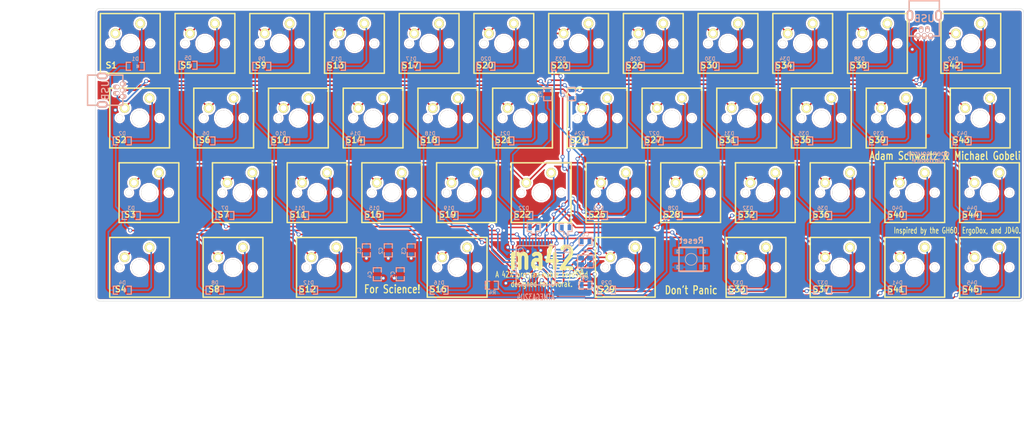
<source format=kicad_pcb>
(kicad_pcb (version 3) (host pcbnew "(2013-07-07 BZR 4022)-stable")
  (layers (15 F.Cu signal) (0 B.Cu signal) (18 B.Paste user) (19 F.Paste user) (20 B.SilkS user) (21 F.SilkS user) (22 B.Mask user) (23 F.Mask user) (28 Edge.Cuts user))
  (net 0 "")
  (net 1 /Matrix/col1)
  (net 2 /Matrix/col10)
  (net 3 /Matrix/col11)
  (net 4 /Matrix/col12)
  (net 5 /Matrix/col2)
  (net 6 /Matrix/col3)
  (net 7 /Matrix/col4)
  (net 8 /Matrix/col5)
  (net 9 /Matrix/col6)
  (net 10 /Matrix/col7)
  (net 11 /Matrix/col8)
  (net 12 /Matrix/col9)
  (net 13 /Matrix/row1)
  (net 14 /Matrix/row2)
  (net 15 /Matrix/row3)
  (net 16 /Matrix/row4)
  (net 17 GND)
  (net 18 N-000001)
  (net 19 N-0000026)
  (net 20 N-0000027)
  (net 21 N-0000031)
  (net 22 N-0000032)
  (net 23 N-0000033)
  (net 24 N-0000034)
  (net 25 N-0000035)
  (net 26 N-0000036)
  (net 27 N-0000042)
  (net 28 N-0000043)
  (net 29 N-0000044)
  (net 30 N-0000045)
  (net 31 N-0000046)
  (net 32 N-0000047)
  (net 33 N-0000048)
  (net 34 N-0000049)
  (net 35 N-0000050)
  (net 36 N-0000051)
  (net 37 N-0000052)
  (net 38 N-0000053)
  (net 39 N-0000054)
  (net 40 N-0000055)
  (net 41 N-0000056)
  (net 42 N-0000057)
  (net 43 N-0000058)
  (net 44 N-0000059)
  (net 45 N-0000060)
  (net 46 N-0000061)
  (net 47 N-0000062)
  (net 48 N-0000063)
  (net 49 N-0000064)
  (net 50 N-0000065)
  (net 51 N-0000066)
  (net 52 N-0000067)
  (net 53 N-0000068)
  (net 54 N-0000069)
  (net 55 N-0000070)
  (net 56 N-0000071)
  (net 57 N-0000072)
  (net 58 N-0000073)
  (net 59 N-0000074)
  (net 60 N-0000075)
  (net 61 N-0000076)
  (net 62 N-0000077)
  (net 63 N-0000078)
  (net 64 N-0000079)
  (net 65 N-0000080)
  (net 66 N-0000081)
  (net 67 N-0000082)
  (net 68 N-0000083)
  (net 69 N-0000084)
  (net 70 N-0000085)
  (net 71 N-0000086)
  (net 72 VCC)
  (module OSHW (layer B.Cu) (at 303.276 111.252)
    (fp_text reference G*** hide)
    (fp_text value OSHW hide)
    (fp_poly (pts (xy 4.191 0.33274) (xy 4.18846 0.47498) (xy 4.18846 0.59182) (xy 4.18846 0.6858) (xy 4.18592 0.75946) (xy 4.18592 0.81534) (xy 4.18338 0.85344) (xy 4.1783 0.88138) (xy 4.17322 0.89662) (xy 4.17068 0.9017) (xy 4.1529 0.90678) (xy 4.10972 0.91694) (xy 4.04622 0.93218) (xy 3.9624 0.94996) (xy 3.86588 0.96774) (xy 3.7592 0.9906) (xy 3.6449 1.01092) (xy 3.51536 1.03378) (xy 3.40106 1.05664) (xy 3.302 1.07696) (xy 3.22072 1.09474) (xy 3.1623 1.10998) (xy 3.1242 1.12014) (xy 3.11404 1.12522) (xy 3.10388 1.143) (xy 3.08356 1.1811) (xy 3.05816 1.23952) (xy 3.02768 1.31318) (xy 2.99212 1.397) (xy 2.95402 1.4859) (xy 2.91846 1.57734) (xy 2.88036 1.67132) (xy 2.84734 1.75768) (xy 2.8194 1.83388) (xy 2.794 1.89992) (xy 2.77876 1.94818) (xy 2.77114 1.97612) (xy 2.77114 1.9812) (xy 2.77876 1.99644) (xy 2.80162 2.032) (xy 2.83972 2.08788) (xy 2.88544 2.15646) (xy 2.93878 2.23774) (xy 3.00228 2.32664) (xy 3.06832 2.42316) (xy 3.13436 2.51968) (xy 3.19532 2.61112) (xy 3.24866 2.69494) (xy 3.29438 2.76352) (xy 3.3274 2.8194) (xy 3.35026 2.85496) (xy 3.35788 2.87274) (xy 3.34772 2.88798) (xy 3.31978 2.921) (xy 3.2766 2.96926) (xy 3.22326 3.02768) (xy 3.15722 3.09372) (xy 3.0861 3.16738) (xy 3.0099 3.24612) (xy 2.93116 3.32486) (xy 2.85496 3.40106) (xy 2.77876 3.47472) (xy 2.71272 3.54076) (xy 2.65176 3.59664) (xy 2.6035 3.63982) (xy 2.57048 3.6703) (xy 2.5527 3.683) (xy 2.55016 3.683) (xy 2.53492 3.67538) (xy 2.49936 3.65252) (xy 2.44348 3.61696) (xy 2.3749 3.57124) (xy 2.29362 3.5179) (xy 2.20218 3.45694) (xy 2.1082 3.39344) (xy 2.01168 3.3274) (xy 1.92024 3.2639) (xy 1.83896 3.21056) (xy 1.77038 3.16738) (xy 1.7145 3.13182) (xy 1.67894 3.1115) (xy 1.66116 3.10388) (xy 1.64084 3.10896) (xy 1.60274 3.12674) (xy 1.54686 3.15468) (xy 1.48336 3.1877) (xy 1.45288 3.20294) (xy 1.38176 3.24104) (xy 1.3208 3.26898) (xy 1.27254 3.2893) (xy 1.24206 3.29946) (xy 1.23698 3.29946) (xy 1.22936 3.29438) (xy 1.22174 3.28422) (xy 1.20904 3.2639) (xy 1.1938 3.23342) (xy 1.17348 3.19278) (xy 1.14808 3.13436) (xy 1.11506 3.06324) (xy 1.07696 2.97434) (xy 1.03124 2.86766) (xy 0.9779 2.73812) (xy 0.9144 2.58572) (xy 0.84074 2.41046) (xy 0.82804 2.37998) (xy 0.76708 2.22758) (xy 0.70612 2.0828) (xy 0.65278 1.94818) (xy 0.60198 1.82372) (xy 0.5588 1.7145) (xy 0.5207 1.62052) (xy 0.49276 1.54432) (xy 0.47244 1.48844) (xy 0.46228 1.45542) (xy 0.45974 1.44526) (xy 0.47498 1.43002) (xy 0.50546 1.40208) (xy 0.55118 1.36652) (xy 0.5969 1.3335) (xy 0.71374 1.24714) (xy 0.81026 1.16586) (xy 0.889 1.08458) (xy 0.95504 0.99568) (xy 1.016 0.89662) (xy 1.04648 0.84074) (xy 1.11252 0.67818) (xy 1.15316 0.51054) (xy 1.16586 0.34036) (xy 1.15316 0.17018) (xy 1.11506 0.00508) (xy 1.0541 -0.1524) (xy 0.96774 -0.3048) (xy 0.85598 -0.4445) (xy 0.84836 -0.45212) (xy 0.71628 -0.57404) (xy 0.56896 -0.6731) (xy 0.40386 -0.7493) (xy 0.32258 -0.77724) (xy 0.27686 -0.78994) (xy 0.23368 -0.8001) (xy 0.18542 -0.80518) (xy 0.12446 -0.80772) (xy 0.04826 -0.81026) (xy 0.00508 -0.81026) (xy -0.07874 -0.81026) (xy -0.14732 -0.80772) (xy -0.19812 -0.80264) (xy -0.24384 -0.79502) (xy -0.28956 -0.78232) (xy -0.30988 -0.77724) (xy -0.4826 -0.70866) (xy -0.63754 -0.61976) (xy -0.77724 -0.508) (xy -0.89662 -0.37592) (xy -0.99568 -0.2286) (xy -1.02362 -0.17526) (xy -1.0795 -0.04572) (xy -1.1176 0.0762) (xy -1.13792 0.2032) (xy -1.143 0.33782) (xy -1.1303 0.51816) (xy -1.08966 0.69088) (xy -1.02362 0.85344) (xy -0.93472 1.0033) (xy -0.82042 1.13792) (xy -0.76962 1.18618) (xy -0.70612 1.23952) (xy -0.63246 1.2954) (xy -0.56388 1.3462) (xy -0.50292 1.38684) (xy -0.4953 1.38938) (xy -0.46228 1.41478) (xy -0.4445 1.44018) (xy -0.44196 1.44526) (xy -0.44704 1.46304) (xy -0.45974 1.50622) (xy -0.48514 1.57226) (xy -0.51816 1.66116) (xy -0.56134 1.77038) (xy -0.61214 1.89738) (xy -0.67056 2.04216) (xy -0.7366 2.20218) (xy -0.80264 2.35966) (xy -0.8636 2.50952) (xy -0.92456 2.65176) (xy -0.98044 2.78638) (xy -1.03124 2.9083) (xy -1.07696 3.01752) (xy -1.11506 3.10896) (xy -1.14554 3.18262) (xy -1.1684 3.23596) (xy -1.1811 3.26644) (xy -1.18364 3.27406) (xy -1.2065 3.29438) (xy -1.22682 3.302) (xy -1.24714 3.29438) (xy -1.28778 3.2766) (xy -1.34366 3.2512) (xy -1.4097 3.21564) (xy -1.43764 3.2004) (xy -1.52146 3.15722) (xy -1.5875 3.12674) (xy -1.63322 3.10896) (xy -1.65608 3.10642) (xy -1.67386 3.11658) (xy -1.7145 3.13944) (xy -1.77038 3.175) (xy -1.83642 3.21818) (xy -1.91262 3.26898) (xy -1.96088 3.302) (xy -2.09042 3.39344) (xy -2.19964 3.4671) (xy -2.28854 3.52806) (xy -2.3622 3.57886) (xy -2.41808 3.61696) (xy -2.46126 3.6449) (xy -2.49428 3.66268) (xy -2.51714 3.67538) (xy -2.52984 3.68046) (xy -2.53746 3.683) (xy -2.55016 3.67284) (xy -2.58318 3.6449) (xy -2.63144 3.60172) (xy -2.6924 3.54584) (xy -2.76352 3.47726) (xy -2.84226 3.39852) (xy -2.92608 3.3147) (xy -2.94386 3.29692) (xy -3.03022 3.21056) (xy -3.10896 3.13182) (xy -3.18008 3.05816) (xy -3.24104 2.99466) (xy -3.2893 2.94386) (xy -3.32232 2.9083) (xy -3.33756 2.89052) (xy -3.33756 2.88798) (xy -3.3401 2.88036) (xy -3.3401 2.87274) (xy -3.33756 2.86258) (xy -3.33248 2.8448) (xy -3.31978 2.82194) (xy -3.29946 2.79146) (xy -3.27152 2.74828) (xy -3.23088 2.68986) (xy -3.18262 2.6162) (xy -3.11912 2.52222) (xy -3.04038 2.41046) (xy -3.03276 2.4003) (xy -2.96672 2.30378) (xy -2.9083 2.21488) (xy -2.85496 2.1336) (xy -2.80924 2.06756) (xy -2.77622 2.01422) (xy -2.7559 1.9812) (xy -2.75082 1.96596) (xy -2.7559 1.94818) (xy -2.77114 1.90754) (xy -2.79146 1.84912) (xy -2.82194 1.77292) (xy -2.8575 1.68402) (xy -2.8956 1.58496) (xy -2.91592 1.5367) (xy -2.96418 1.41478) (xy -3.00482 1.31572) (xy -3.03784 1.23952) (xy -3.06324 1.18364) (xy -3.08356 1.14554) (xy -3.0988 1.12268) (xy -3.10896 1.11252) (xy -3.12928 1.10744) (xy -3.175 1.09728) (xy -3.24104 1.08458) (xy -3.32486 1.0668) (xy -3.42138 1.04902) (xy -3.5306 1.0287) (xy -3.63728 1.00838) (xy -3.75412 0.98806) (xy -3.8608 0.9652) (xy -3.95732 0.94742) (xy -4.03606 0.92964) (xy -4.09956 0.91694) (xy -4.1402 0.90678) (xy -4.15544 0.9017) (xy -4.16052 0.89154) (xy -4.1656 0.87376) (xy -4.16814 0.84074) (xy -4.17068 0.79502) (xy -4.17322 0.73152) (xy -4.17576 0.6477) (xy -4.17576 0.54102) (xy -4.17576 0.41148) (xy -4.17576 0.3302) (xy -4.17576 -0.22352) (xy -4.14274 -0.24384) (xy -4.12242 -0.25146) (xy -4.0767 -0.26162) (xy -4.01066 -0.27686) (xy -3.92684 -0.29464) (xy -3.82778 -0.31496) (xy -3.71856 -0.33528) (xy -3.59918 -0.35814) (xy -3.59664 -0.35814) (xy -3.4798 -0.37846) (xy -3.37058 -0.40132) (xy -3.27406 -0.4191) (xy -3.19024 -0.43688) (xy -3.12674 -0.45212) (xy -3.08356 -0.46228) (xy -3.06578 -0.4699) (xy -3.06324 -0.4699) (xy -3.05308 -0.48768) (xy -3.0353 -0.52578) (xy -3.00736 -0.5842) (xy -2.97688 -0.65532) (xy -2.94132 -0.7366) (xy -2.90322 -0.82296) (xy -2.86512 -0.9144) (xy -2.82702 -1.00076) (xy -2.794 -1.08204) (xy -2.76352 -1.15316) (xy -2.74066 -1.20904) (xy -2.72796 -1.24968) (xy -2.72288 -1.26492) (xy -2.7305 -1.28016) (xy -2.75336 -1.31826) (xy -2.78638 -1.3716) (xy -2.8321 -1.44272) (xy -2.88798 -1.524) (xy -2.94894 -1.61544) (xy -3.01752 -1.7145) (xy -3.02768 -1.72974) (xy -3.09626 -1.83134) (xy -3.15976 -1.92532) (xy -3.21564 -2.00914) (xy -3.2639 -2.0828) (xy -3.302 -2.14122) (xy -3.3274 -2.18186) (xy -3.3401 -2.20218) (xy -3.3401 -2.20218) (xy -3.33756 -2.21488) (xy -3.32486 -2.23266) (xy -3.30454 -2.2606) (xy -3.26898 -2.30124) (xy -3.22072 -2.35458) (xy -3.15468 -2.42062) (xy -3.0734 -2.50444) (xy -2.97434 -2.6035) (xy -2.95402 -2.62382) (xy -2.85496 -2.72542) (xy -2.76352 -2.81178) (xy -2.68732 -2.88544) (xy -2.62382 -2.94386) (xy -2.57556 -2.98704) (xy -2.54508 -3.01244) (xy -2.53492 -3.01752) (xy -2.51714 -3.0099) (xy -2.47904 -2.98958) (xy -2.42316 -2.95402) (xy -2.35204 -2.9083) (xy -2.27076 -2.85496) (xy -2.17678 -2.79146) (xy -2.07772 -2.72542) (xy -2.06756 -2.7178) (xy -1.9685 -2.64922) (xy -1.87452 -2.58572) (xy -1.7907 -2.5273) (xy -1.71704 -2.47904) (xy -1.65862 -2.44094) (xy -1.61798 -2.413) (xy -1.59766 -2.4003) (xy -1.59766 -2.4003) (xy -1.58496 -2.39522) (xy -1.56718 -2.39776) (xy -1.53924 -2.40284) (xy -1.50114 -2.41554) (xy -1.4478 -2.43332) (xy -1.37668 -2.46126) (xy -1.2827 -2.49936) (xy -1.21666 -2.5273) (xy -1.09982 -2.57302) (xy -1.00838 -2.61112) (xy -0.93472 -2.6416) (xy -0.88138 -2.667) (xy -0.84328 -2.68478) (xy -0.81534 -2.69748) (xy -0.8001 -2.71018) (xy -0.78994 -2.72034) (xy -0.78486 -2.72796) (xy -0.78232 -2.73558) (xy -0.77724 -2.7559) (xy -0.76962 -2.79908) (xy -0.75692 -2.86512) (xy -0.73914 -2.94894) (xy -0.72136 -3.048) (xy -0.70104 -3.15722) (xy -0.67818 -3.27406) (xy -0.67564 -3.28676) (xy -0.65278 -3.40614) (xy -0.63246 -3.51536) (xy -0.61214 -3.61442) (xy -0.59436 -3.69824) (xy -0.57912 -3.76428) (xy -0.56896 -3.81) (xy -0.56388 -3.83032) (xy -0.56134 -3.83032) (xy -0.55372 -3.8354) (xy -0.53594 -3.84048) (xy -0.508 -3.84302) (xy -0.46482 -3.84556) (xy -0.40386 -3.8481) (xy -0.32512 -3.85064) (xy -0.22606 -3.85064) (xy -0.1016 -3.85064) (xy 0.00508 -3.85064) (xy 0.127 -3.85064) (xy 0.2413 -3.85064) (xy 0.3429 -3.8481) (xy 0.4318 -3.84556) (xy 0.50038 -3.84556) (xy 0.54864 -3.84302) (xy 0.57404 -3.84048) (xy 0.57404 -3.84048) (xy 0.58166 -3.8227) (xy 0.59436 -3.77952) (xy 0.6096 -3.71348) (xy 0.62738 -3.62458) (xy 0.65024 -3.51536) (xy 0.6731 -3.3909) (xy 0.69596 -3.27406) (xy 0.71882 -3.15214) (xy 0.74168 -3.04038) (xy 0.762 -2.93878) (xy 0.77724 -2.85242) (xy 0.79248 -2.78384) (xy 0.80518 -2.73558) (xy 0.81026 -2.71018) (xy 0.8128 -2.70764) (xy 0.83058 -2.69748) (xy 0.86868 -2.6797) (xy 0.9271 -2.6543) (xy 0.99568 -2.62382) (xy 1.07696 -2.5908) (xy 1.16332 -2.55524) (xy 1.25222 -2.51968) (xy 1.33858 -2.48412) (xy 1.41986 -2.45364) (xy 1.49098 -2.4257) (xy 1.54686 -2.40538) (xy 1.58496 -2.39268) (xy 1.6002 -2.3876) (xy 1.61544 -2.39776) (xy 1.651 -2.42062) (xy 1.70434 -2.45618) (xy 1.77292 -2.50444) (xy 1.8542 -2.56032) (xy 1.94564 -2.62128) (xy 2.04724 -2.68986) (xy 2.0701 -2.70764) (xy 2.1717 -2.77622) (xy 2.26568 -2.83972) (xy 2.35204 -2.8956) (xy 2.4257 -2.94386) (xy 2.48412 -2.98196) (xy 2.52476 -3.00736) (xy 2.54762 -3.01752) (xy 2.55016 -3.01752) (xy 2.5654 -3.0099) (xy 2.59842 -2.98196) (xy 2.64414 -2.93878) (xy 2.70256 -2.8829) (xy 2.77114 -2.8194) (xy 2.8448 -2.74574) (xy 2.92354 -2.66954) (xy 2.99974 -2.5908) (xy 3.07848 -2.5146) (xy 3.1496 -2.4384) (xy 3.21564 -2.37236) (xy 3.27152 -2.3114) (xy 3.31724 -2.26314) (xy 3.34518 -2.22758) (xy 3.35788 -2.2098) (xy 3.35788 -2.2098) (xy 3.35026 -2.19202) (xy 3.3274 -2.15646) (xy 3.29184 -2.10058) (xy 3.24612 -2.02946) (xy 3.19278 -1.94818) (xy 3.13182 -1.85674) (xy 3.06324 -1.75768) (xy 3.0607 -1.7526) (xy 2.99212 -1.65354) (xy 2.92862 -1.55956) (xy 2.8702 -1.47574) (xy 2.82194 -1.40462) (xy 2.78638 -1.3462) (xy 2.75844 -1.3081) (xy 2.74828 -1.28778) (xy 2.74828 -1.28778) (xy 2.74574 -1.27508) (xy 2.74828 -1.25476) (xy 2.75844 -1.22174) (xy 2.77368 -1.17348) (xy 2.79908 -1.10998) (xy 2.83464 -1.02616) (xy 2.87782 -0.92202) (xy 2.90068 -0.86868) (xy 2.9464 -0.762) (xy 2.98704 -0.67056) (xy 3.02514 -0.58928) (xy 3.05562 -0.52832) (xy 3.07848 -0.48514) (xy 3.09118 -0.46482) (xy 3.09372 -0.46228) (xy 3.1115 -0.4572) (xy 3.15468 -0.44704) (xy 3.22072 -0.43434) (xy 3.302 -0.41656) (xy 3.40106 -0.39878) (xy 3.51028 -0.37592) (xy 3.62966 -0.35306) (xy 3.64236 -0.35306) (xy 3.77698 -0.32512) (xy 3.89636 -0.30226) (xy 3.99796 -0.28194) (xy 4.0767 -0.26416) (xy 4.13512 -0.24892) (xy 4.17068 -0.23876) (xy 4.1783 -0.23622) (xy 4.18084 -0.21844) (xy 4.18338 -0.17526) (xy 4.18592 -0.11176) (xy 4.18592 -0.02794) (xy 4.18846 0.07112) (xy 4.18846 0.18034) (xy 4.191 0.30226) (xy 4.191 0.33274) (xy 4.191 0.33274)) (layer B.Cu) (width 0.00254))
  )
  (module OSHWT (layer B.Cu) (at 303.276 116.586)
    (fp_text reference G*** hide)
    (fp_text value OSHWT hide)
  )
  (module USBMINImod_small (layer B.Cu) (at 90.932 99.568)
    (fp_text reference J2 hide)
    (fp_text value USB (at 2.54 0 90) (layer B.SilkS) (effects (font (size 1.778 1.778) (thickness 0.3048)) (justify mirror)))
    (pad 1 thru_hole oval (at 6.79958 1.6002) (size 1.651 1.143) (drill 0.762 (offset 0.27432 0)) (layers *.Cu *.Mask B.SilkS) (net 72 VCC))
    (pad 2 thru_hole oval (at 5.6007 0.8001) (size 1.651 1.143) (drill 0.762 (offset -0.27432 0)) (layers *.Cu *.Mask B.SilkS) (net 21 N-0000031))
    (pad 3 thru_hole oval (at 6.79958 0) (size 1.651 1.143) (drill 0.762 (offset 0.27432 0)) (layers *.Cu *.Mask B.SilkS) (net 19 N-0000026))
    (pad 4 thru_hole oval (at 5.6007 -0.8001) (size 1.651 1.143) (drill 0.762 (offset -0.27432 0)) (layers *.Cu *.Mask B.SilkS))
    (pad 5 thru_hole oval (at 6.79958 -1.6002) (size 1.651 1.143) (drill 0.762 (offset 0.27432 0)) (layers *.Cu *.Mask B.SilkS) (net 17 GND))
    (pad 6 thru_hole oval (at 1.75006 -3.64744) (size 2.794 1.7018) (drill oval 1.905 0.762) (layers *.Cu *.Mask B.SilkS))
    (pad 6 thru_hole oval (at 1.75006 3.64744) (size 2.794 1.7018) (drill oval 1.905 0.762) (layers *.Cu *.Mask B.SilkS))
  )
  (module USBMINImod_small (layer B.Cu) (at 302.26 78.74 270)
    (fp_text reference J1 hide)
    (fp_text value USB (at 2.54 0 360) (layer B.SilkS) (effects (font (size 1.778 1.778) (thickness 0.3048)) (justify mirror)))
    (pad 1 thru_hole oval (at 6.79958 1.6002 270) (size 1.651 1.143) (drill 0.762 (offset 0.27432 0)) (layers *.Cu *.Mask B.SilkS) (net 72 VCC))
    (pad 2 thru_hole oval (at 5.6007 0.8001 270) (size 1.651 1.143) (drill 0.762 (offset -0.27432 0)) (layers *.Cu *.Mask B.SilkS) (net 21 N-0000031))
    (pad 3 thru_hole oval (at 6.79958 0 270) (size 1.651 1.143) (drill 0.762 (offset 0.27432 0)) (layers *.Cu *.Mask B.SilkS) (net 19 N-0000026))
    (pad 4 thru_hole oval (at 5.6007 -0.8001 270) (size 1.651 1.143) (drill 0.762 (offset -0.27432 0)) (layers *.Cu *.Mask B.SilkS))
    (pad 5 thru_hole oval (at 6.79958 -1.6002 270) (size 1.651 1.143) (drill 0.762 (offset 0.27432 0)) (layers *.Cu *.Mask B.SilkS) (net 17 GND))
    (pad 6 thru_hole oval (at 1.75006 -3.64744 270) (size 2.794 1.7018) (drill oval 1.905 0.762) (layers *.Cu *.Mask B.SilkS))
    (pad 6 thru_hole oval (at 1.75006 3.64744 270) (size 2.794 1.7018) (drill oval 1.905 0.762) (layers *.Cu *.Mask B.SilkS))
  )
  (module TQFP44 (layer B.Cu) (at 203.2 144.272 270)
    (fp_text reference IC1 (at -4.064 -8.128 270) (layer B.SilkS) (effects (font (size 1.524 1.016) (thickness 0.2032)) (justify mirror)))
    (fp_text value ATMEGA32U4 (at 8.128 0 360) (layer B.SilkS) (effects (font (size 1.524 1.016) (thickness 0.2032)) (justify mirror)))
    (pad 39 smd oval (at 0 5.715 270) (size 0.4064 1.89992) (layers B.Cu B.Paste B.Mask))
    (pad 40 smd oval (at -0.8001 5.715 270) (size 0.4064 1.89992) (layers B.Cu B.Paste B.Mask) (net 5 /Matrix/col2))
    (pad 41 smd oval (at -1.6002 5.715 270) (size 0.4064 1.89992) (layers B.Cu B.Paste B.Mask) (net 1 /Matrix/col1))
    (pad 42 smd oval (at -2.4003 5.715 270) (size 0.4064 1.89992) (layers B.Cu B.Paste B.Mask))
    (pad 43 smd oval (at -3.2004 5.715 270) (size 0.4064 1.89992) (layers B.Cu B.Paste B.Mask) (net 17 GND))
    (pad 44 smd oval (at -4.0005 5.715 270) (size 0.4064 1.89992) (layers B.Cu B.Paste B.Mask) (net 72 VCC))
    (pad 38 smd oval (at 0.8001 5.715 270) (size 0.4064 1.89992) (layers B.Cu B.Paste B.Mask))
    (pad 37 smd oval (at 1.6002 5.715 270) (size 0.4064 1.89992) (layers B.Cu B.Paste B.Mask))
    (pad 36 smd oval (at 2.4003 5.715 270) (size 0.4064 1.89992) (layers B.Cu B.Paste B.Mask))
    (pad 35 smd oval (at 3.2004 5.715 270) (size 0.4064 1.89992) (layers B.Cu B.Paste B.Mask) (net 17 GND))
    (pad 34 smd oval (at 4.0005 5.715 270) (size 0.4064 1.89992) (layers B.Cu B.Paste B.Mask) (net 72 VCC))
    (pad 17 smd oval (at 0 -5.715 270) (size 0.4064 1.89992) (layers B.Cu B.Paste B.Mask) (net 26 N-0000036))
    (pad 16 smd oval (at -0.8001 -5.715 270) (size 0.4064 1.89992) (layers B.Cu B.Paste B.Mask) (net 25 N-0000035))
    (pad 15 smd oval (at -1.6002 -5.715 270) (size 0.4064 1.89992) (layers B.Cu B.Paste B.Mask) (net 17 GND))
    (pad 14 smd oval (at -2.4003 -5.715 270) (size 0.4064 1.89992) (layers B.Cu B.Paste B.Mask) (net 72 VCC))
    (pad 13 smd oval (at -3.2004 -5.715 270) (size 0.4064 1.89992) (layers B.Cu B.Paste B.Mask) (net 20 N-0000027))
    (pad 12 smd oval (at -4.0005 -5.715 270) (size 0.4064 1.89992) (layers B.Cu B.Paste B.Mask) (net 12 /Matrix/col9))
    (pad 18 smd oval (at 0.8001 -5.715 270) (size 0.4064 1.89992) (layers B.Cu B.Paste B.Mask) (net 13 /Matrix/row1))
    (pad 19 smd oval (at 1.6002 -5.715 270) (size 0.4064 1.89992) (layers B.Cu B.Paste B.Mask) (net 14 /Matrix/row2))
    (pad 20 smd oval (at 2.4003 -5.715 270) (size 0.4064 1.89992) (layers B.Cu B.Paste B.Mask) (net 15 /Matrix/row3))
    (pad 21 smd oval (at 3.2004 -5.715 270) (size 0.4064 1.89992) (layers B.Cu B.Paste B.Mask) (net 16 /Matrix/row4))
    (pad 22 smd oval (at 4.0005 -5.715 270) (size 0.4064 1.89992) (layers B.Cu B.Paste B.Mask))
    (pad 6 smd oval (at -5.715 0 270) (size 1.89992 0.4064) (layers B.Cu B.Paste B.Mask) (net 22 N-0000032))
    (pad 28 smd oval (at 5.715 0 270) (size 1.89992 0.4064) (layers B.Cu B.Paste B.Mask) (net 3 /Matrix/col11))
    (pad 7 smd oval (at -5.715 -0.8001 270) (size 1.89992 0.4064) (layers B.Cu B.Paste B.Mask) (net 72 VCC))
    (pad 27 smd oval (at 5.715 -0.8001 270) (size 1.89992 0.4064) (layers B.Cu B.Paste B.Mask) (net 4 /Matrix/col12))
    (pad 26 smd oval (at 5.715 -1.6002 270) (size 1.89992 0.4064) (layers B.Cu B.Paste B.Mask))
    (pad 8 smd oval (at -5.715 -1.6002 270) (size 1.89992 0.4064) (layers B.Cu B.Paste B.Mask))
    (pad 9 smd oval (at -5.715 -2.4003 270) (size 1.89992 0.4064) (layers B.Cu B.Paste B.Mask) (net 11 /Matrix/col8))
    (pad 25 smd oval (at 5.715 -2.4003 270) (size 1.89992 0.4064) (layers B.Cu B.Paste B.Mask) (net 10 /Matrix/col7))
    (pad 24 smd oval (at 5.715 -3.2004 270) (size 1.89992 0.4064) (layers B.Cu B.Paste B.Mask) (net 72 VCC))
    (pad 10 smd oval (at -5.715 -3.2004 270) (size 1.89992 0.4064) (layers B.Cu B.Paste B.Mask))
    (pad 11 smd oval (at -5.715 -4.0005 270) (size 1.89992 0.4064) (layers B.Cu B.Paste B.Mask))
    (pad 23 smd oval (at 5.715 -4.0005 270) (size 1.89992 0.4064) (layers B.Cu B.Paste B.Mask) (net 17 GND))
    (pad 29 smd oval (at 5.715 0.8001 270) (size 1.89992 0.4064) (layers B.Cu B.Paste B.Mask) (net 2 /Matrix/col10))
    (pad 5 smd oval (at -5.715 0.8001 270) (size 1.89992 0.4064) (layers B.Cu B.Paste B.Mask) (net 17 GND))
    (pad 4 smd oval (at -5.715 1.6002 270) (size 1.89992 0.4064) (layers B.Cu B.Paste B.Mask) (net 23 N-0000033))
    (pad 30 smd oval (at 5.715 1.6002 270) (size 1.89992 0.4064) (layers B.Cu B.Paste B.Mask) (net 9 /Matrix/col6))
    (pad 31 smd oval (at 5.715 2.4003 270) (size 1.89992 0.4064) (layers B.Cu B.Paste B.Mask) (net 8 /Matrix/col5))
    (pad 3 smd oval (at -5.715 2.4003 270) (size 1.89992 0.4064) (layers B.Cu B.Paste B.Mask) (net 24 N-0000034))
    (pad 2 smd oval (at -5.715 3.2004 270) (size 1.89992 0.4064) (layers B.Cu B.Paste B.Mask) (net 72 VCC))
    (pad 32 smd oval (at 5.715 3.2004 270) (size 1.89992 0.4064) (layers B.Cu B.Paste B.Mask) (net 7 /Matrix/col4))
    (pad 33 smd oval (at 5.715 4.0005 270) (size 1.89992 0.4064) (layers B.Cu B.Paste B.Mask) (net 18 N-000001))
    (pad 1 smd oval (at -5.715 4.0005 270) (size 1.89992 0.4064) (layers B.Cu B.Paste B.Mask) (net 6 /Matrix/col3))
  )
  (module SM0805D_big (layer B.Cu) (at 200.152 131.572)
    (fp_text reference D22 (at 0 -1.905) (layer B.SilkS) (effects (font (size 0.935 0.935) (thickness 0.1588)) (justify mirror)))
    (fp_text value 1N4148 hide)
    (pad 1 smd rect (at -1.6637 0) (size 0.889 1.397) (layers B.Cu B.Paste B.Mask) (net 9 /Matrix/col6))
    (pad 2 smd rect (at 1.6637 0) (size 0.889 1.397) (layers B.Cu B.Paste B.Mask) (net 57 N-0000072))
  )
  (module SM0805D_big (layer B.Cu) (at 181.102 131.572)
    (fp_text reference D19 (at 0 -1.905) (layer B.SilkS) (effects (font (size 0.935 0.935) (thickness 0.1588)) (justify mirror)))
    (fp_text value 1N4148 hide)
    (pad 1 smd rect (at -1.6637 0) (size 0.889 1.397) (layers B.Cu B.Paste B.Mask) (net 8 /Matrix/col5))
    (pad 2 smd rect (at 1.6637 0) (size 0.889 1.397) (layers B.Cu B.Paste B.Mask) (net 27 N-0000042))
  )
  (module SM0805D_big (layer B.Cu) (at 101.092 93.472)
    (fp_text reference D1 (at 0 -1.905) (layer B.SilkS) (effects (font (size 0.935 0.935) (thickness 0.1588)) (justify mirror)))
    (fp_text value 1N4148 hide)
    (pad 1 smd rect (at -1.6637 0) (size 0.889 1.397) (layers B.Cu B.Paste B.Mask) (net 1 /Matrix/col1))
    (pad 2 smd rect (at 1.6637 0) (size 0.889 1.397) (layers B.Cu B.Paste B.Mask) (net 28 N-0000043))
  )
  (module SM0805D_big (layer B.Cu) (at 219.202 131.572)
    (fp_text reference D25 (at 0 -1.905) (layer B.SilkS) (effects (font (size 0.935 0.935) (thickness 0.1588)) (justify mirror)))
    (fp_text value 1N4148 hide)
    (pad 1 smd rect (at -1.6637 0) (size 0.889 1.397) (layers B.Cu B.Paste B.Mask) (net 10 /Matrix/col7))
    (pad 2 smd rect (at 1.6637 0) (size 0.889 1.397) (layers B.Cu B.Paste B.Mask) (net 30 N-0000045))
  )
  (module SM0805D_big (layer B.Cu) (at 171.45 93.472)
    (fp_text reference D17 (at 0 -1.905) (layer B.SilkS) (effects (font (size 0.935 0.935) (thickness 0.1588)) (justify mirror)))
    (fp_text value 1N4148 hide)
    (pad 1 smd rect (at -1.6637 0) (size 0.889 1.397) (layers B.Cu B.Paste B.Mask) (net 8 /Matrix/col5))
    (pad 2 smd rect (at 1.6637 0) (size 0.889 1.397) (layers B.Cu B.Paste B.Mask) (net 33 N-0000048))
  )
  (module SM0805D_big (layer B.Cu) (at 178.562 150.622)
    (fp_text reference D16 (at 0 -1.905) (layer B.SilkS) (effects (font (size 0.935 0.935) (thickness 0.1588)) (justify mirror)))
    (fp_text value 1N4148 hide)
    (pad 1 smd rect (at -1.6637 0) (size 0.889 1.397) (layers B.Cu B.Paste B.Mask) (net 7 /Matrix/col4))
    (pad 2 smd rect (at 1.6637 0) (size 0.889 1.397) (layers B.Cu B.Paste B.Mask) (net 52 N-0000067))
  )
  (module SM0805D_big (layer B.Cu) (at 162.052 131.572)
    (fp_text reference D15 (at 0 -1.905) (layer B.SilkS) (effects (font (size 0.935 0.935) (thickness 0.1588)) (justify mirror)))
    (fp_text value 1N4148 hide)
    (pad 1 smd rect (at -1.6637 0) (size 0.889 1.397) (layers B.Cu B.Paste B.Mask) (net 7 /Matrix/col4))
    (pad 2 smd rect (at 1.6637 0) (size 0.889 1.397) (layers B.Cu B.Paste B.Mask) (net 53 N-0000068))
  )
  (module SM0805D_big (layer B.Cu) (at 157.226 112.522)
    (fp_text reference D14 (at 0 -1.905) (layer B.SilkS) (effects (font (size 0.935 0.935) (thickness 0.1588)) (justify mirror)))
    (fp_text value 1N4148 hide)
    (pad 1 smd rect (at -1.6637 0) (size 0.889 1.397) (layers B.Cu B.Paste B.Mask) (net 7 /Matrix/col4))
    (pad 2 smd rect (at 1.6637 0) (size 0.889 1.397) (layers B.Cu B.Paste B.Mask) (net 54 N-0000069))
  )
  (module SM0805D_big (layer B.Cu) (at 152.4 93.472)
    (fp_text reference D13 (at 0 -1.905) (layer B.SilkS) (effects (font (size 0.935 0.935) (thickness 0.1588)) (justify mirror)))
    (fp_text value 1N4148 hide)
    (pad 1 smd rect (at -1.6637 0) (size 0.889 1.397) (layers B.Cu B.Paste B.Mask) (net 7 /Matrix/col4))
    (pad 2 smd rect (at 1.6637 0) (size 0.889 1.397) (layers B.Cu B.Paste B.Mask) (net 55 N-0000070))
  )
  (module SM0805D_big (layer B.Cu) (at 214.376 112.522)
    (fp_text reference D24 (at 0 -1.905) (layer B.SilkS) (effects (font (size 0.935 0.935) (thickness 0.1588)) (justify mirror)))
    (fp_text value 1N4148 hide)
    (pad 1 smd rect (at -1.6637 0) (size 0.889 1.397) (layers B.Cu B.Paste B.Mask) (net 10 /Matrix/col7))
    (pad 2 smd rect (at 1.6637 0) (size 0.889 1.397) (layers B.Cu B.Paste B.Mask) (net 31 N-0000046))
  )
  (module SM0805D_big (layer B.Cu) (at 209.55 93.472)
    (fp_text reference D23 (at 0 -1.905) (layer B.SilkS) (effects (font (size 0.935 0.935) (thickness 0.1588)) (justify mirror)))
    (fp_text value 1N4148 hide)
    (pad 1 smd rect (at -1.6637 0) (size 0.889 1.397) (layers B.Cu B.Paste B.Mask) (net 10 /Matrix/col7))
    (pad 2 smd rect (at 1.6637 0) (size 0.889 1.397) (layers B.Cu B.Paste B.Mask) (net 32 N-0000047))
  )
  (module SM0805D_big (layer B.Cu) (at 228.6 93.472)
    (fp_text reference D26 (at 0 -1.905) (layer B.SilkS) (effects (font (size 0.935 0.935) (thickness 0.1588)) (justify mirror)))
    (fp_text value 1N4148 hide)
    (pad 1 smd rect (at -1.6637 0) (size 0.889 1.397) (layers B.Cu B.Paste B.Mask) (net 11 /Matrix/col8))
    (pad 2 smd rect (at 1.6637 0) (size 0.889 1.397) (layers B.Cu B.Paste B.Mask) (net 29 N-0000044))
  )
  (module SM0805D_big (layer B.Cu) (at 195.326 112.522)
    (fp_text reference D21 (at 0 -1.905) (layer B.SilkS) (effects (font (size 0.935 0.935) (thickness 0.1588)) (justify mirror)))
    (fp_text value 1N4148 hide)
    (pad 1 smd rect (at -1.6637 0) (size 0.889 1.397) (layers B.Cu B.Paste B.Mask) (net 9 /Matrix/col6))
    (pad 2 smd rect (at 1.6637 0) (size 0.889 1.397) (layers B.Cu B.Paste B.Mask) (net 47 N-0000062))
  )
  (module SM0805D_big (layer B.Cu) (at 145.288 150.622)
    (fp_text reference D12 (at 0 -1.905) (layer B.SilkS) (effects (font (size 0.935 0.935) (thickness 0.1588)) (justify mirror)))
    (fp_text value 1N4148 hide)
    (pad 1 smd rect (at -1.6637 0) (size 0.889 1.397) (layers B.Cu B.Paste B.Mask) (net 6 /Matrix/col3))
    (pad 2 smd rect (at 1.6637 0) (size 0.889 1.397) (layers B.Cu B.Paste B.Mask) (net 44 N-0000059))
  )
  (module SM0805D_big (layer B.Cu) (at 121.412 150.622)
    (fp_text reference D8 (at 0 -1.905) (layer B.SilkS) (effects (font (size 0.935 0.935) (thickness 0.1588)) (justify mirror)))
    (fp_text value 1N4148 hide)
    (pad 1 smd rect (at -1.6637 0) (size 0.889 1.397) (layers B.Cu B.Paste B.Mask) (net 5 /Matrix/col2))
    (pad 2 smd rect (at 1.6637 0) (size 0.889 1.397) (layers B.Cu B.Paste B.Mask) (net 45 N-0000060))
  )
  (module SM0805D_big (layer B.Cu) (at 143.002 131.572)
    (fp_text reference D11 (at 0 -1.905) (layer B.SilkS) (effects (font (size 0.935 0.935) (thickness 0.1588)) (justify mirror)))
    (fp_text value 1N4148 hide)
    (pad 1 smd rect (at -1.6637 0) (size 0.889 1.397) (layers B.Cu B.Paste B.Mask) (net 6 /Matrix/col3))
    (pad 2 smd rect (at 1.6637 0) (size 0.889 1.397) (layers B.Cu B.Paste B.Mask) (net 46 N-0000061))
  )
  (module SM0805D_big (layer B.Cu) (at 138.176 112.522)
    (fp_text reference D10 (at 0 -1.905) (layer B.SilkS) (effects (font (size 0.935 0.935) (thickness 0.1588)) (justify mirror)))
    (fp_text value 1N4148 hide)
    (pad 1 smd rect (at -1.6637 0) (size 0.889 1.397) (layers B.Cu B.Paste B.Mask) (net 6 /Matrix/col3))
    (pad 2 smd rect (at 1.6637 0) (size 0.889 1.397) (layers B.Cu B.Paste B.Mask) (net 48 N-0000063))
  )
  (module SM0805D_big (layer B.Cu) (at 123.952 131.572)
    (fp_text reference D7 (at 0 -1.905) (layer B.SilkS) (effects (font (size 0.935 0.935) (thickness 0.1588)) (justify mirror)))
    (fp_text value 1N4148 hide)
    (pad 1 smd rect (at -1.6637 0) (size 0.889 1.397) (layers B.Cu B.Paste B.Mask) (net 5 /Matrix/col2))
    (pad 2 smd rect (at 1.6637 0) (size 0.889 1.397) (layers B.Cu B.Paste B.Mask) (net 49 N-0000064))
  )
  (module SM0805D_big (layer B.Cu) (at 119.126 112.522)
    (fp_text reference D6 (at 0 -1.905) (layer B.SilkS) (effects (font (size 0.935 0.935) (thickness 0.1588)) (justify mirror)))
    (fp_text value 1N4148 hide)
    (pad 1 smd rect (at -1.6637 0) (size 0.889 1.397) (layers B.Cu B.Paste B.Mask) (net 5 /Matrix/col2))
    (pad 2 smd rect (at 1.6637 0) (size 0.889 1.397) (layers B.Cu B.Paste B.Mask) (net 50 N-0000065))
  )
  (module SM0805D_big (layer B.Cu) (at 97.79 112.522)
    (fp_text reference D2 (at 0 -1.905) (layer B.SilkS) (effects (font (size 0.935 0.935) (thickness 0.1588)) (justify mirror)))
    (fp_text value 1N4148 hide)
    (pad 1 smd rect (at -1.6637 0) (size 0.889 1.397) (layers B.Cu B.Paste B.Mask) (net 1 /Matrix/col1))
    (pad 2 smd rect (at 1.6637 0) (size 0.889 1.397) (layers B.Cu B.Paste B.Mask) (net 51 N-0000066))
  )
  (module SM0805D_big (layer B.Cu) (at 133.35 93.472)
    (fp_text reference D9 (at 0 -1.905) (layer B.SilkS) (effects (font (size 0.935 0.935) (thickness 0.1588)) (justify mirror)))
    (fp_text value 1N4148 hide)
    (pad 1 smd rect (at -1.6637 0) (size 0.889 1.397) (layers B.Cu B.Paste B.Mask) (net 6 /Matrix/col3))
    (pad 2 smd rect (at 1.6637 0) (size 0.889 1.397) (layers B.Cu B.Paste B.Mask) (net 70 N-0000085))
  )
  (module SM0805D_big (layer B.Cu) (at 114.554 93.218)
    (fp_text reference D5 (at 0 -1.905) (layer B.SilkS) (effects (font (size 0.935 0.935) (thickness 0.1588)) (justify mirror)))
    (fp_text value 1N4148 hide)
    (pad 1 smd rect (at -1.6637 0) (size 0.889 1.397) (layers B.Cu B.Paste B.Mask) (net 5 /Matrix/col2))
    (pad 2 smd rect (at 1.6637 0) (size 0.889 1.397) (layers B.Cu B.Paste B.Mask) (net 71 N-0000086))
  )
  (module SM0805D_big (layer B.Cu) (at 290.576 112.522)
    (fp_text reference D39 (at 0 -1.905) (layer B.SilkS) (effects (font (size 0.935 0.935) (thickness 0.1588)) (justify mirror)))
    (fp_text value 1N4148 hide)
    (pad 1 smd rect (at -1.6637 0) (size 0.889 1.397) (layers B.Cu B.Paste B.Mask) (net 3 /Matrix/col11))
    (pad 2 smd rect (at 1.6637 0) (size 0.889 1.397) (layers B.Cu B.Paste B.Mask) (net 69 N-0000084))
  )
  (module SM0805D_big (layer B.Cu) (at 100.076 131.572)
    (fp_text reference D3 (at 0 -1.905) (layer B.SilkS) (effects (font (size 0.935 0.935) (thickness 0.1588)) (justify mirror)))
    (fp_text value 1N4148 hide)
    (pad 1 smd rect (at -1.6637 0) (size 0.889 1.397) (layers B.Cu B.Paste B.Mask) (net 1 /Matrix/col1))
    (pad 2 smd rect (at 1.6637 0) (size 0.889 1.397) (layers B.Cu B.Paste B.Mask) (net 59 N-0000074))
  )
  (module SM0805D_big (layer B.Cu) (at 257.302 131.572)
    (fp_text reference D32 (at 0 -1.905) (layer B.SilkS) (effects (font (size 0.935 0.935) (thickness 0.1588)) (justify mirror)))
    (fp_text value 1N4148 hide)
    (pad 1 smd rect (at -1.6637 0) (size 0.889 1.397) (layers B.Cu B.Paste B.Mask) (net 12 /Matrix/col9))
    (pad 2 smd rect (at 1.6637 0) (size 0.889 1.397) (layers B.Cu B.Paste B.Mask) (net 38 N-0000053))
  )
  (module SM0805D_big (layer B.Cu) (at 238.252 131.572)
    (fp_text reference D28 (at 0 -1.905) (layer B.SilkS) (effects (font (size 0.935 0.935) (thickness 0.1588)) (justify mirror)))
    (fp_text value 1N4148 hide)
    (pad 1 smd rect (at -1.6637 0) (size 0.889 1.397) (layers B.Cu B.Paste B.Mask) (net 11 /Matrix/col8))
    (pad 2 smd rect (at 1.6637 0) (size 0.889 1.397) (layers B.Cu B.Paste B.Mask) (net 40 N-0000055))
  )
  (module SM0805D_big (layer B.Cu) (at 190.5 93.472)
    (fp_text reference D20 (at 0 -1.905) (layer B.SilkS) (effects (font (size 0.935 0.935) (thickness 0.1588)) (justify mirror)))
    (fp_text value 1N4148 hide)
    (pad 1 smd rect (at -1.6637 0) (size 0.889 1.397) (layers B.Cu B.Paste B.Mask) (net 9 /Matrix/col6))
    (pad 2 smd rect (at 1.6637 0) (size 0.889 1.397) (layers B.Cu B.Paste B.Mask) (net 43 N-0000058))
  )
  (module SM0805D_big (layer B.Cu) (at 309.626 93.472)
    (fp_text reference D42 (at 0 -1.905) (layer B.SilkS) (effects (font (size 0.935 0.935) (thickness 0.1588)) (justify mirror)))
    (fp_text value 1N4148 hide)
    (pad 1 smd rect (at -1.6637 0) (size 0.889 1.397) (layers B.Cu B.Paste B.Mask) (net 4 /Matrix/col12))
    (pad 2 smd rect (at 1.6637 0) (size 0.889 1.397) (layers B.Cu B.Paste B.Mask) (net 64 N-0000079))
  )
  (module SM0805D_big (layer B.Cu) (at 311.912 112.522)
    (fp_text reference D43 (at 0 -1.905) (layer B.SilkS) (effects (font (size 0.935 0.935) (thickness 0.1588)) (justify mirror)))
    (fp_text value 1N4148 hide)
    (pad 1 smd rect (at -1.6637 0) (size 0.889 1.397) (layers B.Cu B.Paste B.Mask) (net 4 /Matrix/col12))
    (pad 2 smd rect (at 1.6637 0) (size 0.889 1.397) (layers B.Cu B.Paste B.Mask) (net 65 N-0000080))
  )
  (module SM0805D_big (layer B.Cu) (at 295.402 150.622)
    (fp_text reference D41 (at 0 -1.905) (layer B.SilkS) (effects (font (size 0.935 0.935) (thickness 0.1588)) (justify mirror)))
    (fp_text value 1N4148 hide)
    (pad 1 smd rect (at -1.6637 0) (size 0.889 1.397) (layers B.Cu B.Paste B.Mask) (net 3 /Matrix/col11))
    (pad 2 smd rect (at 1.6637 0) (size 0.889 1.397) (layers B.Cu B.Paste B.Mask) (net 62 N-0000077))
  )
  (module SM0805D_big (layer B.Cu) (at 314.452 131.572)
    (fp_text reference D44 (at 0 -1.905) (layer B.SilkS) (effects (font (size 0.935 0.935) (thickness 0.1588)) (justify mirror)))
    (fp_text value 1N4148 hide)
    (pad 1 smd rect (at -1.6637 0) (size 0.889 1.397) (layers B.Cu B.Paste B.Mask) (net 4 /Matrix/col12))
    (pad 2 smd rect (at 1.6637 0) (size 0.889 1.397) (layers B.Cu B.Paste B.Mask) (net 67 N-0000082))
  )
  (module SM0805D_big (layer B.Cu) (at 285.75 93.472)
    (fp_text reference D38 (at 0 -1.905) (layer B.SilkS) (effects (font (size 0.935 0.935) (thickness 0.1588)) (justify mirror)))
    (fp_text value 1N4148 hide)
    (pad 1 smd rect (at -1.6637 0) (size 0.889 1.397) (layers B.Cu B.Paste B.Mask) (net 3 /Matrix/col11))
    (pad 2 smd rect (at 1.6637 0) (size 0.889 1.397) (layers B.Cu B.Paste B.Mask) (net 34 N-0000049))
  )
  (module SM0805D_big (layer B.Cu) (at 295.402 131.572)
    (fp_text reference D40 (at 0 -1.905) (layer B.SilkS) (effects (font (size 0.935 0.935) (thickness 0.1588)) (justify mirror)))
    (fp_text value 1N4148 hide)
    (pad 1 smd rect (at -1.6637 0) (size 0.889 1.397) (layers B.Cu B.Paste B.Mask) (net 3 /Matrix/col11))
    (pad 2 smd rect (at 1.6637 0) (size 0.889 1.397) (layers B.Cu B.Paste B.Mask) (net 66 N-0000081))
  )
  (module SM0805D_big (layer B.Cu) (at 233.426 112.522)
    (fp_text reference D27 (at 0 -1.905) (layer B.SilkS) (effects (font (size 0.935 0.935) (thickness 0.1588)) (justify mirror)))
    (fp_text value 1N4148 hide)
    (pad 1 smd rect (at -1.6637 0) (size 0.889 1.397) (layers B.Cu B.Paste B.Mask) (net 11 /Matrix/col8))
    (pad 2 smd rect (at 1.6637 0) (size 0.889 1.397) (layers B.Cu B.Paste B.Mask) (net 41 N-0000056))
  )
  (module SM0805D_big (layer B.Cu) (at 276.352 150.622)
    (fp_text reference D37 (at 0 -1.905) (layer B.SilkS) (effects (font (size 0.935 0.935) (thickness 0.1588)) (justify mirror)))
    (fp_text value 1N4148 hide)
    (pad 1 smd rect (at -1.6637 0) (size 0.889 1.397) (layers B.Cu B.Paste B.Mask) (net 2 /Matrix/col10))
    (pad 2 smd rect (at 1.6637 0) (size 0.889 1.397) (layers B.Cu B.Paste B.Mask) (net 56 N-0000071))
  )
  (module SM0805D_big (layer B.Cu) (at 276.352 131.572)
    (fp_text reference D36 (at 0 -1.905) (layer B.SilkS) (effects (font (size 0.935 0.935) (thickness 0.1588)) (justify mirror)))
    (fp_text value 1N4148 hide)
    (pad 1 smd rect (at -1.6637 0) (size 0.889 1.397) (layers B.Cu B.Paste B.Mask) (net 2 /Matrix/col10))
    (pad 2 smd rect (at 1.6637 0) (size 0.889 1.397) (layers B.Cu B.Paste B.Mask) (net 68 N-0000083))
  )
  (module SM0805D_big (layer B.Cu) (at 266.7 93.472)
    (fp_text reference D34 (at 0 -1.905) (layer B.SilkS) (effects (font (size 0.935 0.935) (thickness 0.1588)) (justify mirror)))
    (fp_text value 1N4148 hide)
    (pad 1 smd rect (at -1.6637 0) (size 0.889 1.397) (layers B.Cu B.Paste B.Mask) (net 2 /Matrix/col10))
    (pad 2 smd rect (at 1.6637 0) (size 0.889 1.397) (layers B.Cu B.Paste B.Mask) (net 36 N-0000051))
  )
  (module SM0805D_big (layer B.Cu) (at 271.526 112.522)
    (fp_text reference D35 (at 0 -1.905) (layer B.SilkS) (effects (font (size 0.935 0.935) (thickness 0.1588)) (justify mirror)))
    (fp_text value 1N4148 hide)
    (pad 1 smd rect (at -1.6637 0) (size 0.889 1.397) (layers B.Cu B.Paste B.Mask) (net 2 /Matrix/col10))
    (pad 2 smd rect (at 1.6637 0) (size 0.889 1.397) (layers B.Cu B.Paste B.Mask) (net 35 N-0000050))
  )
  (module SM0805D_big (layer B.Cu) (at 176.276 112.522)
    (fp_text reference D18 (at 0 -1.905) (layer B.SilkS) (effects (font (size 0.935 0.935) (thickness 0.1588)) (justify mirror)))
    (fp_text value 1N4148 hide)
    (pad 1 smd rect (at -1.6637 0) (size 0.889 1.397) (layers B.Cu B.Paste B.Mask) (net 8 /Matrix/col5))
    (pad 2 smd rect (at 1.6637 0) (size 0.889 1.397) (layers B.Cu B.Paste B.Mask) (net 39 N-0000054))
  )
  (module SM0805D_big (layer B.Cu) (at 252.476 112.522)
    (fp_text reference D31 (at 0 -1.905) (layer B.SilkS) (effects (font (size 0.935 0.935) (thickness 0.1588)) (justify mirror)))
    (fp_text value 1N4148 hide)
    (pad 1 smd rect (at -1.6637 0) (size 0.889 1.397) (layers B.Cu B.Paste B.Mask) (net 12 /Matrix/col9))
    (pad 2 smd rect (at 1.6637 0) (size 0.889 1.397) (layers B.Cu B.Paste B.Mask) (net 37 N-0000052))
  )
  (module SM0805D_big (layer B.Cu) (at 247.65 93.472)
    (fp_text reference D30 (at 0 -1.905) (layer B.SilkS) (effects (font (size 0.935 0.935) (thickness 0.1588)) (justify mirror)))
    (fp_text value 1N4148 hide)
    (pad 1 smd rect (at -1.6637 0) (size 0.889 1.397) (layers B.Cu B.Paste B.Mask) (net 12 /Matrix/col9))
    (pad 2 smd rect (at 1.6637 0) (size 0.889 1.397) (layers B.Cu B.Paste B.Mask) (net 42 N-0000057))
  )
  (module SM0805D_big (layer B.Cu) (at 254.762 150.622)
    (fp_text reference D33 (at 0 -1.905) (layer B.SilkS) (effects (font (size 0.935 0.935) (thickness 0.1588)) (justify mirror)))
    (fp_text value 1N4148 hide)
    (pad 1 smd rect (at -1.6637 0) (size 0.889 1.397) (layers B.Cu B.Paste B.Mask) (net 12 /Matrix/col9))
    (pad 2 smd rect (at 1.6637 0) (size 0.889 1.397) (layers B.Cu B.Paste B.Mask) (net 63 N-0000078))
  )
  (module SM0805D_big (layer B.Cu) (at 221.234 150.622)
    (fp_text reference D29 (at 0 -1.905) (layer B.SilkS) (effects (font (size 0.935 0.935) (thickness 0.1588)) (justify mirror)))
    (fp_text value 1N4148 hide)
    (pad 1 smd rect (at -1.6637 0) (size 0.889 1.397) (layers B.Cu B.Paste B.Mask) (net 11 /Matrix/col8))
    (pad 2 smd rect (at 1.6637 0) (size 0.889 1.397) (layers B.Cu B.Paste B.Mask) (net 60 N-0000075))
  )
  (module SM0805D_big (layer B.Cu) (at 97.79 150.622)
    (fp_text reference D4 (at 0 -1.905) (layer B.SilkS) (effects (font (size 0.935 0.935) (thickness 0.1588)) (justify mirror)))
    (fp_text value 1N4148 hide)
    (pad 1 smd rect (at -1.6637 0) (size 0.889 1.397) (layers B.Cu B.Paste B.Mask) (net 1 /Matrix/col1))
    (pad 2 smd rect (at 1.6637 0) (size 0.889 1.397) (layers B.Cu B.Paste B.Mask) (net 58 N-0000073))
  )
  (module SM0805 (layer B.Cu) (at 210.82 134.62 180)
    (fp_text reference R3 (at -0.127 -1.905 180) (layer B.SilkS) (effects (font (size 0.935 0.935) (thickness 0.1588)) (justify mirror)))
    (fp_text value 10k hide)
    (pad 1 smd rect (at -0.9525 0 180) (size 0.889 1.397) (layers B.Cu B.Paste B.Mask) (net 72 VCC))
    (pad 2 smd rect (at 0.9525 0 180) (size 0.889 1.397) (layers B.Cu B.Paste B.Mask) (net 20 N-0000027))
  )
  (module SM0805 (layer B.Cu) (at 192.024 149.352 180)
    (fp_text reference R4 (at -0.127 -1.905 180) (layer B.SilkS) (effects (font (size 0.935 0.935) (thickness 0.1588)) (justify mirror)))
    (fp_text value 10k hide)
    (pad 1 smd rect (at -0.9525 0 180) (size 0.889 1.397) (layers B.Cu B.Paste B.Mask) (net 18 N-000001))
    (pad 2 smd rect (at 0.9525 0 180) (size 0.889 1.397) (layers B.Cu B.Paste B.Mask) (net 17 GND))
  )
  (module SM0805 (layer B.Cu) (at 202.692 134.62 180)
    (fp_text reference C7 (at -0.127 -1.905 180) (layer B.SilkS) (effects (font (size 0.935 0.935) (thickness 0.1588)) (justify mirror)))
    (fp_text value 1u hide)
    (pad 1 smd rect (at -0.9525 0 180) (size 0.889 1.397) (layers B.Cu B.Paste B.Mask) (net 22 N-0000032))
    (pad 2 smd rect (at 0.9525 0 180) (size 0.889 1.397) (layers B.Cu B.Paste B.Mask) (net 17 GND))
  )
  (module SM0805 (layer B.Cu) (at 212.344 100.584 90)
    (fp_text reference R2 (at -0.127 -1.905 90) (layer B.SilkS) (effects (font (size 0.935 0.935) (thickness 0.1588)) (justify mirror)))
    (fp_text value 22 hide)
    (pad 1 smd rect (at -0.9525 0 90) (size 0.889 1.397) (layers B.Cu B.Paste B.Mask) (net 23 N-0000033))
    (pad 2 smd rect (at 0.9525 0 90) (size 0.889 1.397) (layers B.Cu B.Paste B.Mask) (net 19 N-0000026))
  )
  (module SM0805 (layer B.Cu) (at 206.248 100.584 90)
    (fp_text reference R1 (at -0.127 -1.905 90) (layer B.SilkS) (effects (font (size 0.935 0.935) (thickness 0.1588)) (justify mirror)))
    (fp_text value 22 hide)
    (pad 1 smd rect (at -0.9525 0 90) (size 0.889 1.397) (layers B.Cu B.Paste B.Mask) (net 24 N-0000034))
    (pad 2 smd rect (at 0.9525 0 90) (size 0.889 1.397) (layers B.Cu B.Paste B.Mask) (net 21 N-0000031))
  )
  (module SM0805 (layer B.Cu) (at 215.9 138.176 180)
    (fp_text reference C6 (at 0 1.778 180) (layer B.SilkS) (effects (font (size 0.935 0.935) (thickness 0.1588)) (justify mirror)))
    (fp_text value 22p hide)
    (pad 1 smd rect (at -0.9525 0 180) (size 0.889 1.397) (layers B.Cu B.Paste B.Mask) (net 25 N-0000035))
    (pad 2 smd rect (at 0.9525 0 180) (size 0.889 1.397) (layers B.Cu B.Paste B.Mask) (net 17 GND))
  )
  (module SM0805 (layer B.Cu) (at 168.656 146.558 90)
    (fp_text reference C5 (at -0.127 -1.905 90) (layer B.SilkS) (effects (font (size 0.935 0.935) (thickness 0.1588)) (justify mirror)))
    (fp_text value 100n hide)
    (pad 1 smd rect (at -0.9525 0 90) (size 0.889 1.397) (layers B.Cu B.Paste B.Mask) (net 72 VCC))
    (pad 2 smd rect (at 0.9525 0 90) (size 0.889 1.397) (layers B.Cu B.Paste B.Mask) (net 17 GND))
  )
  (module SM0805 (layer B.Cu) (at 171.45 140.462 90)
    (fp_text reference C3 (at -0.127 -1.905 90) (layer B.SilkS) (effects (font (size 0.935 0.935) (thickness 0.1588)) (justify mirror)))
    (fp_text value 100n hide)
    (pad 1 smd rect (at -0.9525 0 90) (size 0.889 1.397) (layers B.Cu B.Paste B.Mask) (net 72 VCC))
    (pad 2 smd rect (at 0.9525 0 90) (size 0.889 1.397) (layers B.Cu B.Paste B.Mask) (net 17 GND))
  )
  (module SM0805 (layer B.Cu) (at 165.608 140.462 90)
    (fp_text reference C2 (at -0.127 -1.905 90) (layer B.SilkS) (effects (font (size 0.935 0.935) (thickness 0.1588)) (justify mirror)))
    (fp_text value 100n hide)
    (pad 1 smd rect (at -0.9525 0 90) (size 0.889 1.397) (layers B.Cu B.Paste B.Mask) (net 72 VCC))
    (pad 2 smd rect (at 0.9525 0 90) (size 0.889 1.397) (layers B.Cu B.Paste B.Mask) (net 17 GND))
  )
  (module SM0805 (layer B.Cu) (at 215.9 149.352)
    (fp_text reference C8 (at -0.127 -1.905) (layer B.SilkS) (effects (font (size 0.935 0.935) (thickness 0.1588)) (justify mirror)))
    (fp_text value 22p hide)
    (pad 1 smd rect (at -0.9525 0) (size 0.889 1.397) (layers B.Cu B.Paste B.Mask) (net 26 N-0000036))
    (pad 2 smd rect (at 0.9525 0) (size 0.889 1.397) (layers B.Cu B.Paste B.Mask) (net 17 GND))
  )
  (module SM0805 (layer B.Cu) (at 162.814 146.558 90)
    (fp_text reference C4 (at -0.127 -1.905 90) (layer B.SilkS) (effects (font (size 0.935 0.935) (thickness 0.1588)) (justify mirror)))
    (fp_text value 100n hide)
    (pad 1 smd rect (at -0.9525 0 90) (size 0.889 1.397) (layers B.Cu B.Paste B.Mask) (net 72 VCC))
    (pad 2 smd rect (at 0.9525 0 90) (size 0.889 1.397) (layers B.Cu B.Paste B.Mask) (net 17 GND))
  )
  (module SM0805 (layer B.Cu) (at 160.02 140.462 90)
    (fp_text reference C1 (at -0.127 -1.905 90) (layer B.SilkS) (effects (font (size 0.935 0.935) (thickness 0.1588)) (justify mirror)))
    (fp_text value 1u hide)
    (pad 1 smd rect (at -0.9525 0 90) (size 0.889 1.397) (layers B.Cu B.Paste B.Mask) (net 72 VCC))
    (pad 2 smd rect (at 0.9525 0 90) (size 0.889 1.397) (layers B.Cu B.Paste B.Mask) (net 17 GND))
  )
  (module DTSJW-66N (layer B.Cu) (at 242.824 142.748)
    (fp_text reference S46 hide)
    (fp_text value Reset (at 0.09906 -4.8006) (layer B.SilkS) (effects (font (size 1.524 1.524) (thickness 0.3048)) (justify mirror)))
    (pad 1 smd rect (at -3.1496 2.00152) (size 2.30124 1.39954) (layers B.Cu B.Paste B.Mask) (net 17 GND))
    (pad 4 smd rect (at 3.1496 -1.99898) (size 2.30124 1.39954) (layers B.Cu B.Paste B.Mask))
    (pad 2 smd rect (at 3.1496 1.99898) (size 2.30124 1.39954) (layers B.Cu B.Paste B.Mask))
    (pad 3 smd rect (at -3.1496 -1.99898) (size 2.30124 1.39954) (layers B.Cu B.Paste B.Mask) (net 20 N-0000027))
  )
  (module ASX3F (layer B.Cu) (at 215.9 143.256 180)
    (fp_text reference X1 (at 0 2.54 180) (layer B.SilkS) (effects (font (size 0.9 0.9)) (justify mirror)))
    (fp_text value ASX3F hide)
    (pad 4 smd rect (at -1.09982 0.8001 180) (size 1.39954 1.15062) (layers B.Cu B.Paste B.Mask) (net 17 GND))
    (pad 3 smd rect (at 1.09982 0.8001 180) (size 1.39954 1.15062) (layers B.Cu B.Paste B.Mask) (net 26 N-0000036))
    (pad 1 smd rect (at -1.09982 -0.8001 180) (size 1.39954 1.15062) (layers B.Cu B.Paste B.Mask) (net 25 N-0000035))
    (pad 2 smd rect (at 1.09982 -0.8001 180) (size 1.39954 1.15062) (layers B.Cu B.Paste B.Mask) (net 17 GND))
  )
  (module SM0805D_big (layer B.Cu) (at 314.452 150.622)
    (fp_text reference D45 (at 0 -1.905) (layer B.SilkS) (effects (font (size 0.935 0.935) (thickness 0.1588)) (justify mirror)))
    (fp_text value 1N4148 hide)
    (pad 1 smd rect (at -1.6637 0) (size 0.889 1.397) (layers B.Cu B.Paste B.Mask) (net 4 /Matrix/col12))
    (pad 2 smd rect (at 1.6637 0) (size 0.889 1.397) (layers B.Cu B.Paste B.Mask) (net 61 N-0000076))
  )
  (module MX1A-b (layer F.Cu) (at 318.897 144.78)
    (fp_text reference S45 (at -4.826 5.588) (layer F.SilkS) (effects (font (size 1.524 1.524) (thickness 0.3048))))
    (fp_text value MX1A hide)
    (pad 0 thru_hole circle (at 0 0) (size 3.98018 3.98018) (drill 3.98018) (layers *.Cu *.Mask F.SilkS))
    (pad 2 thru_hole circle (at 2.54 -5.08) (size 2.49936 2.49936) (drill 1.50114) (layers *.Cu *.Mask F.SilkS) (net 61 N-0000076))
    (pad 1 thru_hole circle (at -3.81 -2.54) (size 2.49936 2.49936) (drill 1.50114) (layers *.Cu *.Mask F.SilkS) (net 16 /Matrix/row4))
    (pad "" thru_hole circle (at -5.08 0) (size 1.69926 1.69926) (drill 1.69926) (layers *.Cu *.Mask F.SilkS))
    (pad "" thru_hole circle (at 5.08 0) (size 1.69926 1.69926) (drill 1.69926) (layers *.Cu *.Mask F.SilkS))
  )
  (module MX1A-b (layer F.Cu) (at 180.7845 106.68)
    (fp_text reference S18 (at -4.826 5.588) (layer F.SilkS) (effects (font (size 1.524 1.524) (thickness 0.3048))))
    (fp_text value MX1A hide)
    (pad 0 thru_hole circle (at 0 0) (size 3.98018 3.98018) (drill 3.98018) (layers *.Cu *.Mask F.SilkS))
    (pad 2 thru_hole circle (at 2.54 -5.08) (size 2.49936 2.49936) (drill 1.50114) (layers *.Cu *.Mask F.SilkS) (net 39 N-0000054))
    (pad 1 thru_hole circle (at -3.81 -2.54) (size 2.49936 2.49936) (drill 1.50114) (layers *.Cu *.Mask F.SilkS) (net 14 /Matrix/row2))
    (pad "" thru_hole circle (at -5.08 0) (size 1.69926 1.69926) (drill 1.69926) (layers *.Cu *.Mask F.SilkS))
    (pad "" thru_hole circle (at 5.08 0) (size 1.69926 1.69926) (drill 1.69926) (layers *.Cu *.Mask F.SilkS))
  )
  (module MX1A-b (layer F.Cu) (at 204.597 125.73)
    (fp_text reference S22 (at -4.826 5.588) (layer F.SilkS) (effects (font (size 1.524 1.524) (thickness 0.3048))))
    (fp_text value MX1A hide)
    (pad 0 thru_hole circle (at 0 0) (size 3.98018 3.98018) (drill 3.98018) (layers *.Cu *.Mask F.SilkS))
    (pad 2 thru_hole circle (at 2.54 -5.08) (size 2.49936 2.49936) (drill 1.50114) (layers *.Cu *.Mask F.SilkS) (net 57 N-0000072))
    (pad 1 thru_hole circle (at -3.81 -2.54) (size 2.49936 2.49936) (drill 1.50114) (layers *.Cu *.Mask F.SilkS) (net 15 /Matrix/row3))
    (pad "" thru_hole circle (at -5.08 0) (size 1.69926 1.69926) (drill 1.69926) (layers *.Cu *.Mask F.SilkS))
    (pad "" thru_hole circle (at 5.08 0) (size 1.69926 1.69926) (drill 1.69926) (layers *.Cu *.Mask F.SilkS))
  )
  (module MX1A-b (layer F.Cu) (at 233.172 87.63)
    (fp_text reference S26 (at -4.826 5.588) (layer F.SilkS) (effects (font (size 1.524 1.524) (thickness 0.3048))))
    (fp_text value MX1A hide)
    (pad 0 thru_hole circle (at 0 0) (size 3.98018 3.98018) (drill 3.98018) (layers *.Cu *.Mask F.SilkS))
    (pad 2 thru_hole circle (at 2.54 -5.08) (size 2.49936 2.49936) (drill 1.50114) (layers *.Cu *.Mask F.SilkS) (net 29 N-0000044))
    (pad 1 thru_hole circle (at -3.81 -2.54) (size 2.49936 2.49936) (drill 1.50114) (layers *.Cu *.Mask F.SilkS) (net 13 /Matrix/row1))
    (pad "" thru_hole circle (at -5.08 0) (size 1.69926 1.69926) (drill 1.69926) (layers *.Cu *.Mask F.SilkS))
    (pad "" thru_hole circle (at 5.08 0) (size 1.69926 1.69926) (drill 1.69926) (layers *.Cu *.Mask F.SilkS))
  )
  (module MX1A-b (layer F.Cu) (at 183.16575 144.78)
    (fp_text reference S16 (at -4.826 5.588) (layer F.SilkS) (effects (font (size 1.524 1.524) (thickness 0.3048))))
    (fp_text value MX1A hide)
    (pad 0 thru_hole circle (at 0 0) (size 3.98018 3.98018) (drill 3.98018) (layers *.Cu *.Mask F.SilkS))
    (pad 2 thru_hole circle (at 2.54 -5.08) (size 2.49936 2.49936) (drill 1.50114) (layers *.Cu *.Mask F.SilkS) (net 52 N-0000067))
    (pad 1 thru_hole circle (at -3.81 -2.54) (size 2.49936 2.49936) (drill 1.50114) (layers *.Cu *.Mask F.SilkS) (net 16 /Matrix/row4))
    (pad "" thru_hole circle (at -5.08 0) (size 1.69926 1.69926) (drill 1.69926) (layers *.Cu *.Mask F.SilkS))
    (pad "" thru_hole circle (at 5.08 0) (size 1.69926 1.69926) (drill 1.69926) (layers *.Cu *.Mask F.SilkS))
  )
  (module MX1A-b (layer F.Cu) (at 252.222 87.63)
    (fp_text reference S30 (at -4.826 5.588) (layer F.SilkS) (effects (font (size 1.524 1.524) (thickness 0.3048))))
    (fp_text value MX1A hide)
    (pad 0 thru_hole circle (at 0 0) (size 3.98018 3.98018) (drill 3.98018) (layers *.Cu *.Mask F.SilkS))
    (pad 2 thru_hole circle (at 2.54 -5.08) (size 2.49936 2.49936) (drill 1.50114) (layers *.Cu *.Mask F.SilkS) (net 42 N-0000057))
    (pad 1 thru_hole circle (at -3.81 -2.54) (size 2.49936 2.49936) (drill 1.50114) (layers *.Cu *.Mask F.SilkS) (net 13 /Matrix/row1))
    (pad "" thru_hole circle (at -5.08 0) (size 1.69926 1.69926) (drill 1.69926) (layers *.Cu *.Mask F.SilkS))
    (pad "" thru_hole circle (at 5.08 0) (size 1.69926 1.69926) (drill 1.69926) (layers *.Cu *.Mask F.SilkS))
  )
  (module MX1A-b (layer F.Cu) (at 271.272 87.63)
    (fp_text reference S34 (at -4.826 5.588) (layer F.SilkS) (effects (font (size 1.524 1.524) (thickness 0.3048))))
    (fp_text value MX1A hide)
    (pad 0 thru_hole circle (at 0 0) (size 3.98018 3.98018) (drill 3.98018) (layers *.Cu *.Mask F.SilkS))
    (pad 2 thru_hole circle (at 2.54 -5.08) (size 2.49936 2.49936) (drill 1.50114) (layers *.Cu *.Mask F.SilkS) (net 36 N-0000051))
    (pad 1 thru_hole circle (at -3.81 -2.54) (size 2.49936 2.49936) (drill 1.50114) (layers *.Cu *.Mask F.SilkS) (net 13 /Matrix/row1))
    (pad "" thru_hole circle (at -5.08 0) (size 1.69926 1.69926) (drill 1.69926) (layers *.Cu *.Mask F.SilkS))
    (pad "" thru_hole circle (at 5.08 0) (size 1.69926 1.69926) (drill 1.69926) (layers *.Cu *.Mask F.SilkS))
  )
  (module MX1A-b (layer F.Cu) (at 280.797 144.78)
    (fp_text reference S37 (at -4.826 5.588) (layer F.SilkS) (effects (font (size 1.524 1.524) (thickness 0.3048))))
    (fp_text value MX1A hide)
    (pad 0 thru_hole circle (at 0 0) (size 3.98018 3.98018) (drill 3.98018) (layers *.Cu *.Mask F.SilkS))
    (pad 2 thru_hole circle (at 2.54 -5.08) (size 2.49936 2.49936) (drill 1.50114) (layers *.Cu *.Mask F.SilkS) (net 56 N-0000071))
    (pad 1 thru_hole circle (at -3.81 -2.54) (size 2.49936 2.49936) (drill 1.50114) (layers *.Cu *.Mask F.SilkS) (net 16 /Matrix/row4))
    (pad "" thru_hole circle (at -5.08 0) (size 1.69926 1.69926) (drill 1.69926) (layers *.Cu *.Mask F.SilkS))
    (pad "" thru_hole circle (at 5.08 0) (size 1.69926 1.69926) (drill 1.69926) (layers *.Cu *.Mask F.SilkS))
  )
  (module MX1A-b (layer F.Cu) (at 299.847 125.73)
    (fp_text reference S40 (at -4.826 5.588) (layer F.SilkS) (effects (font (size 1.524 1.524) (thickness 0.3048))))
    (fp_text value MX1A hide)
    (pad 0 thru_hole circle (at 0 0) (size 3.98018 3.98018) (drill 3.98018) (layers *.Cu *.Mask F.SilkS))
    (pad 2 thru_hole circle (at 2.54 -5.08) (size 2.49936 2.49936) (drill 1.50114) (layers *.Cu *.Mask F.SilkS) (net 66 N-0000081))
    (pad 1 thru_hole circle (at -3.81 -2.54) (size 2.49936 2.49936) (drill 1.50114) (layers *.Cu *.Mask F.SilkS) (net 15 /Matrix/row3))
    (pad "" thru_hole circle (at -5.08 0) (size 1.69926 1.69926) (drill 1.69926) (layers *.Cu *.Mask F.SilkS))
    (pad "" thru_hole circle (at 5.08 0) (size 1.69926 1.69926) (drill 1.69926) (layers *.Cu *.Mask F.SilkS))
  )
  (module MX1A-b (layer F.Cu) (at 128.397 125.73)
    (fp_text reference S7 (at -4.826 5.588) (layer F.SilkS) (effects (font (size 1.524 1.524) (thickness 0.3048))))
    (fp_text value MX1A hide)
    (pad 0 thru_hole circle (at 0 0) (size 3.98018 3.98018) (drill 3.98018) (layers *.Cu *.Mask F.SilkS))
    (pad 2 thru_hole circle (at 2.54 -5.08) (size 2.49936 2.49936) (drill 1.50114) (layers *.Cu *.Mask F.SilkS) (net 49 N-0000064))
    (pad 1 thru_hole circle (at -3.81 -2.54) (size 2.49936 2.49936) (drill 1.50114) (layers *.Cu *.Mask F.SilkS) (net 15 /Matrix/row3))
    (pad "" thru_hole circle (at -5.08 0) (size 1.69926 1.69926) (drill 1.69926) (layers *.Cu *.Mask F.SilkS))
    (pad "" thru_hole circle (at 5.08 0) (size 1.69926 1.69926) (drill 1.69926) (layers *.Cu *.Mask F.SilkS))
  )
  (module MX1A-b (layer F.Cu) (at 147.447 125.73)
    (fp_text reference S11 (at -4.826 5.588) (layer F.SilkS) (effects (font (size 1.524 1.524) (thickness 0.3048))))
    (fp_text value MX1A hide)
    (pad 0 thru_hole circle (at 0 0) (size 3.98018 3.98018) (drill 3.98018) (layers *.Cu *.Mask F.SilkS))
    (pad 2 thru_hole circle (at 2.54 -5.08) (size 2.49936 2.49936) (drill 1.50114) (layers *.Cu *.Mask F.SilkS) (net 46 N-0000061))
    (pad 1 thru_hole circle (at -3.81 -2.54) (size 2.49936 2.49936) (drill 1.50114) (layers *.Cu *.Mask F.SilkS) (net 15 /Matrix/row3))
    (pad "" thru_hole circle (at -5.08 0) (size 1.69926 1.69926) (drill 1.69926) (layers *.Cu *.Mask F.SilkS))
    (pad "" thru_hole circle (at 5.08 0) (size 1.69926 1.69926) (drill 1.69926) (layers *.Cu *.Mask F.SilkS))
  )
  (module MX1A-b (layer F.Cu) (at 166.497 125.73)
    (fp_text reference S15 (at -4.826 5.588) (layer F.SilkS) (effects (font (size 1.524 1.524) (thickness 0.3048))))
    (fp_text value MX1A hide)
    (pad 0 thru_hole circle (at 0 0) (size 3.98018 3.98018) (drill 3.98018) (layers *.Cu *.Mask F.SilkS))
    (pad 2 thru_hole circle (at 2.54 -5.08) (size 2.49936 2.49936) (drill 1.50114) (layers *.Cu *.Mask F.SilkS) (net 53 N-0000068))
    (pad 1 thru_hole circle (at -3.81 -2.54) (size 2.49936 2.49936) (drill 1.50114) (layers *.Cu *.Mask F.SilkS) (net 15 /Matrix/row3))
    (pad "" thru_hole circle (at -5.08 0) (size 1.69926 1.69926) (drill 1.69926) (layers *.Cu *.Mask F.SilkS))
    (pad "" thru_hole circle (at 5.08 0) (size 1.69926 1.69926) (drill 1.69926) (layers *.Cu *.Mask F.SilkS))
  )
  (module MX1A-b (layer F.Cu) (at 185.547 125.73)
    (fp_text reference S19 (at -4.826 5.588) (layer F.SilkS) (effects (font (size 1.524 1.524) (thickness 0.3048))))
    (fp_text value MX1A hide)
    (pad 0 thru_hole circle (at 0 0) (size 3.98018 3.98018) (drill 3.98018) (layers *.Cu *.Mask F.SilkS))
    (pad 2 thru_hole circle (at 2.54 -5.08) (size 2.49936 2.49936) (drill 1.50114) (layers *.Cu *.Mask F.SilkS) (net 27 N-0000042))
    (pad 1 thru_hole circle (at -3.81 -2.54) (size 2.49936 2.49936) (drill 1.50114) (layers *.Cu *.Mask F.SilkS) (net 15 /Matrix/row3))
    (pad "" thru_hole circle (at -5.08 0) (size 1.69926 1.69926) (drill 1.69926) (layers *.Cu *.Mask F.SilkS))
    (pad "" thru_hole circle (at 5.08 0) (size 1.69926 1.69926) (drill 1.69926) (layers *.Cu *.Mask F.SilkS))
  )
  (module MX1A-b (layer F.Cu) (at 161.7345 106.68)
    (fp_text reference S14 (at -4.826 5.588) (layer F.SilkS) (effects (font (size 1.524 1.524) (thickness 0.3048))))
    (fp_text value MX1A hide)
    (pad 0 thru_hole circle (at 0 0) (size 3.98018 3.98018) (drill 3.98018) (layers *.Cu *.Mask F.SilkS))
    (pad 2 thru_hole circle (at 2.54 -5.08) (size 2.49936 2.49936) (drill 1.50114) (layers *.Cu *.Mask F.SilkS) (net 54 N-0000069))
    (pad 1 thru_hole circle (at -3.81 -2.54) (size 2.49936 2.49936) (drill 1.50114) (layers *.Cu *.Mask F.SilkS) (net 14 /Matrix/row2))
    (pad "" thru_hole circle (at -5.08 0) (size 1.69926 1.69926) (drill 1.69926) (layers *.Cu *.Mask F.SilkS))
    (pad "" thru_hole circle (at 5.08 0) (size 1.69926 1.69926) (drill 1.69926) (layers *.Cu *.Mask F.SilkS))
  )
  (module MX1A-b (layer F.Cu) (at 237.9345 106.68)
    (fp_text reference S27 (at -4.826 5.588) (layer F.SilkS) (effects (font (size 1.524 1.524) (thickness 0.3048))))
    (fp_text value MX1A hide)
    (pad 0 thru_hole circle (at 0 0) (size 3.98018 3.98018) (drill 3.98018) (layers *.Cu *.Mask F.SilkS))
    (pad 2 thru_hole circle (at 2.54 -5.08) (size 2.49936 2.49936) (drill 1.50114) (layers *.Cu *.Mask F.SilkS) (net 41 N-0000056))
    (pad 1 thru_hole circle (at -3.81 -2.54) (size 2.49936 2.49936) (drill 1.50114) (layers *.Cu *.Mask F.SilkS) (net 14 /Matrix/row2))
    (pad "" thru_hole circle (at -5.08 0) (size 1.69926 1.69926) (drill 1.69926) (layers *.Cu *.Mask F.SilkS))
    (pad "" thru_hole circle (at 5.08 0) (size 1.69926 1.69926) (drill 1.69926) (layers *.Cu *.Mask F.SilkS))
  )
  (module MX1A-b (layer F.Cu) (at 256.9845 106.68)
    (fp_text reference S31 (at -4.826 5.588) (layer F.SilkS) (effects (font (size 1.524 1.524) (thickness 0.3048))))
    (fp_text value MX1A hide)
    (pad 0 thru_hole circle (at 0 0) (size 3.98018 3.98018) (drill 3.98018) (layers *.Cu *.Mask F.SilkS))
    (pad 2 thru_hole circle (at 2.54 -5.08) (size 2.49936 2.49936) (drill 1.50114) (layers *.Cu *.Mask F.SilkS) (net 37 N-0000052))
    (pad 1 thru_hole circle (at -3.81 -2.54) (size 2.49936 2.49936) (drill 1.50114) (layers *.Cu *.Mask F.SilkS) (net 14 /Matrix/row2))
    (pad "" thru_hole circle (at -5.08 0) (size 1.69926 1.69926) (drill 1.69926) (layers *.Cu *.Mask F.SilkS))
    (pad "" thru_hole circle (at 5.08 0) (size 1.69926 1.69926) (drill 1.69926) (layers *.Cu *.Mask F.SilkS))
  )
  (module MX1A-b (layer F.Cu) (at 276.0345 106.68)
    (fp_text reference S35 (at -4.826 5.588) (layer F.SilkS) (effects (font (size 1.524 1.524) (thickness 0.3048))))
    (fp_text value MX1A hide)
    (pad 0 thru_hole circle (at 0 0) (size 3.98018 3.98018) (drill 3.98018) (layers *.Cu *.Mask F.SilkS))
    (pad 2 thru_hole circle (at 2.54 -5.08) (size 2.49936 2.49936) (drill 1.50114) (layers *.Cu *.Mask F.SilkS) (net 35 N-0000050))
    (pad 1 thru_hole circle (at -3.81 -2.54) (size 2.49936 2.49936) (drill 1.50114) (layers *.Cu *.Mask F.SilkS) (net 14 /Matrix/row2))
    (pad "" thru_hole circle (at -5.08 0) (size 1.69926 1.69926) (drill 1.69926) (layers *.Cu *.Mask F.SilkS))
    (pad "" thru_hole circle (at 5.08 0) (size 1.69926 1.69926) (drill 1.69926) (layers *.Cu *.Mask F.SilkS))
  )
  (module MX1A-b (layer F.Cu) (at 223.647 125.73)
    (fp_text reference S25 (at -4.826 5.588) (layer F.SilkS) (effects (font (size 1.524 1.524) (thickness 0.3048))))
    (fp_text value MX1A hide)
    (pad 0 thru_hole circle (at 0 0) (size 3.98018 3.98018) (drill 3.98018) (layers *.Cu *.Mask F.SilkS))
    (pad 2 thru_hole circle (at 2.54 -5.08) (size 2.49936 2.49936) (drill 1.50114) (layers *.Cu *.Mask F.SilkS) (net 30 N-0000045))
    (pad 1 thru_hole circle (at -3.81 -2.54) (size 2.49936 2.49936) (drill 1.50114) (layers *.Cu *.Mask F.SilkS) (net 15 /Matrix/row3))
    (pad "" thru_hole circle (at -5.08 0) (size 1.69926 1.69926) (drill 1.69926) (layers *.Cu *.Mask F.SilkS))
    (pad "" thru_hole circle (at 5.08 0) (size 1.69926 1.69926) (drill 1.69926) (layers *.Cu *.Mask F.SilkS))
  )
  (module MX1A-b (layer F.Cu) (at 259.36575 144.78)
    (fp_text reference S33 (at -4.826 5.588) (layer F.SilkS) (effects (font (size 1.524 1.524) (thickness 0.3048))))
    (fp_text value MX1A hide)
    (pad 0 thru_hole circle (at 0 0) (size 3.98018 3.98018) (drill 3.98018) (layers *.Cu *.Mask F.SilkS))
    (pad 2 thru_hole circle (at 2.54 -5.08) (size 2.49936 2.49936) (drill 1.50114) (layers *.Cu *.Mask F.SilkS) (net 63 N-0000078))
    (pad 1 thru_hole circle (at -3.81 -2.54) (size 2.49936 2.49936) (drill 1.50114) (layers *.Cu *.Mask F.SilkS) (net 16 /Matrix/row4))
    (pad "" thru_hole circle (at -5.08 0) (size 1.69926 1.69926) (drill 1.69926) (layers *.Cu *.Mask F.SilkS))
    (pad "" thru_hole circle (at 5.08 0) (size 1.69926 1.69926) (drill 1.69926) (layers *.Cu *.Mask F.SilkS))
  )
  (module MX1A-b (layer F.Cu) (at 261.747 125.73)
    (fp_text reference S32 (at -4.826 5.588) (layer F.SilkS) (effects (font (size 1.524 1.524) (thickness 0.3048))))
    (fp_text value MX1A hide)
    (pad 0 thru_hole circle (at 0 0) (size 3.98018 3.98018) (drill 3.98018) (layers *.Cu *.Mask F.SilkS))
    (pad 2 thru_hole circle (at 2.54 -5.08) (size 2.49936 2.49936) (drill 1.50114) (layers *.Cu *.Mask F.SilkS) (net 38 N-0000053))
    (pad 1 thru_hole circle (at -3.81 -2.54) (size 2.49936 2.49936) (drill 1.50114) (layers *.Cu *.Mask F.SilkS) (net 15 /Matrix/row3))
    (pad "" thru_hole circle (at -5.08 0) (size 1.69926 1.69926) (drill 1.69926) (layers *.Cu *.Mask F.SilkS))
    (pad "" thru_hole circle (at 5.08 0) (size 1.69926 1.69926) (drill 1.69926) (layers *.Cu *.Mask F.SilkS))
  )
  (module MX1A-b (layer F.Cu) (at 242.697 125.73)
    (fp_text reference S28 (at -4.826 5.588) (layer F.SilkS) (effects (font (size 1.524 1.524) (thickness 0.3048))))
    (fp_text value MX1A hide)
    (pad 0 thru_hole circle (at 0 0) (size 3.98018 3.98018) (drill 3.98018) (layers *.Cu *.Mask F.SilkS))
    (pad 2 thru_hole circle (at 2.54 -5.08) (size 2.49936 2.49936) (drill 1.50114) (layers *.Cu *.Mask F.SilkS) (net 40 N-0000055))
    (pad 1 thru_hole circle (at -3.81 -2.54) (size 2.49936 2.49936) (drill 1.50114) (layers *.Cu *.Mask F.SilkS) (net 15 /Matrix/row3))
    (pad "" thru_hole circle (at -5.08 0) (size 1.69926 1.69926) (drill 1.69926) (layers *.Cu *.Mask F.SilkS))
    (pad "" thru_hole circle (at 5.08 0) (size 1.69926 1.69926) (drill 1.69926) (layers *.Cu *.Mask F.SilkS))
  )
  (module MX1A-b (layer F.Cu) (at 218.8845 106.68)
    (fp_text reference S24 (at -4.826 5.588) (layer F.SilkS) (effects (font (size 1.524 1.524) (thickness 0.3048))))
    (fp_text value MX1A hide)
    (pad 0 thru_hole circle (at 0 0) (size 3.98018 3.98018) (drill 3.98018) (layers *.Cu *.Mask F.SilkS))
    (pad 2 thru_hole circle (at 2.54 -5.08) (size 2.49936 2.49936) (drill 1.50114) (layers *.Cu *.Mask F.SilkS) (net 31 N-0000046))
    (pad 1 thru_hole circle (at -3.81 -2.54) (size 2.49936 2.49936) (drill 1.50114) (layers *.Cu *.Mask F.SilkS) (net 14 /Matrix/row2))
    (pad "" thru_hole circle (at -5.08 0) (size 1.69926 1.69926) (drill 1.69926) (layers *.Cu *.Mask F.SilkS))
    (pad "" thru_hole circle (at 5.08 0) (size 1.69926 1.69926) (drill 1.69926) (layers *.Cu *.Mask F.SilkS))
  )
  (module MX1A-b (layer F.Cu) (at 195.072 87.63)
    (fp_text reference S20 (at -4.826 5.588) (layer F.SilkS) (effects (font (size 1.524 1.524) (thickness 0.3048))))
    (fp_text value MX1A hide)
    (pad 0 thru_hole circle (at 0 0) (size 3.98018 3.98018) (drill 3.98018) (layers *.Cu *.Mask F.SilkS))
    (pad 2 thru_hole circle (at 2.54 -5.08) (size 2.49936 2.49936) (drill 1.50114) (layers *.Cu *.Mask F.SilkS) (net 43 N-0000058))
    (pad 1 thru_hole circle (at -3.81 -2.54) (size 2.49936 2.49936) (drill 1.50114) (layers *.Cu *.Mask F.SilkS) (net 13 /Matrix/row1))
    (pad "" thru_hole circle (at -5.08 0) (size 1.69926 1.69926) (drill 1.69926) (layers *.Cu *.Mask F.SilkS))
    (pad "" thru_hole circle (at 5.08 0) (size 1.69926 1.69926) (drill 1.69926) (layers *.Cu *.Mask F.SilkS))
  )
  (module MX1A-b (layer F.Cu) (at 149.82825 144.78)
    (fp_text reference S12 (at -4.826 5.588) (layer F.SilkS) (effects (font (size 1.524 1.524) (thickness 0.3048))))
    (fp_text value MX1A hide)
    (pad 0 thru_hole circle (at 0 0) (size 3.98018 3.98018) (drill 3.98018) (layers *.Cu *.Mask F.SilkS))
    (pad 2 thru_hole circle (at 2.54 -5.08) (size 2.49936 2.49936) (drill 1.50114) (layers *.Cu *.Mask F.SilkS) (net 44 N-0000059))
    (pad 1 thru_hole circle (at -3.81 -2.54) (size 2.49936 2.49936) (drill 1.50114) (layers *.Cu *.Mask F.SilkS) (net 16 /Matrix/row4))
    (pad "" thru_hole circle (at -5.08 0) (size 1.69926 1.69926) (drill 1.69926) (layers *.Cu *.Mask F.SilkS))
    (pad "" thru_hole circle (at 5.08 0) (size 1.69926 1.69926) (drill 1.69926) (layers *.Cu *.Mask F.SilkS))
  )
  (module MX1A-b (layer F.Cu) (at 126.01575 144.78)
    (fp_text reference S8 (at -4.826 5.588) (layer F.SilkS) (effects (font (size 1.524 1.524) (thickness 0.3048))))
    (fp_text value MX1A hide)
    (pad 0 thru_hole circle (at 0 0) (size 3.98018 3.98018) (drill 3.98018) (layers *.Cu *.Mask F.SilkS))
    (pad 2 thru_hole circle (at 2.54 -5.08) (size 2.49936 2.49936) (drill 1.50114) (layers *.Cu *.Mask F.SilkS) (net 45 N-0000060))
    (pad 1 thru_hole circle (at -3.81 -2.54) (size 2.49936 2.49936) (drill 1.50114) (layers *.Cu *.Mask F.SilkS) (net 16 /Matrix/row4))
    (pad "" thru_hole circle (at -5.08 0) (size 1.69926 1.69926) (drill 1.69926) (layers *.Cu *.Mask F.SilkS))
    (pad "" thru_hole circle (at 5.08 0) (size 1.69926 1.69926) (drill 1.69926) (layers *.Cu *.Mask F.SilkS))
  )
  (module MX1A-b (layer F.Cu) (at 299.847 144.78)
    (fp_text reference S41 (at -4.826 5.588) (layer F.SilkS) (effects (font (size 1.524 1.524) (thickness 0.3048))))
    (fp_text value MX1A hide)
    (pad 0 thru_hole circle (at 0 0) (size 3.98018 3.98018) (drill 3.98018) (layers *.Cu *.Mask F.SilkS))
    (pad 2 thru_hole circle (at 2.54 -5.08) (size 2.49936 2.49936) (drill 1.50114) (layers *.Cu *.Mask F.SilkS) (net 62 N-0000077))
    (pad 1 thru_hole circle (at -3.81 -2.54) (size 2.49936 2.49936) (drill 1.50114) (layers *.Cu *.Mask F.SilkS) (net 16 /Matrix/row4))
    (pad "" thru_hole circle (at -5.08 0) (size 1.69926 1.69926) (drill 1.69926) (layers *.Cu *.Mask F.SilkS))
    (pad "" thru_hole circle (at 5.08 0) (size 1.69926 1.69926) (drill 1.69926) (layers *.Cu *.Mask F.SilkS))
  )
  (module MX1A-b (layer F.Cu) (at 214.122 87.63)
    (fp_text reference S23 (at -4.826 5.588) (layer F.SilkS) (effects (font (size 1.524 1.524) (thickness 0.3048))))
    (fp_text value MX1A hide)
    (pad 0 thru_hole circle (at 0 0) (size 3.98018 3.98018) (drill 3.98018) (layers *.Cu *.Mask F.SilkS))
    (pad 2 thru_hole circle (at 2.54 -5.08) (size 2.49936 2.49936) (drill 1.50114) (layers *.Cu *.Mask F.SilkS) (net 32 N-0000047))
    (pad 1 thru_hole circle (at -3.81 -2.54) (size 2.49936 2.49936) (drill 1.50114) (layers *.Cu *.Mask F.SilkS) (net 13 /Matrix/row1))
    (pad "" thru_hole circle (at -5.08 0) (size 1.69926 1.69926) (drill 1.69926) (layers *.Cu *.Mask F.SilkS))
    (pad "" thru_hole circle (at 5.08 0) (size 1.69926 1.69926) (drill 1.69926) (layers *.Cu *.Mask F.SilkS))
  )
  (module MX1A-b (layer F.Cu) (at 102.20325 144.78)
    (fp_text reference S4 (at -4.826 5.588) (layer F.SilkS) (effects (font (size 1.524 1.524) (thickness 0.3048))))
    (fp_text value MX1A hide)
    (pad 0 thru_hole circle (at 0 0) (size 3.98018 3.98018) (drill 3.98018) (layers *.Cu *.Mask F.SilkS))
    (pad 2 thru_hole circle (at 2.54 -5.08) (size 2.49936 2.49936) (drill 1.50114) (layers *.Cu *.Mask F.SilkS) (net 58 N-0000073))
    (pad 1 thru_hole circle (at -3.81 -2.54) (size 2.49936 2.49936) (drill 1.50114) (layers *.Cu *.Mask F.SilkS) (net 16 /Matrix/row4))
    (pad "" thru_hole circle (at -5.08 0) (size 1.69926 1.69926) (drill 1.69926) (layers *.Cu *.Mask F.SilkS))
    (pad "" thru_hole circle (at 5.08 0) (size 1.69926 1.69926) (drill 1.69926) (layers *.Cu *.Mask F.SilkS))
  )
  (module MX1A-b (layer F.Cu) (at 104.5845 125.73)
    (fp_text reference S3 (at -4.826 5.588) (layer F.SilkS) (effects (font (size 1.524 1.524) (thickness 0.3048))))
    (fp_text value MX1A hide)
    (pad 0 thru_hole circle (at 0 0) (size 3.98018 3.98018) (drill 3.98018) (layers *.Cu *.Mask F.SilkS))
    (pad 2 thru_hole circle (at 2.54 -5.08) (size 2.49936 2.49936) (drill 1.50114) (layers *.Cu *.Mask F.SilkS) (net 59 N-0000074))
    (pad 1 thru_hole circle (at -3.81 -2.54) (size 2.49936 2.49936) (drill 1.50114) (layers *.Cu *.Mask F.SilkS) (net 15 /Matrix/row3))
    (pad "" thru_hole circle (at -5.08 0) (size 1.69926 1.69926) (drill 1.69926) (layers *.Cu *.Mask F.SilkS))
    (pad "" thru_hole circle (at 5.08 0) (size 1.69926 1.69926) (drill 1.69926) (layers *.Cu *.Mask F.SilkS))
  )
  (module MX1A-b (layer F.Cu) (at 99.822 87.63)
    (fp_text reference S1 (at -4.826 5.588) (layer F.SilkS) (effects (font (size 1.524 1.524) (thickness 0.3048))))
    (fp_text value MX1A hide)
    (pad 0 thru_hole circle (at 0 0) (size 3.98018 3.98018) (drill 3.98018) (layers *.Cu *.Mask F.SilkS))
    (pad 2 thru_hole circle (at 2.54 -5.08) (size 2.49936 2.49936) (drill 1.50114) (layers *.Cu *.Mask F.SilkS) (net 28 N-0000043))
    (pad 1 thru_hole circle (at -3.81 -2.54) (size 2.49936 2.49936) (drill 1.50114) (layers *.Cu *.Mask F.SilkS) (net 13 /Matrix/row1))
    (pad "" thru_hole circle (at -5.08 0) (size 1.69926 1.69926) (drill 1.69926) (layers *.Cu *.Mask F.SilkS))
    (pad "" thru_hole circle (at 5.08 0) (size 1.69926 1.69926) (drill 1.69926) (layers *.Cu *.Mask F.SilkS))
  )
  (module MX1A-b (layer F.Cu) (at 118.872 87.63)
    (fp_text reference S5 (at -4.826 5.588) (layer F.SilkS) (effects (font (size 1.524 1.524) (thickness 0.3048))))
    (fp_text value MX1A hide)
    (pad 0 thru_hole circle (at 0 0) (size 3.98018 3.98018) (drill 3.98018) (layers *.Cu *.Mask F.SilkS))
    (pad 2 thru_hole circle (at 2.54 -5.08) (size 2.49936 2.49936) (drill 1.50114) (layers *.Cu *.Mask F.SilkS) (net 71 N-0000086))
    (pad 1 thru_hole circle (at -3.81 -2.54) (size 2.49936 2.49936) (drill 1.50114) (layers *.Cu *.Mask F.SilkS) (net 13 /Matrix/row1))
    (pad "" thru_hole circle (at -5.08 0) (size 1.69926 1.69926) (drill 1.69926) (layers *.Cu *.Mask F.SilkS))
    (pad "" thru_hole circle (at 5.08 0) (size 1.69926 1.69926) (drill 1.69926) (layers *.Cu *.Mask F.SilkS))
  )
  (module MX1A-b (layer F.Cu) (at 137.922 87.63)
    (fp_text reference S9 (at -4.826 5.588) (layer F.SilkS) (effects (font (size 1.524 1.524) (thickness 0.3048))))
    (fp_text value MX1A hide)
    (pad 0 thru_hole circle (at 0 0) (size 3.98018 3.98018) (drill 3.98018) (layers *.Cu *.Mask F.SilkS))
    (pad 2 thru_hole circle (at 2.54 -5.08) (size 2.49936 2.49936) (drill 1.50114) (layers *.Cu *.Mask F.SilkS) (net 70 N-0000085))
    (pad 1 thru_hole circle (at -3.81 -2.54) (size 2.49936 2.49936) (drill 1.50114) (layers *.Cu *.Mask F.SilkS) (net 13 /Matrix/row1))
    (pad "" thru_hole circle (at -5.08 0) (size 1.69926 1.69926) (drill 1.69926) (layers *.Cu *.Mask F.SilkS))
    (pad "" thru_hole circle (at 5.08 0) (size 1.69926 1.69926) (drill 1.69926) (layers *.Cu *.Mask F.SilkS))
  )
  (module MX1A-b (layer F.Cu) (at 156.972 87.63)
    (fp_text reference S13 (at -4.826 5.588) (layer F.SilkS) (effects (font (size 1.524 1.524) (thickness 0.3048))))
    (fp_text value MX1A hide)
    (pad 0 thru_hole circle (at 0 0) (size 3.98018 3.98018) (drill 3.98018) (layers *.Cu *.Mask F.SilkS))
    (pad 2 thru_hole circle (at 2.54 -5.08) (size 2.49936 2.49936) (drill 1.50114) (layers *.Cu *.Mask F.SilkS) (net 55 N-0000070))
    (pad 1 thru_hole circle (at -3.81 -2.54) (size 2.49936 2.49936) (drill 1.50114) (layers *.Cu *.Mask F.SilkS) (net 13 /Matrix/row1))
    (pad "" thru_hole circle (at -5.08 0) (size 1.69926 1.69926) (drill 1.69926) (layers *.Cu *.Mask F.SilkS))
    (pad "" thru_hole circle (at 5.08 0) (size 1.69926 1.69926) (drill 1.69926) (layers *.Cu *.Mask F.SilkS))
  )
  (module MX1A-b (layer F.Cu) (at 176.022 87.63)
    (fp_text reference S17 (at -4.826 5.588) (layer F.SilkS) (effects (font (size 1.524 1.524) (thickness 0.3048))))
    (fp_text value MX1A hide)
    (pad 0 thru_hole circle (at 0 0) (size 3.98018 3.98018) (drill 3.98018) (layers *.Cu *.Mask F.SilkS))
    (pad 2 thru_hole circle (at 2.54 -5.08) (size 2.49936 2.49936) (drill 1.50114) (layers *.Cu *.Mask F.SilkS) (net 33 N-0000048))
    (pad 1 thru_hole circle (at -3.81 -2.54) (size 2.49936 2.49936) (drill 1.50114) (layers *.Cu *.Mask F.SilkS) (net 13 /Matrix/row1))
    (pad "" thru_hole circle (at -5.08 0) (size 1.69926 1.69926) (drill 1.69926) (layers *.Cu *.Mask F.SilkS))
    (pad "" thru_hole circle (at 5.08 0) (size 1.69926 1.69926) (drill 1.69926) (layers *.Cu *.Mask F.SilkS))
  )
  (module MX1A-b (layer F.Cu) (at 199.8345 106.68)
    (fp_text reference S21 (at -4.826 5.588) (layer F.SilkS) (effects (font (size 1.524 1.524) (thickness 0.3048))))
    (fp_text value MX1A hide)
    (pad 0 thru_hole circle (at 0 0) (size 3.98018 3.98018) (drill 3.98018) (layers *.Cu *.Mask F.SilkS))
    (pad 2 thru_hole circle (at 2.54 -5.08) (size 2.49936 2.49936) (drill 1.50114) (layers *.Cu *.Mask F.SilkS) (net 47 N-0000062))
    (pad 1 thru_hole circle (at -3.81 -2.54) (size 2.49936 2.49936) (drill 1.50114) (layers *.Cu *.Mask F.SilkS) (net 14 /Matrix/row2))
    (pad "" thru_hole circle (at -5.08 0) (size 1.69926 1.69926) (drill 1.69926) (layers *.Cu *.Mask F.SilkS))
    (pad "" thru_hole circle (at 5.08 0) (size 1.69926 1.69926) (drill 1.69926) (layers *.Cu *.Mask F.SilkS))
  )
  (module MX1A-b (layer F.Cu) (at 290.322 87.63)
    (fp_text reference S38 (at -4.826 5.588) (layer F.SilkS) (effects (font (size 1.524 1.524) (thickness 0.3048))))
    (fp_text value MX1A hide)
    (pad 0 thru_hole circle (at 0 0) (size 3.98018 3.98018) (drill 3.98018) (layers *.Cu *.Mask F.SilkS))
    (pad 2 thru_hole circle (at 2.54 -5.08) (size 2.49936 2.49936) (drill 1.50114) (layers *.Cu *.Mask F.SilkS) (net 34 N-0000049))
    (pad 1 thru_hole circle (at -3.81 -2.54) (size 2.49936 2.49936) (drill 1.50114) (layers *.Cu *.Mask F.SilkS) (net 13 /Matrix/row1))
    (pad "" thru_hole circle (at -5.08 0) (size 1.69926 1.69926) (drill 1.69926) (layers *.Cu *.Mask F.SilkS))
    (pad "" thru_hole circle (at 5.08 0) (size 1.69926 1.69926) (drill 1.69926) (layers *.Cu *.Mask F.SilkS))
  )
  (module MX1A-b (layer F.Cu) (at 123.6345 106.68)
    (fp_text reference S6 (at -4.826 5.588) (layer F.SilkS) (effects (font (size 1.524 1.524) (thickness 0.3048))))
    (fp_text value MX1A hide)
    (pad 0 thru_hole circle (at 0 0) (size 3.98018 3.98018) (drill 3.98018) (layers *.Cu *.Mask F.SilkS))
    (pad 2 thru_hole circle (at 2.54 -5.08) (size 2.49936 2.49936) (drill 1.50114) (layers *.Cu *.Mask F.SilkS) (net 50 N-0000065))
    (pad 1 thru_hole circle (at -3.81 -2.54) (size 2.49936 2.49936) (drill 1.50114) (layers *.Cu *.Mask F.SilkS) (net 14 /Matrix/row2))
    (pad "" thru_hole circle (at -5.08 0) (size 1.69926 1.69926) (drill 1.69926) (layers *.Cu *.Mask F.SilkS))
    (pad "" thru_hole circle (at 5.08 0) (size 1.69926 1.69926) (drill 1.69926) (layers *.Cu *.Mask F.SilkS))
  )
  (module MX1A-b (layer F.Cu) (at 102.20325 106.68)
    (fp_text reference S2 (at -4.826 5.588) (layer F.SilkS) (effects (font (size 1.524 1.524) (thickness 0.3048))))
    (fp_text value MX1A hide)
    (pad 0 thru_hole circle (at 0 0) (size 3.98018 3.98018) (drill 3.98018) (layers *.Cu *.Mask F.SilkS))
    (pad 2 thru_hole circle (at 2.54 -5.08) (size 2.49936 2.49936) (drill 1.50114) (layers *.Cu *.Mask F.SilkS) (net 51 N-0000066))
    (pad 1 thru_hole circle (at -3.81 -2.54) (size 2.49936 2.49936) (drill 1.50114) (layers *.Cu *.Mask F.SilkS) (net 14 /Matrix/row2))
    (pad "" thru_hole circle (at -5.08 0) (size 1.69926 1.69926) (drill 1.69926) (layers *.Cu *.Mask F.SilkS))
    (pad "" thru_hole circle (at 5.08 0) (size 1.69926 1.69926) (drill 1.69926) (layers *.Cu *.Mask F.SilkS))
  )
  (module MX1A-b (layer F.Cu) (at 314.1345 87.63)
    (fp_text reference S42 (at -4.826 5.588) (layer F.SilkS) (effects (font (size 1.524 1.524) (thickness 0.3048))))
    (fp_text value MX1A hide)
    (pad 0 thru_hole circle (at 0 0) (size 3.98018 3.98018) (drill 3.98018) (layers *.Cu *.Mask F.SilkS))
    (pad 2 thru_hole circle (at 2.54 -5.08) (size 2.49936 2.49936) (drill 1.50114) (layers *.Cu *.Mask F.SilkS) (net 64 N-0000079))
    (pad 1 thru_hole circle (at -3.81 -2.54) (size 2.49936 2.49936) (drill 1.50114) (layers *.Cu *.Mask F.SilkS) (net 13 /Matrix/row1))
    (pad "" thru_hole circle (at -5.08 0) (size 1.69926 1.69926) (drill 1.69926) (layers *.Cu *.Mask F.SilkS))
    (pad "" thru_hole circle (at 5.08 0) (size 1.69926 1.69926) (drill 1.69926) (layers *.Cu *.Mask F.SilkS))
  )
  (module MX1A-b (layer F.Cu) (at 295.0845 106.68)
    (fp_text reference S39 (at -4.826 5.588) (layer F.SilkS) (effects (font (size 1.524 1.524) (thickness 0.3048))))
    (fp_text value MX1A hide)
    (pad 0 thru_hole circle (at 0 0) (size 3.98018 3.98018) (drill 3.98018) (layers *.Cu *.Mask F.SilkS))
    (pad 2 thru_hole circle (at 2.54 -5.08) (size 2.49936 2.49936) (drill 1.50114) (layers *.Cu *.Mask F.SilkS) (net 69 N-0000084))
    (pad 1 thru_hole circle (at -3.81 -2.54) (size 2.49936 2.49936) (drill 1.50114) (layers *.Cu *.Mask F.SilkS) (net 14 /Matrix/row2))
    (pad "" thru_hole circle (at -5.08 0) (size 1.69926 1.69926) (drill 1.69926) (layers *.Cu *.Mask F.SilkS))
    (pad "" thru_hole circle (at 5.08 0) (size 1.69926 1.69926) (drill 1.69926) (layers *.Cu *.Mask F.SilkS))
  )
  (module MX1A-b (layer F.Cu) (at 280.797 125.73)
    (fp_text reference S36 (at -4.826 5.588) (layer F.SilkS) (effects (font (size 1.524 1.524) (thickness 0.3048))))
    (fp_text value MX1A hide)
    (pad 0 thru_hole circle (at 0 0) (size 3.98018 3.98018) (drill 3.98018) (layers *.Cu *.Mask F.SilkS))
    (pad 2 thru_hole circle (at 2.54 -5.08) (size 2.49936 2.49936) (drill 1.50114) (layers *.Cu *.Mask F.SilkS) (net 68 N-0000083))
    (pad 1 thru_hole circle (at -3.81 -2.54) (size 2.49936 2.49936) (drill 1.50114) (layers *.Cu *.Mask F.SilkS) (net 15 /Matrix/row3))
    (pad "" thru_hole circle (at -5.08 0) (size 1.69926 1.69926) (drill 1.69926) (layers *.Cu *.Mask F.SilkS))
    (pad "" thru_hole circle (at 5.08 0) (size 1.69926 1.69926) (drill 1.69926) (layers *.Cu *.Mask F.SilkS))
  )
  (module MX1A-b (layer F.Cu) (at 142.6845 106.68)
    (fp_text reference S10 (at -4.826 5.588) (layer F.SilkS) (effects (font (size 1.524 1.524) (thickness 0.3048))))
    (fp_text value MX1A hide)
    (pad 0 thru_hole circle (at 0 0) (size 3.98018 3.98018) (drill 3.98018) (layers *.Cu *.Mask F.SilkS))
    (pad 2 thru_hole circle (at 2.54 -5.08) (size 2.49936 2.49936) (drill 1.50114) (layers *.Cu *.Mask F.SilkS) (net 48 N-0000063))
    (pad 1 thru_hole circle (at -3.81 -2.54) (size 2.49936 2.49936) (drill 1.50114) (layers *.Cu *.Mask F.SilkS) (net 14 /Matrix/row2))
    (pad "" thru_hole circle (at -5.08 0) (size 1.69926 1.69926) (drill 1.69926) (layers *.Cu *.Mask F.SilkS))
    (pad "" thru_hole circle (at 5.08 0) (size 1.69926 1.69926) (drill 1.69926) (layers *.Cu *.Mask F.SilkS))
  )
  (module MX1A-b (layer F.Cu) (at 226.02825 144.78)
    (fp_text reference S29 (at -4.826 5.588) (layer F.SilkS) (effects (font (size 1.524 1.524) (thickness 0.3048))))
    (fp_text value MX1A hide)
    (pad 0 thru_hole circle (at 0 0) (size 3.98018 3.98018) (drill 3.98018) (layers *.Cu *.Mask F.SilkS))
    (pad 2 thru_hole circle (at 2.54 -5.08) (size 2.49936 2.49936) (drill 1.50114) (layers *.Cu *.Mask F.SilkS) (net 60 N-0000075))
    (pad 1 thru_hole circle (at -3.81 -2.54) (size 2.49936 2.49936) (drill 1.50114) (layers *.Cu *.Mask F.SilkS) (net 16 /Matrix/row4))
    (pad "" thru_hole circle (at -5.08 0) (size 1.69926 1.69926) (drill 1.69926) (layers *.Cu *.Mask F.SilkS))
    (pad "" thru_hole circle (at 5.08 0) (size 1.69926 1.69926) (drill 1.69926) (layers *.Cu *.Mask F.SilkS))
  )
  (module MX1A-b (layer F.Cu) (at 316.51575 106.68)
    (fp_text reference S43 (at -4.826 5.588) (layer F.SilkS) (effects (font (size 1.524 1.524) (thickness 0.3048))))
    (fp_text value MX1A hide)
    (pad 0 thru_hole circle (at 0 0) (size 3.98018 3.98018) (drill 3.98018) (layers *.Cu *.Mask F.SilkS))
    (pad 2 thru_hole circle (at 2.54 -5.08) (size 2.49936 2.49936) (drill 1.50114) (layers *.Cu *.Mask F.SilkS) (net 65 N-0000080))
    (pad 1 thru_hole circle (at -3.81 -2.54) (size 2.49936 2.49936) (drill 1.50114) (layers *.Cu *.Mask F.SilkS) (net 14 /Matrix/row2))
    (pad "" thru_hole circle (at -5.08 0) (size 1.69926 1.69926) (drill 1.69926) (layers *.Cu *.Mask F.SilkS))
    (pad "" thru_hole circle (at 5.08 0) (size 1.69926 1.69926) (drill 1.69926) (layers *.Cu *.Mask F.SilkS))
  )
  (module MX1A-b (layer F.Cu) (at 318.897 125.73)
    (fp_text reference S44 (at -4.826 5.588) (layer F.SilkS) (effects (font (size 1.524 1.524) (thickness 0.3048))))
    (fp_text value MX1A hide)
    (pad 0 thru_hole circle (at 0 0) (size 3.98018 3.98018) (drill 3.98018) (layers *.Cu *.Mask F.SilkS))
    (pad 2 thru_hole circle (at 2.54 -5.08) (size 2.49936 2.49936) (drill 1.50114) (layers *.Cu *.Mask F.SilkS) (net 67 N-0000082))
    (pad 1 thru_hole circle (at -3.81 -2.54) (size 2.49936 2.49936) (drill 1.50114) (layers *.Cu *.Mask F.SilkS) (net 15 /Matrix/row3))
    (pad "" thru_hole circle (at -5.08 0) (size 1.69926 1.69926) (drill 1.69926) (layers *.Cu *.Mask F.SilkS))
    (pad "" thru_hole circle (at 5.08 0) (size 1.69926 1.69926) (drill 1.69926) (layers *.Cu *.Mask F.SilkS))
  )
  (gr_text revB (at 214.122 145.796) (layer F.SilkS) (effects (font (size 1.016 0.762) (thickness 0.1905))))
  (gr_text "Adam Schwartz & Michael Gobeli" (at 307.594 116.332) (layer F.SilkS) (effects (font (size 2.032 1.524) (thickness 0.3048))))
  (gr_line (start 327.66 79.756) (end 327.66 80.772) (angle 90) (layer Edge.Cuts) (width 0.0991))
  (gr_line (start 325.628 78.74) (end 326.644 78.74) (angle 90) (layer Edge.Cuts) (width 0.0991))
  (gr_arc (start 326.644 79.756) (end 326.644 78.74) (angle 90) (layer Edge.Cuts) (width 0.0991))
  (gr_line (start 90.932 151.384) (end 90.932 152.4) (angle 90) (layer Edge.Cuts) (width 0.0991))
  (gr_line (start 92.964 153.416) (end 91.948 153.416) (angle 90) (layer Edge.Cuts) (width 0.0991))
  (gr_arc (start 91.948 152.4) (end 91.948 153.416) (angle 90) (layer Edge.Cuts) (width 0.0991))
  (gr_line (start 90.932 80.772) (end 90.932 79.756) (angle 90) (layer Edge.Cuts) (width 0.0991))
  (gr_line (start 92.964 78.74) (end 91.948 78.74) (angle 90) (layer Edge.Cuts) (width 0.0991))
  (gr_arc (start 91.948 79.756) (end 90.932 79.756) (angle 90) (layer Edge.Cuts) (width 0.0991))
  (gr_line (start 327.66 151.892) (end 327.66 152.4) (angle 90) (layer Edge.Cuts) (width 0.0991))
  (gr_line (start 326.136 153.416) (end 326.644 153.416) (angle 90) (layer Edge.Cuts) (width 0.0991))
  (gr_arc (start 326.644 152.4) (end 327.66 152.4) (angle 90) (layer Edge.Cuts) (width 0.0991))
  (gr_line (start 326.136 153.416) (end 325.12 153.416) (angle 90) (layer Edge.Cuts) (width 0.0991))
  (gr_line (start 90.932 80.772) (end 90.932 151.384) (angle 90) (layer Edge.Cuts) (width 0.0991))
  (gr_line (start 325.628 78.74) (end 92.964 78.74) (angle 90) (layer Edge.Cuts) (width 0.0991))
  (gr_line (start 327.66 151.892) (end 327.66 80.772) (angle 90) (layer Edge.Cuts) (width 0.0991))
  (gr_line (start 92.964 153.416) (end 325.12 153.416) (angle 90) (layer Edge.Cuts) (width 0.0991))
  (gr_text "For Science!" (at 166.624 150.368) (layer F.SilkS) (effects (font (size 2.032 1.524) (thickness 0.3048))))
  (gr_text "Don't Panic" (at 242.824 150.622) (layer F.SilkS) (effects (font (size 2.032 1.524) (thickness 0.3048))))
  (gr_text "A 42% programmable keyboard\ndesigned for Dvorak." (at 204.724 147.828) (layer F.SilkS) (effects (font (size 1.5 1) (thickness 0.2))))
  (gr_text ma42 (at 204.724 142.494) (layer F.SilkS) (effects (font (size 5.5 4) (thickness 1))))
  (gr_text "Inspired by the GH60, ErgoDox, and JD40." (at 294.386 135.382) (layer F.SilkS) (effects (font (size 1.5 1) (thickness 0.2)) (justify left)))
  (segment (start 197.485 142.6718) (end 195.7578 142.6718) (width 0.4064) (layer B.Cu) (net 1))
  (segment (start 98.4123 133.9723) (end 98.4123 131.572) (width 0.4064) (layer B.Cu) (net 1))
  (segment (start 99.822 135.382) (end 98.4123 133.9723) (width 0.4064) (layer B.Cu) (net 1))
  (via (at 99.822 135.382) (size 1) (layers F.Cu B.Cu) (net 1))
  (segment (start 193.548 135.382) (end 99.822 135.382) (width 0.4064) (layer F.Cu) (net 1))
  (via (at 193.548 135.382) (size 1) (layers F.Cu B.Cu) (net 1))
  (segment (start 193.548 140.462) (end 193.548 135.382) (width 0.4064) (layer B.Cu) (net 1))
  (segment (start 195.7578 142.6718) (end 193.548 140.462) (width 0.4064) (layer B.Cu) (net 1))
  (segment (start 99.4283 93.472) (end 97.028 93.472) (width 0.4064) (layer B.Cu) (net 1))
  (segment (start 94.742 111.1377) (end 96.1263 112.522) (width 0.4064) (layer B.Cu) (net 1))
  (segment (start 94.742 95.758) (end 94.742 111.1377) (width 0.4064) (layer B.Cu) (net 1))
  (segment (start 97.028 93.472) (end 94.742 95.758) (width 0.4064) (layer B.Cu) (net 1))
  (segment (start 96.1263 150.622) (end 94.742 150.622) (width 0.4064) (layer B.Cu) (net 1))
  (segment (start 94.234 135.7503) (end 98.4123 131.572) (width 0.4064) (layer B.Cu) (net 1))
  (segment (start 94.234 150.114) (end 94.234 135.7503) (width 0.4064) (layer B.Cu) (net 1))
  (segment (start 94.742 150.622) (end 94.234 150.114) (width 0.4064) (layer B.Cu) (net 1))
  (segment (start 96.1263 112.522) (end 96.1263 129.286) (width 0.4064) (layer B.Cu) (net 1))
  (segment (start 96.1263 129.286) (end 98.4123 131.572) (width 0.4064) (layer B.Cu) (net 1))
  (segment (start 202.3999 149.987) (end 202.3999 146.3421) (width 0.4064) (layer B.Cu) (net 2))
  (segment (start 272.542 150.622) (end 274.6883 150.622) (width 0.4064) (layer B.Cu) (net 2))
  (segment (start 272.288 150.876) (end 272.542 150.622) (width 0.4064) (layer B.Cu) (net 2))
  (via (at 272.288 150.876) (size 1) (layers F.Cu B.Cu) (net 2))
  (segment (start 219.202 150.876) (end 272.288 150.876) (width 0.4064) (layer F.Cu) (net 2))
  (segment (start 217.678 149.352) (end 219.202 150.876) (width 0.4064) (layer F.Cu) (net 2))
  (segment (start 214.376 149.352) (end 217.678 149.352) (width 0.4064) (layer F.Cu) (net 2))
  (segment (start 213.614 150.114) (end 214.376 149.352) (width 0.4064) (layer F.Cu) (net 2))
  (segment (start 210.058 150.114) (end 213.614 150.114) (width 0.4064) (layer F.Cu) (net 2))
  (segment (start 205.232 145.288) (end 210.058 150.114) (width 0.4064) (layer F.Cu) (net 2))
  (segment (start 203.454 145.288) (end 205.232 145.288) (width 0.4064) (layer F.Cu) (net 2))
  (via (at 203.454 145.288) (size 1) (layers F.Cu B.Cu) (net 2))
  (segment (start 202.3999 146.3421) (end 203.454 145.288) (width 0.4064) (layer B.Cu) (net 2))
  (segment (start 274.6883 150.622) (end 274.6883 149.9743) (width 0.4064) (layer B.Cu) (net 2))
  (segment (start 272.542 133.7183) (end 274.6883 131.572) (width 0.4064) (layer B.Cu) (net 2))
  (segment (start 272.542 147.828) (end 272.542 133.7183) (width 0.4064) (layer B.Cu) (net 2))
  (segment (start 274.6883 149.9743) (end 272.542 147.828) (width 0.4064) (layer B.Cu) (net 2))
  (segment (start 265.0363 93.472) (end 265.0363 107.696) (width 0.4064) (layer B.Cu) (net 2))
  (segment (start 265.0363 107.696) (end 269.8623 112.522) (width 0.4064) (layer B.Cu) (net 2))
  (segment (start 269.8623 112.522) (end 269.8623 126.746) (width 0.4064) (layer B.Cu) (net 2))
  (segment (start 269.8623 126.746) (end 274.6883 131.572) (width 0.4064) (layer B.Cu) (net 2))
  (segment (start 203.2 149.987) (end 203.2 147.574) (width 0.4064) (layer B.Cu) (net 3))
  (segment (start 291.846 150.622) (end 293.7383 150.622) (width 0.4064) (layer B.Cu) (net 3))
  (segment (start 291.084 151.384) (end 291.846 150.622) (width 0.4064) (layer B.Cu) (net 3))
  (via (at 291.084 151.384) (size 1) (layers F.Cu B.Cu) (net 3))
  (segment (start 290.576 151.892) (end 291.084 151.384) (width 0.4064) (layer F.Cu) (net 3))
  (segment (start 218.44 151.892) (end 290.576 151.892) (width 0.4064) (layer F.Cu) (net 3))
  (segment (start 216.916 150.368) (end 218.44 151.892) (width 0.4064) (layer F.Cu) (net 3))
  (segment (start 214.63 150.368) (end 216.916 150.368) (width 0.4064) (layer F.Cu) (net 3))
  (segment (start 214.122 150.876) (end 214.63 150.368) (width 0.4064) (layer F.Cu) (net 3))
  (segment (start 209.042 150.876) (end 214.122 150.876) (width 0.4064) (layer F.Cu) (net 3))
  (segment (start 204.47 146.304) (end 209.042 150.876) (width 0.4064) (layer F.Cu) (net 3))
  (via (at 204.47 146.304) (size 1) (layers F.Cu B.Cu) (net 3))
  (segment (start 203.2 147.574) (end 204.47 146.304) (width 0.4064) (layer B.Cu) (net 3))
  (segment (start 293.7383 150.622) (end 293.7383 150.4823) (width 0.4064) (layer B.Cu) (net 3))
  (segment (start 291.592 133.7183) (end 293.7383 131.572) (width 0.4064) (layer B.Cu) (net 3))
  (segment (start 291.592 148.336) (end 291.592 133.7183) (width 0.4064) (layer B.Cu) (net 3))
  (segment (start 293.7383 150.4823) (end 291.592 148.336) (width 0.4064) (layer B.Cu) (net 3))
  (segment (start 284.0863 93.472) (end 284.0863 107.696) (width 0.4064) (layer B.Cu) (net 3))
  (segment (start 284.0863 107.696) (end 288.9123 112.522) (width 0.4064) (layer B.Cu) (net 3))
  (segment (start 288.9123 112.522) (end 288.9123 127.1143) (width 0.4064) (layer B.Cu) (net 3))
  (segment (start 293.37 131.572) (end 293.7383 131.572) (width 0.4064) (layer B.Cu) (net 3))
  (segment (start 288.9123 127.1143) (end 293.37 131.572) (width 0.4064) (layer B.Cu) (net 3))
  (segment (start 204.0001 149.987) (end 204.0001 148.8059) (width 0.4064) (layer B.Cu) (net 4))
  (segment (start 311.658 150.622) (end 312.7883 150.622) (width 0.4064) (layer B.Cu) (net 4))
  (segment (start 310.388 151.892) (end 311.658 150.622) (width 0.4064) (layer B.Cu) (net 4))
  (via (at 310.388 151.892) (size 1) (layers F.Cu B.Cu) (net 4))
  (segment (start 309.626 152.654) (end 310.388 151.892) (width 0.4064) (layer F.Cu) (net 4))
  (segment (start 215.9 152.654) (end 309.626 152.654) (width 0.4064) (layer F.Cu) (net 4))
  (segment (start 215.646 152.4) (end 215.9 152.654) (width 0.4064) (layer F.Cu) (net 4))
  (segment (start 209.042 152.4) (end 215.646 152.4) (width 0.4064) (layer F.Cu) (net 4))
  (segment (start 208.788 152.146) (end 209.042 152.4) (width 0.4064) (layer F.Cu) (net 4))
  (segment (start 204.724 148.082) (end 208.788 152.146) (width 0.4064) (layer F.Cu) (net 4))
  (via (at 204.724 148.082) (size 1) (layers F.Cu B.Cu) (net 4))
  (segment (start 204.0001 148.8059) (end 204.724 148.082) (width 0.4064) (layer B.Cu) (net 4))
  (segment (start 312.7883 150.622) (end 312.42 150.622) (width 0.4064) (layer B.Cu) (net 4))
  (segment (start 310.896 133.4643) (end 312.7883 131.572) (width 0.4064) (layer B.Cu) (net 4))
  (segment (start 310.896 149.098) (end 310.896 133.4643) (width 0.4064) (layer B.Cu) (net 4))
  (segment (start 312.42 150.622) (end 310.896 149.098) (width 0.4064) (layer B.Cu) (net 4))
  (segment (start 307.9623 93.472) (end 307.9623 110.236) (width 0.4064) (layer B.Cu) (net 4))
  (segment (start 307.9623 110.236) (end 310.2483 112.522) (width 0.4064) (layer B.Cu) (net 4))
  (segment (start 310.2483 112.522) (end 310.2483 129.032) (width 0.4064) (layer B.Cu) (net 4))
  (segment (start 310.2483 129.032) (end 312.7883 131.572) (width 0.4064) (layer B.Cu) (net 4))
  (segment (start 197.485 143.4719) (end 195.0339 143.4719) (width 0.4064) (layer B.Cu) (net 5))
  (segment (start 122.2883 132.4483) (end 122.2883 131.572) (width 0.4064) (layer B.Cu) (net 5))
  (segment (start 124.206 134.366) (end 122.2883 132.4483) (width 0.4064) (layer B.Cu) (net 5))
  (via (at 124.206 134.366) (size 1) (layers F.Cu B.Cu) (net 5))
  (segment (start 192.024 134.366) (end 124.206 134.366) (width 0.4064) (layer F.Cu) (net 5))
  (via (at 192.024 134.366) (size 1) (layers F.Cu B.Cu) (net 5))
  (segment (start 192.024 140.462) (end 192.024 134.366) (width 0.4064) (layer B.Cu) (net 5))
  (segment (start 195.0339 143.4719) (end 192.024 140.462) (width 0.4064) (layer B.Cu) (net 5))
  (segment (start 119.7483 150.622) (end 118.364 150.622) (width 0.4064) (layer B.Cu) (net 5))
  (segment (start 117.348 136.5123) (end 122.2883 131.572) (width 0.4064) (layer B.Cu) (net 5))
  (segment (start 117.348 149.606) (end 117.348 136.5123) (width 0.4064) (layer B.Cu) (net 5))
  (segment (start 118.364 150.622) (end 117.348 149.606) (width 0.4064) (layer B.Cu) (net 5))
  (segment (start 112.8903 93.218) (end 112.8903 107.95) (width 0.4064) (layer B.Cu) (net 5))
  (segment (start 112.8903 107.95) (end 117.4623 112.522) (width 0.4064) (layer B.Cu) (net 5))
  (segment (start 117.4623 112.522) (end 117.4623 126.746) (width 0.4064) (layer B.Cu) (net 5))
  (segment (start 117.4623 126.746) (end 122.2883 131.572) (width 0.4064) (layer B.Cu) (net 5))
  (segment (start 199.1995 138.557) (end 199.1995 137.2235) (width 0.4064) (layer B.Cu) (net 6))
  (segment (start 141.3383 134.9883) (end 141.3383 131.572) (width 0.4064) (layer B.Cu) (net 6))
  (segment (start 142.748 136.398) (end 141.3383 134.9883) (width 0.4064) (layer B.Cu) (net 6))
  (via (at 142.748 136.398) (size 1) (layers F.Cu B.Cu) (net 6))
  (segment (start 198.374 136.398) (end 142.748 136.398) (width 0.4064) (layer F.Cu) (net 6))
  (via (at 198.374 136.398) (size 1) (layers F.Cu B.Cu) (net 6))
  (segment (start 199.1995 137.2235) (end 198.374 136.398) (width 0.4064) (layer B.Cu) (net 6))
  (segment (start 143.6243 150.622) (end 141.986 150.622) (width 0.4064) (layer B.Cu) (net 6))
  (segment (start 141.3383 149.9743) (end 141.3383 131.572) (width 0.4064) (layer B.Cu) (net 6))
  (segment (start 141.986 150.622) (end 141.3383 149.9743) (width 0.4064) (layer B.Cu) (net 6))
  (segment (start 131.6863 93.472) (end 131.6863 107.696) (width 0.4064) (layer B.Cu) (net 6))
  (segment (start 131.6863 107.696) (end 136.5123 112.522) (width 0.4064) (layer B.Cu) (net 6))
  (segment (start 136.5123 112.522) (end 136.5123 126.746) (width 0.4064) (layer B.Cu) (net 6))
  (segment (start 136.5123 126.746) (end 141.3383 131.572) (width 0.4064) (layer B.Cu) (net 6))
  (segment (start 199.9996 149.987) (end 199.9996 151.5364) (width 0.4064) (layer B.Cu) (net 7))
  (segment (start 178.6763 152.4) (end 176.8983 150.622) (width 0.4064) (layer B.Cu) (net 7))
  (segment (start 199.136 152.4) (end 178.6763 152.4) (width 0.4064) (layer B.Cu) (net 7))
  (segment (start 199.9996 151.5364) (end 199.136 152.4) (width 0.4064) (layer B.Cu) (net 7))
  (segment (start 150.7363 93.472) (end 150.7363 107.696) (width 0.4064) (layer B.Cu) (net 7))
  (segment (start 150.7363 107.696) (end 155.5623 112.522) (width 0.4064) (layer B.Cu) (net 7))
  (segment (start 176.8983 150.622) (end 175.768 150.622) (width 0.4064) (layer B.Cu) (net 7))
  (segment (start 163.4363 134.62) (end 160.3883 131.572) (width 0.4064) (layer B.Cu) (net 7))
  (segment (start 170.942 134.62) (end 163.4363 134.62) (width 0.4064) (layer B.Cu) (net 7))
  (segment (start 173.482 137.16) (end 170.942 134.62) (width 0.4064) (layer B.Cu) (net 7))
  (segment (start 173.482 148.336) (end 173.482 137.16) (width 0.4064) (layer B.Cu) (net 7))
  (segment (start 175.768 150.622) (end 173.482 148.336) (width 0.4064) (layer B.Cu) (net 7))
  (segment (start 155.5623 112.522) (end 155.5623 126.746) (width 0.4064) (layer B.Cu) (net 7))
  (segment (start 155.5623 126.746) (end 160.3883 131.572) (width 0.4064) (layer B.Cu) (net 7))
  (segment (start 200.7997 149.987) (end 200.7997 148.7297) (width 0.4064) (layer B.Cu) (net 8))
  (segment (start 181.9783 134.112) (end 179.4383 131.572) (width 0.4064) (layer B.Cu) (net 8))
  (segment (start 185.166 134.112) (end 181.9783 134.112) (width 0.4064) (layer B.Cu) (net 8))
  (segment (start 189.484 138.43) (end 185.166 134.112) (width 0.4064) (layer B.Cu) (net 8))
  (via (at 189.484 138.43) (size 1) (layers F.Cu B.Cu) (net 8))
  (segment (start 190.5 138.43) (end 189.484 138.43) (width 0.4064) (layer F.Cu) (net 8))
  (segment (start 200.152 148.082) (end 190.5 138.43) (width 0.4064) (layer F.Cu) (net 8))
  (via (at 200.152 148.082) (size 1) (layers F.Cu B.Cu) (net 8))
  (segment (start 200.7997 148.7297) (end 200.152 148.082) (width 0.4064) (layer B.Cu) (net 8))
  (segment (start 169.7863 93.472) (end 169.7863 107.696) (width 0.4064) (layer B.Cu) (net 8))
  (segment (start 169.7863 107.696) (end 174.6123 112.522) (width 0.4064) (layer B.Cu) (net 8))
  (segment (start 174.6123 112.522) (end 174.6123 126.746) (width 0.4064) (layer B.Cu) (net 8))
  (segment (start 174.6123 126.746) (end 179.4383 131.572) (width 0.4064) (layer B.Cu) (net 8))
  (segment (start 201.5998 149.987) (end 201.5998 147.4978) (width 0.4064) (layer B.Cu) (net 9))
  (segment (start 196.85 133.2103) (end 198.4883 131.572) (width 0.4064) (layer B.Cu) (net 9))
  (segment (start 196.85 138.176) (end 196.85 133.2103) (width 0.4064) (layer B.Cu) (net 9))
  (segment (start 197.358 138.684) (end 196.85 138.176) (width 0.4064) (layer B.Cu) (net 9))
  (via (at 197.358 138.684) (size 1) (layers F.Cu B.Cu) (net 9))
  (segment (start 197.358 143.256) (end 197.358 138.684) (width 0.4064) (layer F.Cu) (net 9))
  (segment (start 201.168 147.066) (end 197.358 143.256) (width 0.4064) (layer F.Cu) (net 9))
  (via (at 201.168 147.066) (size 1) (layers F.Cu B.Cu) (net 9))
  (segment (start 201.5998 147.4978) (end 201.168 147.066) (width 0.4064) (layer B.Cu) (net 9))
  (segment (start 188.8363 93.472) (end 188.8363 107.696) (width 0.4064) (layer B.Cu) (net 9))
  (segment (start 188.8363 107.696) (end 193.6623 112.522) (width 0.4064) (layer B.Cu) (net 9))
  (segment (start 193.6623 112.522) (end 193.6623 126.746) (width 0.4064) (layer B.Cu) (net 9))
  (segment (start 193.6623 126.746) (end 198.4883 131.572) (width 0.4064) (layer B.Cu) (net 9))
  (segment (start 210.82 149.098) (end 212.852 149.098) (width 0.4064) (layer F.Cu) (net 10))
  (segment (start 210.312 148.59) (end 210.82 149.098) (width 0.4064) (layer F.Cu) (net 10))
  (segment (start 213.106 129.032) (end 212.598 128.524) (width 0.4064) (layer B.Cu) (net 10))
  (segment (start 212.598 128.524) (end 212.598 127.254) (width 0.4064) (layer B.Cu) (net 10))
  (segment (start 215.646 133.858) (end 213.106 131.318) (width 0.4064) (layer B.Cu) (net 10))
  (segment (start 210.312 147.828) (end 210.312 140.97) (width 0.4064) (layer F.Cu) (net 10))
  (segment (start 210.312 148.082) (end 210.312 147.828) (width 0.4064) (layer F.Cu) (net 10))
  (segment (start 210.312 140.97) (end 212.344 138.938) (width 0.4064) (layer F.Cu) (net 10))
  (via (at 212.344 138.938) (size 1) (layers F.Cu B.Cu) (net 10))
  (segment (start 212.344 138.938) (end 213.36 137.922) (width 0.4064) (layer B.Cu) (net 10))
  (segment (start 213.36 137.922) (end 215.646 135.636) (width 0.4064) (layer B.Cu) (net 10))
  (segment (start 215.646 135.636) (end 215.646 133.858) (width 0.4064) (layer B.Cu) (net 10))
  (segment (start 217.5383 131.572) (end 216.408 131.572) (width 0.4064) (layer B.Cu) (net 10))
  (segment (start 215.392 130.556) (end 216.408 131.572) (width 0.4064) (layer B.Cu) (net 10))
  (via (at 215.392 130.556) (size 1) (layers F.Cu B.Cu) (net 10))
  (segment (start 214.376 129.54) (end 215.392 130.556) (width 0.4064) (layer F.Cu) (net 10))
  (segment (start 214.376 129.032) (end 214.376 129.54) (width 0.4064) (layer F.Cu) (net 10))
  (segment (start 212.598 127.254) (end 214.376 129.032) (width 0.4064) (layer F.Cu) (net 10))
  (via (at 212.598 127.254) (size 1) (layers F.Cu B.Cu) (net 10))
  (segment (start 213.106 131.318) (end 213.106 130.556) (width 0.4064) (layer B.Cu) (net 10))
  (segment (start 213.106 130.556) (end 213.106 129.032) (width 0.4064) (layer B.Cu) (net 10))
  (segment (start 210.312 148.082) (end 210.312 148.59) (width 0.4064) (layer F.Cu) (net 10))
  (segment (start 205.6003 152.0063) (end 205.6003 149.987) (width 0.4064) (layer B.Cu) (net 10))
  (segment (start 206.146402 152.552402) (end 205.6003 152.0063) (width 0.4064) (layer B.Cu) (net 10))
  (segment (start 218.033598 152.552402) (end 206.146402 152.552402) (width 0.4064) (layer B.Cu) (net 10))
  (segment (start 218.186 152.4) (end 218.033598 152.552402) (width 0.4064) (layer B.Cu) (net 10))
  (segment (start 218.186 146.558) (end 218.186 152.4) (width 0.4064) (layer B.Cu) (net 10))
  (via (at 218.186 146.558) (size 1) (layers F.Cu B.Cu) (net 10))
  (segment (start 215.392 146.558) (end 218.186 146.558) (width 0.4064) (layer F.Cu) (net 10))
  (segment (start 212.852 149.098) (end 215.392 146.558) (width 0.4064) (layer F.Cu) (net 10))
  (segment (start 212.7123 112.522) (end 212.7123 114.4143) (width 0.4064) (layer B.Cu) (net 10))
  (segment (start 215.392 129.4257) (end 217.5383 131.572) (width 0.4064) (layer B.Cu) (net 10))
  (segment (start 215.392 117.094) (end 215.392 129.4257) (width 0.4064) (layer B.Cu) (net 10))
  (segment (start 212.7123 114.4143) (end 215.392 117.094) (width 0.4064) (layer B.Cu) (net 10))
  (segment (start 207.8863 93.472) (end 207.8863 107.696) (width 0.4064) (layer B.Cu) (net 10))
  (segment (start 207.8863 107.696) (end 212.7123 112.522) (width 0.4064) (layer B.Cu) (net 10))
  (segment (start 205.994 132.08) (end 205.994 131.064) (width 0.4064) (layer F.Cu) (net 11))
  (segment (start 208.788 130.048) (end 213.36 134.62) (width 0.4064) (layer F.Cu) (net 11))
  (segment (start 213.36 134.62) (end 234.188 134.62) (width 0.4064) (layer F.Cu) (net 11))
  (via (at 234.188 134.62) (size 1) (layers F.Cu B.Cu) (net 11))
  (segment (start 234.188 134.62) (end 236.5883 132.2197) (width 0.4064) (layer B.Cu) (net 11))
  (segment (start 236.5883 131.572) (end 236.5883 132.2197) (width 0.4064) (layer B.Cu) (net 11))
  (segment (start 205.6003 136.5377) (end 205.6003 138.557) (width 0.4064) (layer B.Cu) (net 11))
  (via (at 205.994 136.144) (size 1) (layers F.Cu B.Cu) (net 11))
  (segment (start 205.6003 136.5377) (end 205.994 136.144) (width 0.4064) (layer B.Cu) (net 11))
  (segment (start 205.994 136.144) (end 205.994 132.08) (width 0.4064) (layer F.Cu) (net 11))
  (segment (start 207.01 130.048) (end 208.788 130.048) (width 0.4064) (layer F.Cu) (net 11))
  (segment (start 205.994 131.064) (end 207.01 130.048) (width 0.4064) (layer F.Cu) (net 11))
  (segment (start 219.5703 150.622) (end 219.71 150.622) (width 0.4064) (layer B.Cu) (net 11))
  (segment (start 236.5883 145.9357) (end 236.5883 131.572) (width 0.4064) (layer B.Cu) (net 11))
  (segment (start 230.632 151.892) (end 236.5883 145.9357) (width 0.4064) (layer B.Cu) (net 11))
  (segment (start 220.98 151.892) (end 230.632 151.892) (width 0.4064) (layer B.Cu) (net 11))
  (segment (start 219.71 150.622) (end 220.98 151.892) (width 0.4064) (layer B.Cu) (net 11))
  (segment (start 226.9363 93.472) (end 226.9363 107.696) (width 0.4064) (layer B.Cu) (net 11))
  (segment (start 226.9363 107.696) (end 231.7623 112.522) (width 0.4064) (layer B.Cu) (net 11))
  (segment (start 231.7623 112.522) (end 231.7623 126.746) (width 0.4064) (layer B.Cu) (net 11))
  (segment (start 231.7623 126.746) (end 236.5883 131.572) (width 0.4064) (layer B.Cu) (net 11))
  (segment (start 215.9 132.334) (end 215.646 132.334) (width 0.4064) (layer F.Cu) (net 12))
  (segment (start 215.9 132.334) (end 252.476 132.334) (width 0.4064) (layer F.Cu) (net 12))
  (segment (start 252.476 132.334) (end 253.238 131.572) (width 0.4064) (layer F.Cu) (net 12))
  (via (at 253.238 131.572) (size 1) (layers F.Cu B.Cu) (net 12))
  (segment (start 255.6383 131.572) (end 253.238 131.572) (width 0.4064) (layer B.Cu) (net 12))
  (segment (start 214.122 130.81) (end 211.836 130.302) (width 0.4064) (layer F.Cu) (net 12))
  (segment (start 215.646 132.334) (end 214.122 130.81) (width 0.4064) (layer F.Cu) (net 12))
  (segment (start 208.915 140.2715) (end 210.2485 140.2715) (width 0.4064) (layer B.Cu) (net 12))
  (segment (start 210.2485 140.2715) (end 210.566 139.954) (width 0.4064) (layer B.Cu) (net 12))
  (segment (start 210.566 139.954) (end 210.566 137.414) (width 0.4064) (layer B.Cu) (net 12))
  (segment (start 210.566 137.414) (end 208.28 135.128) (width 0.4064) (layer B.Cu) (net 12))
  (segment (start 208.28 135.128) (end 208.28 133.858) (width 0.4064) (layer B.Cu) (net 12))
  (segment (start 208.28 133.858) (end 210.058 132.08) (width 0.4064) (layer B.Cu) (net 12))
  (segment (start 210.058 132.08) (end 211.836 130.302) (width 0.4064) (layer B.Cu) (net 12))
  (via (at 211.836 130.302) (size 1) (layers F.Cu B.Cu) (net 12))
  (segment (start 211.836 130.302) (end 212.09 130.556) (width 0.4064) (layer F.Cu) (net 12))
  (segment (start 253.0983 150.622) (end 253.0983 149.4663) (width 0.4064) (layer B.Cu) (net 12))
  (segment (start 251.46 135.7503) (end 255.6383 131.572) (width 0.4064) (layer B.Cu) (net 12))
  (segment (start 251.46 147.828) (end 251.46 135.7503) (width 0.4064) (layer B.Cu) (net 12))
  (segment (start 253.0983 149.4663) (end 251.46 147.828) (width 0.4064) (layer B.Cu) (net 12))
  (segment (start 245.9863 93.472) (end 245.9863 107.696) (width 0.4064) (layer B.Cu) (net 12))
  (segment (start 245.9863 107.696) (end 250.8123 112.522) (width 0.4064) (layer B.Cu) (net 12))
  (segment (start 250.8123 112.522) (end 250.8123 126.746) (width 0.4064) (layer B.Cu) (net 12))
  (segment (start 250.8123 126.746) (end 255.6383 131.572) (width 0.4064) (layer B.Cu) (net 12))
  (segment (start 207.772 131.318) (end 210.312 128.778) (width 0.4064) (layer B.Cu) (net 13))
  (via (at 207.772 131.318) (size 1) (layers F.Cu B.Cu) (net 13))
  (segment (start 208.915 145.0721) (end 207.5561 145.0721) (width 0.4064) (layer B.Cu) (net 13))
  (segment (start 207.772 135.636) (end 207.772 134.366) (width 0.4064) (layer F.Cu) (net 13))
  (segment (start 207.518 135.89) (end 207.772 135.636) (width 0.4064) (layer F.Cu) (net 13))
  (segment (start 207.264 135.89) (end 207.518 135.89) (width 0.4064) (layer F.Cu) (net 13))
  (segment (start 207.518 136.144) (end 207.264 135.89) (width 0.4064) (layer F.Cu) (net 13))
  (via (at 207.518 136.144) (size 1) (layers F.Cu B.Cu) (net 13))
  (segment (start 208.534 137.16) (end 207.518 136.144) (width 0.4064) (layer B.Cu) (net 13))
  (segment (start 208.534 138.684) (end 208.534 137.16) (width 0.4064) (layer B.Cu) (net 13))
  (via (at 208.534 138.684) (size 1) (layers F.Cu B.Cu) (net 13))
  (segment (start 206.756 140.462) (end 208.534 138.684) (width 0.4064) (layer F.Cu) (net 13))
  (segment (start 206.756 144.272) (end 206.756 140.462) (width 0.4064) (layer F.Cu) (net 13))
  (segment (start 207.01 144.526) (end 206.756 144.272) (width 0.4064) (layer F.Cu) (net 13))
  (via (at 207.01 144.526) (size 1) (layers F.Cu B.Cu) (net 13))
  (segment (start 207.5561 145.0721) (end 207.01 144.526) (width 0.4064) (layer B.Cu) (net 13))
  (segment (start 207.772 131.318) (end 207.772 134.366) (width 0.4064) (layer F.Cu) (net 13))
  (via (at 210.058 116.586) (size 1) (layers F.Cu B.Cu) (net 13))
  (segment (start 210.058 119.126) (end 210.058 116.586) (width 0.4064) (layer B.Cu) (net 13))
  (segment (start 210.566 119.634) (end 210.058 119.126) (width 0.4064) (layer B.Cu) (net 13))
  (via (at 210.566 119.634) (size 1) (layers F.Cu B.Cu) (net 13))
  (segment (start 210.82 119.634) (end 210.566 119.634) (width 0.4064) (layer F.Cu) (net 13))
  (segment (start 211.582 120.396) (end 210.82 119.634) (width 0.4064) (layer F.Cu) (net 13))
  (segment (start 211.582 127.508) (end 211.582 120.396) (width 0.4064) (layer F.Cu) (net 13))
  (segment (start 210.312 128.778) (end 211.582 127.508) (width 0.4064) (layer F.Cu) (net 13))
  (via (at 210.312 128.778) (size 1) (layers F.Cu B.Cu) (net 13))
  (segment (start 210.058 116.586) (end 210.058 116.332) (width 0.4064) (layer F.Cu) (net 13))
  (segment (start 206.502 85.09) (end 210.312 85.09) (width 0.4064) (layer F.Cu) (net 13))
  (segment (start 205.74 85.852) (end 206.502 85.09) (width 0.4064) (layer F.Cu) (net 13))
  (segment (start 205.74 94.488) (end 205.74 85.852) (width 0.4064) (layer F.Cu) (net 13))
  (segment (start 206.756 95.504) (end 205.74 94.488) (width 0.4064) (layer F.Cu) (net 13))
  (segment (start 209.042 95.504) (end 206.756 95.504) (width 0.4064) (layer F.Cu) (net 13))
  (segment (start 209.55 96.012) (end 209.042 95.504) (width 0.4064) (layer F.Cu) (net 13))
  (via (at 209.55 96.012) (size 1) (layers F.Cu B.Cu) (net 13))
  (segment (start 209.55 100.33) (end 209.55 96.012) (width 0.4064) (layer B.Cu) (net 13))
  (segment (start 210.058 100.838) (end 209.55 100.33) (width 0.4064) (layer B.Cu) (net 13))
  (via (at 210.058 100.838) (size 1) (layers F.Cu B.Cu) (net 13))
  (segment (start 210.058 116.586) (end 210.058 116.332) (width 0.4064) (layer F.Cu) (net 13))
  (segment (start 210.058 116.332) (end 210.058 100.838) (width 0.4064) (layer F.Cu) (net 13))
  (segment (start 286.512 85.09) (end 291.592 80.01) (width 0.4064) (layer F.Cu) (net 13))
  (segment (start 298.196 82.804) (end 300.228 82.804) (width 0.4064) (layer F.Cu) (net 13))
  (segment (start 295.402 80.01) (end 298.196 82.804) (width 0.4064) (layer F.Cu) (net 13))
  (segment (start 291.592 80.01) (end 295.402 80.01) (width 0.4064) (layer F.Cu) (net 13))
  (segment (start 267.462 85.09) (end 272.542 80.01) (width 0.4064) (layer F.Cu) (net 13))
  (segment (start 281.432 80.01) (end 286.512 85.09) (width 0.4064) (layer F.Cu) (net 13))
  (segment (start 272.542 80.01) (end 281.432 80.01) (width 0.4064) (layer F.Cu) (net 13))
  (segment (start 248.412 85.09) (end 253.492 80.01) (width 0.4064) (layer F.Cu) (net 13))
  (segment (start 262.382 80.01) (end 267.462 85.09) (width 0.4064) (layer F.Cu) (net 13))
  (segment (start 253.492 80.01) (end 262.382 80.01) (width 0.4064) (layer F.Cu) (net 13))
  (segment (start 229.362 85.09) (end 234.442 80.01) (width 0.4064) (layer F.Cu) (net 13))
  (segment (start 248.158 85.09) (end 248.412 85.09) (width 0.4064) (layer F.Cu) (net 13))
  (segment (start 243.078 80.01) (end 248.158 85.09) (width 0.4064) (layer F.Cu) (net 13))
  (segment (start 234.442 80.01) (end 243.078 80.01) (width 0.4064) (layer F.Cu) (net 13))
  (segment (start 210.312 85.09) (end 215.392 80.01) (width 0.4064) (layer F.Cu) (net 13))
  (segment (start 229.108 85.09) (end 229.362 85.09) (width 0.4064) (layer F.Cu) (net 13))
  (segment (start 224.028 80.01) (end 229.108 85.09) (width 0.4064) (layer F.Cu) (net 13))
  (segment (start 215.392 80.01) (end 224.028 80.01) (width 0.4064) (layer F.Cu) (net 13))
  (segment (start 191.262 85.09) (end 191.262 84.836) (width 0.4064) (layer F.Cu) (net 13))
  (segment (start 205.232 80.01) (end 210.312 85.09) (width 0.4064) (layer F.Cu) (net 13))
  (segment (start 196.088 80.01) (end 205.232 80.01) (width 0.4064) (layer F.Cu) (net 13))
  (segment (start 191.262 84.836) (end 196.088 80.01) (width 0.4064) (layer F.Cu) (net 13))
  (segment (start 172.212 85.09) (end 177.292 80.01) (width 0.4064) (layer F.Cu) (net 13))
  (segment (start 186.182 80.01) (end 191.262 85.09) (width 0.4064) (layer F.Cu) (net 13))
  (segment (start 177.292 80.01) (end 186.182 80.01) (width 0.4064) (layer F.Cu) (net 13))
  (segment (start 153.162 85.09) (end 153.416 85.09) (width 0.4064) (layer F.Cu) (net 13))
  (segment (start 167.386 80.264) (end 172.212 85.09) (width 0.4064) (layer F.Cu) (net 13))
  (segment (start 158.242 80.264) (end 167.386 80.264) (width 0.4064) (layer F.Cu) (net 13))
  (segment (start 153.416 85.09) (end 158.242 80.264) (width 0.4064) (layer F.Cu) (net 13))
  (segment (start 134.112 85.09) (end 139.192 80.01) (width 0.4064) (layer F.Cu) (net 13))
  (segment (start 152.908 85.09) (end 153.162 85.09) (width 0.4064) (layer F.Cu) (net 13))
  (segment (start 147.828 80.01) (end 152.908 85.09) (width 0.4064) (layer F.Cu) (net 13))
  (segment (start 139.192 80.01) (end 147.828 80.01) (width 0.4064) (layer F.Cu) (net 13))
  (segment (start 115.062 85.09) (end 120.142 80.01) (width 0.4064) (layer F.Cu) (net 13))
  (segment (start 133.858 85.09) (end 134.112 85.09) (width 0.4064) (layer F.Cu) (net 13))
  (segment (start 128.778 80.01) (end 133.858 85.09) (width 0.4064) (layer F.Cu) (net 13))
  (segment (start 120.142 80.01) (end 128.778 80.01) (width 0.4064) (layer F.Cu) (net 13))
  (segment (start 96.012 85.09) (end 101.092 80.01) (width 0.4064) (layer F.Cu) (net 13))
  (segment (start 114.808 85.09) (end 115.062 85.09) (width 0.4064) (layer F.Cu) (net 13))
  (segment (start 109.728 80.01) (end 114.808 85.09) (width 0.4064) (layer F.Cu) (net 13))
  (segment (start 101.092 80.01) (end 109.728 80.01) (width 0.4064) (layer F.Cu) (net 13))
  (segment (start 307.086 85.09) (end 304.292 82.296) (width 0.4064) (layer F.Cu) (net 13))
  (segment (start 304.292 82.296) (end 300.736 82.296) (width 0.4064) (layer F.Cu) (net 13))
  (segment (start 300.736 82.296) (end 300.228 82.804) (width 0.4064) (layer F.Cu) (net 13))
  (segment (start 307.086 85.09) (end 310.3245 85.09) (width 0.4064) (layer F.Cu) (net 13))
  (segment (start 208.915 145.8722) (end 210.7438 145.8722) (width 0.4064) (layer B.Cu) (net 14))
  (segment (start 215.9 104.9655) (end 215.0745 104.14) (width 0.4064) (layer F.Cu) (net 14))
  (segment (start 215.9 115.062) (end 215.9 104.9655) (width 0.4064) (layer F.Cu) (net 14))
  (segment (start 213.868 117.094) (end 215.9 115.062) (width 0.4064) (layer F.Cu) (net 14))
  (via (at 213.868 117.094) (size 1) (layers F.Cu B.Cu) (net 14))
  (segment (start 213.868 131.064) (end 213.868 117.094) (width 0.4064) (layer B.Cu) (net 14))
  (segment (start 215.646 132.842) (end 213.868 131.064) (width 0.4064) (layer B.Cu) (net 14))
  (segment (start 217.678 132.842) (end 215.646 132.842) (width 0.4064) (layer B.Cu) (net 14))
  (segment (start 218.186 133.35) (end 217.678 132.842) (width 0.4064) (layer B.Cu) (net 14))
  (segment (start 218.186 139.954) (end 218.186 133.35) (width 0.4064) (layer B.Cu) (net 14))
  (via (at 218.186 139.954) (size 1) (layers F.Cu B.Cu) (net 14))
  (segment (start 216.662 139.954) (end 218.186 139.954) (width 0.4064) (layer F.Cu) (net 14))
  (segment (start 211.328 145.288) (end 216.662 139.954) (width 0.4064) (layer F.Cu) (net 14))
  (via (at 211.328 145.288) (size 1) (layers F.Cu B.Cu) (net 14))
  (segment (start 210.7438 145.8722) (end 211.328 145.288) (width 0.4064) (layer B.Cu) (net 14))
  (segment (start 291.2745 104.14) (end 291.2745 103.9495) (width 0.4064) (layer F.Cu) (net 14))
  (segment (start 307.87975 99.314) (end 312.70575 104.14) (width 0.4064) (layer F.Cu) (net 14))
  (segment (start 295.91 99.314) (end 307.87975 99.314) (width 0.4064) (layer F.Cu) (net 14))
  (segment (start 291.2745 103.9495) (end 295.91 99.314) (width 0.4064) (layer F.Cu) (net 14))
  (segment (start 272.2245 104.14) (end 272.288 104.14) (width 0.4064) (layer F.Cu) (net 14))
  (segment (start 286.1945 99.06) (end 291.2745 104.14) (width 0.4064) (layer F.Cu) (net 14))
  (segment (start 277.368 99.06) (end 286.1945 99.06) (width 0.4064) (layer F.Cu) (net 14))
  (segment (start 272.288 104.14) (end 277.368 99.06) (width 0.4064) (layer F.Cu) (net 14))
  (segment (start 253.1745 104.14) (end 253.1745 103.9495) (width 0.4064) (layer F.Cu) (net 14))
  (segment (start 267.1445 99.06) (end 272.2245 104.14) (width 0.4064) (layer F.Cu) (net 14))
  (segment (start 258.064 99.06) (end 267.1445 99.06) (width 0.4064) (layer F.Cu) (net 14))
  (segment (start 253.1745 103.9495) (end 258.064 99.06) (width 0.4064) (layer F.Cu) (net 14))
  (segment (start 234.1245 104.14) (end 234.188 104.14) (width 0.4064) (layer F.Cu) (net 14))
  (segment (start 248.0945 99.06) (end 253.1745 104.14) (width 0.4064) (layer F.Cu) (net 14))
  (segment (start 239.268 99.06) (end 248.0945 99.06) (width 0.4064) (layer F.Cu) (net 14))
  (segment (start 234.188 104.14) (end 239.268 99.06) (width 0.4064) (layer F.Cu) (net 14))
  (segment (start 215.0745 104.14) (end 215.138 104.14) (width 0.4064) (layer F.Cu) (net 14))
  (segment (start 229.0445 99.06) (end 234.1245 104.14) (width 0.4064) (layer F.Cu) (net 14))
  (segment (start 220.218 99.06) (end 229.0445 99.06) (width 0.4064) (layer F.Cu) (net 14))
  (segment (start 215.138 104.14) (end 220.218 99.06) (width 0.4064) (layer F.Cu) (net 14))
  (segment (start 196.0245 104.14) (end 196.088 104.14) (width 0.4064) (layer F.Cu) (net 14))
  (segment (start 210.2485 99.314) (end 215.0745 104.14) (width 0.4064) (layer F.Cu) (net 14))
  (segment (start 200.914 99.314) (end 210.2485 99.314) (width 0.4064) (layer F.Cu) (net 14))
  (segment (start 196.088 104.14) (end 200.914 99.314) (width 0.4064) (layer F.Cu) (net 14))
  (segment (start 176.9745 104.14) (end 177.038 104.14) (width 0.4064) (layer F.Cu) (net 14))
  (segment (start 190.9445 99.06) (end 196.0245 104.14) (width 0.4064) (layer F.Cu) (net 14))
  (segment (start 182.118 99.06) (end 190.9445 99.06) (width 0.4064) (layer F.Cu) (net 14))
  (segment (start 177.038 104.14) (end 182.118 99.06) (width 0.4064) (layer F.Cu) (net 14))
  (segment (start 157.9245 104.14) (end 157.988 104.14) (width 0.4064) (layer F.Cu) (net 14))
  (segment (start 171.8945 99.06) (end 176.9745 104.14) (width 0.4064) (layer F.Cu) (net 14))
  (segment (start 163.068 99.06) (end 171.8945 99.06) (width 0.4064) (layer F.Cu) (net 14))
  (segment (start 157.988 104.14) (end 163.068 99.06) (width 0.4064) (layer F.Cu) (net 14))
  (segment (start 138.8745 104.14) (end 139.192 104.14) (width 0.4064) (layer F.Cu) (net 14))
  (segment (start 153.0985 99.314) (end 157.9245 104.14) (width 0.4064) (layer F.Cu) (net 14))
  (segment (start 144.018 99.314) (end 153.0985 99.314) (width 0.4064) (layer F.Cu) (net 14))
  (segment (start 139.192 104.14) (end 144.018 99.314) (width 0.4064) (layer F.Cu) (net 14))
  (segment (start 119.8245 104.14) (end 119.888 104.14) (width 0.4064) (layer F.Cu) (net 14))
  (segment (start 134.0485 99.314) (end 138.8745 104.14) (width 0.4064) (layer F.Cu) (net 14))
  (segment (start 124.714 99.314) (end 134.0485 99.314) (width 0.4064) (layer F.Cu) (net 14))
  (segment (start 119.888 104.14) (end 124.714 99.314) (width 0.4064) (layer F.Cu) (net 14))
  (segment (start 98.39325 104.14) (end 98.39325 104.04475) (width 0.4064) (layer F.Cu) (net 14))
  (segment (start 114.7445 99.06) (end 119.8245 104.14) (width 0.4064) (layer F.Cu) (net 14))
  (segment (start 103.378 99.06) (end 114.7445 99.06) (width 0.4064) (layer F.Cu) (net 14))
  (segment (start 98.39325 104.04475) (end 103.378 99.06) (width 0.4064) (layer F.Cu) (net 14))
  (via (at 219.456 141.224) (size 1) (layers F.Cu B.Cu) (net 15))
  (segment (start 219.202 129.286) (end 219.202 128.27) (width 0.4064) (layer F.Cu) (net 15))
  (segment (start 211.7217 146.6723) (end 212.344 146.05) (width 0.4064) (layer B.Cu) (net 15))
  (via (at 212.344 146.05) (size 1) (layers F.Cu B.Cu) (net 15))
  (segment (start 212.344 146.05) (end 217.17 141.224) (width 0.4064) (layer F.Cu) (net 15))
  (segment (start 217.17 141.224) (end 219.456 141.224) (width 0.4064) (layer F.Cu) (net 15))
  (via (at 219.202 129.286) (size 1) (layers F.Cu B.Cu) (net 15))
  (segment (start 208.915 146.6723) (end 211.7217 146.6723) (width 0.4064) (layer B.Cu) (net 15))
  (segment (start 220.472 123.825) (end 219.837 123.19) (width 0.4064) (layer F.Cu) (net 15))
  (segment (start 220.472 127) (end 220.472 123.825) (width 0.4064) (layer F.Cu) (net 15))
  (segment (start 219.202 128.27) (end 220.472 127) (width 0.4064) (layer F.Cu) (net 15))
  (segment (start 219.202 140.97) (end 219.202 129.286) (width 0.4064) (layer B.Cu) (net 15))
  (segment (start 219.456 141.224) (end 219.202 140.97) (width 0.4064) (layer B.Cu) (net 15))
  (segment (start 296.037 123.19) (end 296.037 123.063) (width 0.4064) (layer F.Cu) (net 15))
  (segment (start 310.261 118.364) (end 315.087 123.19) (width 0.4064) (layer F.Cu) (net 15))
  (segment (start 300.736 118.364) (end 310.261 118.364) (width 0.4064) (layer F.Cu) (net 15))
  (segment (start 296.037 123.063) (end 300.736 118.364) (width 0.4064) (layer F.Cu) (net 15))
  (segment (start 276.987 123.19) (end 277.114 123.19) (width 0.4064) (layer F.Cu) (net 15))
  (segment (start 290.957 118.11) (end 296.037 123.19) (width 0.4064) (layer F.Cu) (net 15))
  (segment (start 282.194 118.11) (end 290.957 118.11) (width 0.4064) (layer F.Cu) (net 15))
  (segment (start 277.114 123.19) (end 282.194 118.11) (width 0.4064) (layer F.Cu) (net 15))
  (segment (start 257.937 123.19) (end 258.064 123.19) (width 0.4064) (layer F.Cu) (net 15))
  (segment (start 271.907 118.11) (end 276.987 123.19) (width 0.4064) (layer F.Cu) (net 15))
  (segment (start 263.144 118.11) (end 271.907 118.11) (width 0.4064) (layer F.Cu) (net 15))
  (segment (start 258.064 123.19) (end 263.144 118.11) (width 0.4064) (layer F.Cu) (net 15))
  (segment (start 238.887 123.19) (end 238.887 123.063) (width 0.4064) (layer F.Cu) (net 15))
  (segment (start 252.857 118.11) (end 257.937 123.19) (width 0.4064) (layer F.Cu) (net 15))
  (segment (start 243.84 118.11) (end 252.857 118.11) (width 0.4064) (layer F.Cu) (net 15))
  (segment (start 238.887 123.063) (end 243.84 118.11) (width 0.4064) (layer F.Cu) (net 15))
  (segment (start 219.837 123.19) (end 219.964 123.19) (width 0.4064) (layer F.Cu) (net 15))
  (segment (start 233.807 118.11) (end 238.887 123.19) (width 0.4064) (layer F.Cu) (net 15))
  (segment (start 225.044 118.11) (end 233.807 118.11) (width 0.4064) (layer F.Cu) (net 15))
  (segment (start 219.964 123.19) (end 225.044 118.11) (width 0.4064) (layer F.Cu) (net 15))
  (segment (start 200.787 123.19) (end 200.914 123.19) (width 0.4064) (layer F.Cu) (net 15))
  (segment (start 214.757 118.11) (end 219.837 123.19) (width 0.4064) (layer F.Cu) (net 15))
  (segment (start 205.994 118.11) (end 214.757 118.11) (width 0.4064) (layer F.Cu) (net 15))
  (segment (start 200.914 123.19) (end 205.994 118.11) (width 0.4064) (layer F.Cu) (net 15))
  (segment (start 181.737 123.19) (end 181.864 123.19) (width 0.4064) (layer F.Cu) (net 15))
  (segment (start 195.707 118.11) (end 200.787 123.19) (width 0.4064) (layer F.Cu) (net 15))
  (segment (start 186.944 118.11) (end 195.707 118.11) (width 0.4064) (layer F.Cu) (net 15))
  (segment (start 181.864 123.19) (end 186.944 118.11) (width 0.4064) (layer F.Cu) (net 15))
  (segment (start 162.687 123.19) (end 162.814 123.19) (width 0.4064) (layer F.Cu) (net 15))
  (segment (start 176.657 118.11) (end 181.737 123.19) (width 0.4064) (layer F.Cu) (net 15))
  (segment (start 167.894 118.11) (end 176.657 118.11) (width 0.4064) (layer F.Cu) (net 15))
  (segment (start 162.814 123.19) (end 167.894 118.11) (width 0.4064) (layer F.Cu) (net 15))
  (segment (start 143.637 123.19) (end 143.637 123.063) (width 0.4064) (layer F.Cu) (net 15))
  (segment (start 157.607 118.11) (end 162.687 123.19) (width 0.4064) (layer F.Cu) (net 15))
  (segment (start 148.59 118.11) (end 157.607 118.11) (width 0.4064) (layer F.Cu) (net 15))
  (segment (start 143.637 123.063) (end 148.59 118.11) (width 0.4064) (layer F.Cu) (net 15))
  (segment (start 124.587 123.19) (end 124.714 123.19) (width 0.4064) (layer F.Cu) (net 15))
  (segment (start 138.557 118.11) (end 143.637 123.19) (width 0.4064) (layer F.Cu) (net 15))
  (segment (start 129.794 118.11) (end 138.557 118.11) (width 0.4064) (layer F.Cu) (net 15))
  (segment (start 124.714 123.19) (end 129.794 118.11) (width 0.4064) (layer F.Cu) (net 15))
  (segment (start 100.7745 123.19) (end 100.838 123.19) (width 0.4064) (layer F.Cu) (net 15))
  (segment (start 119.761 118.364) (end 124.587 123.19) (width 0.4064) (layer F.Cu) (net 15))
  (segment (start 105.664 118.364) (end 119.761 118.364) (width 0.4064) (layer F.Cu) (net 15))
  (segment (start 100.838 123.19) (end 105.664 118.364) (width 0.4064) (layer F.Cu) (net 15))
  (segment (start 208.915 147.4724) (end 212.9536 147.4724) (width 0.4064) (layer B.Cu) (net 16))
  (segment (start 218.186 142.24) (end 222.21825 142.24) (width 0.4064) (layer F.Cu) (net 16))
  (segment (start 213.36 147.066) (end 218.186 142.24) (width 0.4064) (layer F.Cu) (net 16))
  (via (at 213.36 147.066) (size 1) (layers F.Cu B.Cu) (net 16))
  (segment (start 212.9536 147.4724) (end 213.36 147.066) (width 0.4064) (layer B.Cu) (net 16))
  (segment (start 179.35575 142.24) (end 179.35575 141.95425) (width 0.4064) (layer F.Cu) (net 16))
  (segment (start 217.39225 137.414) (end 222.21825 142.24) (width 0.4064) (layer F.Cu) (net 16))
  (segment (start 183.896 137.414) (end 217.39225 137.414) (width 0.4064) (layer F.Cu) (net 16))
  (segment (start 179.35575 141.95425) (end 183.896 137.414) (width 0.4064) (layer F.Cu) (net 16))
  (segment (start 296.037 142.24) (end 296.037 142.113) (width 0.4064) (layer F.Cu) (net 16))
  (segment (start 310.007 137.16) (end 315.087 142.24) (width 0.4064) (layer F.Cu) (net 16))
  (segment (start 300.99 137.16) (end 310.007 137.16) (width 0.4064) (layer F.Cu) (net 16))
  (segment (start 296.037 142.113) (end 300.99 137.16) (width 0.4064) (layer F.Cu) (net 16))
  (segment (start 276.987 142.24) (end 277.114 142.24) (width 0.4064) (layer F.Cu) (net 16))
  (segment (start 290.957 137.16) (end 296.037 142.24) (width 0.4064) (layer F.Cu) (net 16))
  (segment (start 282.194 137.16) (end 290.957 137.16) (width 0.4064) (layer F.Cu) (net 16))
  (segment (start 277.114 142.24) (end 282.194 137.16) (width 0.4064) (layer F.Cu) (net 16))
  (segment (start 255.55575 142.24) (end 255.778 142.24) (width 0.4064) (layer F.Cu) (net 16))
  (segment (start 272.161 137.414) (end 276.987 142.24) (width 0.4064) (layer F.Cu) (net 16))
  (segment (start 260.604 137.414) (end 272.161 137.414) (width 0.4064) (layer F.Cu) (net 16))
  (segment (start 255.778 142.24) (end 260.604 137.414) (width 0.4064) (layer F.Cu) (net 16))
  (segment (start 222.21825 142.24) (end 222.21825 142.01775) (width 0.4064) (layer F.Cu) (net 16))
  (segment (start 222.21825 142.01775) (end 227.076 137.16) (width 0.4064) (layer F.Cu) (net 16))
  (segment (start 227.076 137.16) (end 250.47575 137.16) (width 0.4064) (layer F.Cu) (net 16))
  (segment (start 250.47575 137.16) (end 255.55575 142.24) (width 0.4064) (layer F.Cu) (net 16))
  (segment (start 146.01825 142.24) (end 146.01825 142.01775) (width 0.4064) (layer F.Cu) (net 16))
  (segment (start 174.52975 137.414) (end 179.35575 142.24) (width 0.4064) (layer F.Cu) (net 16))
  (segment (start 150.622 137.414) (end 174.52975 137.414) (width 0.4064) (layer F.Cu) (net 16))
  (segment (start 146.01825 142.01775) (end 150.622 137.414) (width 0.4064) (layer F.Cu) (net 16))
  (segment (start 122.20575 142.24) (end 122.20575 142.20825) (width 0.4064) (layer F.Cu) (net 16))
  (segment (start 140.93825 137.16) (end 146.01825 142.24) (width 0.4064) (layer F.Cu) (net 16))
  (segment (start 127.254 137.16) (end 140.93825 137.16) (width 0.4064) (layer F.Cu) (net 16))
  (segment (start 122.20575 142.20825) (end 127.254 137.16) (width 0.4064) (layer F.Cu) (net 16))
  (segment (start 98.39325 142.24) (end 98.552 142.24) (width 0.4064) (layer F.Cu) (net 16))
  (segment (start 117.12575 137.16) (end 122.20575 142.24) (width 0.4064) (layer F.Cu) (net 16))
  (segment (start 103.632 137.16) (end 117.12575 137.16) (width 0.4064) (layer F.Cu) (net 16))
  (segment (start 98.552 142.24) (end 103.632 137.16) (width 0.4064) (layer F.Cu) (net 16))
  (segment (start 214.80018 144.0561) (end 215.6079 144.0561) (width 0.254) (layer B.Cu) (net 17))
  (segment (start 216.1921 142.4559) (end 216.99982 142.4559) (width 0.254) (layer B.Cu) (net 17))
  (segment (start 215.9 142.748) (end 216.1921 142.4559) (width 0.254) (layer B.Cu) (net 17))
  (segment (start 215.9 143.764) (end 215.9 142.748) (width 0.254) (layer B.Cu) (net 17))
  (segment (start 215.6079 144.0561) (end 215.9 143.764) (width 0.254) (layer B.Cu) (net 17))
  (segment (start 216.916 151.892) (end 216.916 149.4155) (width 0.4064) (layer B.Cu) (net 17))
  (segment (start 207.2005 151.5745) (end 207.518 151.892) (width 0.4064) (layer B.Cu) (net 17))
  (segment (start 207.518 151.892) (end 216.916 151.892) (width 0.4064) (layer B.Cu) (net 17))
  (segment (start 207.2005 149.987) (end 207.2005 151.5745) (width 0.4064) (layer B.Cu) (net 17))
  (segment (start 214.80018 145.45818) (end 214.80018 144.0561) (width 0.4064) (layer B.Cu) (net 17))
  (segment (start 216.916 147.574) (end 214.80018 145.45818) (width 0.4064) (layer B.Cu) (net 17))
  (segment (start 216.916 149.4155) (end 216.916 147.574) (width 0.4064) (layer B.Cu) (net 17))
  (segment (start 208.915 142.6718) (end 210.4517 142.6718) (width 0.4064) (layer B.Cu) (net 17))
  (segment (start 210.4517 142.6718) (end 214.9475 138.176) (width 0.4064) (layer B.Cu) (net 17))
  (segment (start 194.818 138.684) (end 194.818 140.208) (width 0.4064) (layer B.Cu) (net 17))
  (segment (start 201.7395 133.4135) (end 202.057 133.096) (width 0.4064) (layer B.Cu) (net 17))
  (segment (start 202.057 133.096) (end 203.962 133.096) (width 0.4064) (layer B.Cu) (net 17))
  (segment (start 203.962 133.096) (end 204.724 132.334) (width 0.4064) (layer B.Cu) (net 17))
  (via (at 204.724 132.334) (size 1) (layers F.Cu B.Cu) (net 17))
  (segment (start 204.724 132.334) (end 202.438 134.62) (width 0.4064) (layer F.Cu) (net 17))
  (segment (start 202.438 134.62) (end 195.834 134.62) (width 0.4064) (layer F.Cu) (net 17))
  (segment (start 195.834 134.62) (end 195.072 135.382) (width 0.4064) (layer F.Cu) (net 17))
  (via (at 195.072 135.382) (size 1) (layers F.Cu B.Cu) (net 17))
  (segment (start 195.072 135.382) (end 194.818 135.636) (width 0.4064) (layer B.Cu) (net 17))
  (segment (start 194.818 135.636) (end 194.818 138.684) (width 0.4064) (layer B.Cu) (net 17))
  (segment (start 201.7395 134.62) (end 201.7395 133.4135) (width 0.4064) (layer B.Cu) (net 17))
  (segment (start 195.6816 141.0716) (end 197.485 141.0716) (width 0.4064) (layer B.Cu) (net 17))
  (segment (start 194.818 140.208) (end 195.6816 141.0716) (width 0.4064) (layer B.Cu) (net 17))
  (segment (start 197.485 147.4724) (end 198.7296 147.4724) (width 0.4064) (layer B.Cu) (net 17))
  (segment (start 200.406 145.796) (end 200.406 142.494) (width 0.4064) (layer B.Cu) (net 17))
  (segment (start 198.7296 147.4724) (end 200.406 145.796) (width 0.4064) (layer B.Cu) (net 17))
  (segment (start 197.485 141.0716) (end 198.9836 141.0716) (width 0.4064) (layer B.Cu) (net 17))
  (segment (start 198.9836 141.0716) (end 200.406 142.494) (width 0.4064) (layer B.Cu) (net 17))
  (segment (start 202.3999 141.7701) (end 202.3999 138.557) (width 0.4064) (layer B.Cu) (net 17))
  (segment (start 200.406 142.494) (end 201.676 142.494) (width 0.4064) (layer B.Cu) (net 17))
  (segment (start 201.676 142.494) (end 202.3999 141.7701) (width 0.4064) (layer B.Cu) (net 17))
  (segment (start 207.2005 149.987) (end 207.2005 146.2405) (width 0.4064) (layer B.Cu) (net 17))
  (segment (start 206.8322 142.6718) (end 208.915 142.6718) (width 0.4064) (layer B.Cu) (net 17))
  (segment (start 205.74 143.764) (end 206.8322 142.6718) (width 0.4064) (layer B.Cu) (net 17))
  (segment (start 205.74 144.78) (end 205.74 143.764) (width 0.4064) (layer B.Cu) (net 17))
  (segment (start 207.2005 146.2405) (end 205.74 144.78) (width 0.4064) (layer B.Cu) (net 17))
  (segment (start 191.0715 149.352) (end 189.992 149.352) (width 0.4064) (layer B.Cu) (net 17))
  (segment (start 190.0936 147.4724) (end 197.485 147.4724) (width 0.4064) (layer B.Cu) (net 17))
  (segment (start 189.484 148.082) (end 190.0936 147.4724) (width 0.4064) (layer B.Cu) (net 17))
  (segment (start 189.484 148.844) (end 189.484 148.082) (width 0.4064) (layer B.Cu) (net 17))
  (segment (start 189.992 149.352) (end 189.484 148.844) (width 0.4064) (layer B.Cu) (net 17))
  (segment (start 199.1995 149.987) (end 199.1995 150.5585) (width 0.4064) (layer B.Cu) (net 18))
  (segment (start 195.0085 151.384) (end 192.9765 149.352) (width 0.4064) (layer B.Cu) (net 18))
  (segment (start 198.374 151.384) (end 195.0085 151.384) (width 0.4064) (layer B.Cu) (net 18))
  (segment (start 199.1995 150.5585) (end 198.374 151.384) (width 0.4064) (layer B.Cu) (net 18))
  (segment (start 212.344 99.6315) (end 211.8995 99.6315) (width 0.4064) (layer B.Cu) (net 19))
  (segment (start 101.092 99.568) (end 97.73158 99.568) (width 0.4064) (layer F.Cu) (net 19))
  (segment (start 102.362 98.298) (end 101.092 99.568) (width 0.4064) (layer F.Cu) (net 19))
  (segment (start 210.566 98.298) (end 102.362 98.298) (width 0.4064) (layer F.Cu) (net 19))
  (via (at 210.566 98.298) (size 1) (layers F.Cu B.Cu) (net 19))
  (segment (start 211.8995 99.6315) (end 210.566 98.298) (width 0.4064) (layer B.Cu) (net 19))
  (segment (start 212.344 99.6315) (end 214.3125 99.6315) (width 0.4064) (layer B.Cu) (net 19))
  (segment (start 302.26 96.774) (end 302.26 85.53958) (width 0.4064) (layer B.Cu) (net 19))
  (segment (start 300.99 98.044) (end 302.26 96.774) (width 0.4064) (layer B.Cu) (net 19))
  (via (at 300.99 98.044) (size 1) (layers F.Cu B.Cu) (net 19))
  (segment (start 219.456 98.044) (end 300.99 98.044) (width 0.4064) (layer F.Cu) (net 19))
  (segment (start 218.186 99.314) (end 219.456 98.044) (width 0.4064) (layer F.Cu) (net 19))
  (segment (start 214.63 99.314) (end 218.186 99.314) (width 0.4064) (layer F.Cu) (net 19))
  (segment (start 214.376 99.568) (end 214.63 99.314) (width 0.4064) (layer F.Cu) (net 19))
  (via (at 214.376 99.568) (size 1) (layers F.Cu B.Cu) (net 19))
  (segment (start 214.3125 99.6315) (end 214.376 99.568) (width 0.4064) (layer B.Cu) (net 19))
  (segment (start 208.915 141.0716) (end 210.4644 141.0716) (width 0.4064) (layer B.Cu) (net 20))
  (segment (start 211.328 140.208) (end 211.328 136.652) (width 0.4064) (layer B.Cu) (net 20))
  (segment (start 210.4644 141.0716) (end 211.328 140.208) (width 0.4064) (layer B.Cu) (net 20))
  (segment (start 211.328 136.652) (end 213.106 136.652) (width 0.4064) (layer B.Cu) (net 20))
  (segment (start 239.6744 137.5664) (end 239.6744 140.74902) (width 0.4064) (layer B.Cu) (net 20))
  (segment (start 237.998 135.89) (end 239.6744 137.5664) (width 0.4064) (layer B.Cu) (net 20))
  (via (at 237.998 135.89) (size 1) (layers F.Cu B.Cu) (net 20))
  (segment (start 213.868 135.89) (end 237.998 135.89) (width 0.4064) (layer F.Cu) (net 20))
  (segment (start 213.614 136.144) (end 213.868 135.89) (width 0.4064) (layer F.Cu) (net 20))
  (via (at 213.614 136.144) (size 1) (layers F.Cu B.Cu) (net 20))
  (segment (start 213.106 136.652) (end 213.614 136.144) (width 0.4064) (layer B.Cu) (net 20))
  (segment (start 209.8675 134.62) (end 209.8675 135.1915) (width 0.4064) (layer B.Cu) (net 20))
  (segment (start 209.8675 135.1915) (end 211.328 136.652) (width 0.4064) (layer B.Cu) (net 20))
  (segment (start 206.248 99.6315) (end 206.248 97.79) (width 0.4064) (layer B.Cu) (net 21))
  (segment (start 300.9392 83.82) (end 301.4599 84.3407) (width 0.4064) (layer B.Cu) (net 21))
  (segment (start 299.72 83.82) (end 300.9392 83.82) (width 0.4064) (layer B.Cu) (net 21))
  (segment (start 298.958 84.582) (end 299.72 83.82) (width 0.4064) (layer B.Cu) (net 21))
  (segment (start 298.958 86.868) (end 298.958 84.582) (width 0.4064) (layer B.Cu) (net 21))
  (segment (start 301.244 89.154) (end 298.958 86.868) (width 0.4064) (layer B.Cu) (net 21))
  (segment (start 301.244 96.012) (end 301.244 89.154) (width 0.4064) (layer B.Cu) (net 21))
  (segment (start 300.228 97.028) (end 301.244 96.012) (width 0.4064) (layer B.Cu) (net 21))
  (via (at 300.228 97.028) (size 1) (layers F.Cu B.Cu) (net 21))
  (segment (start 207.01 97.028) (end 300.228 97.028) (width 0.4064) (layer F.Cu) (net 21))
  (segment (start 206.756 97.282) (end 207.01 97.028) (width 0.4064) (layer F.Cu) (net 21))
  (via (at 206.756 97.282) (size 1) (layers F.Cu B.Cu) (net 21))
  (segment (start 206.248 97.79) (end 206.756 97.282) (width 0.4064) (layer B.Cu) (net 21))
  (via (at 204.47 97.282) (size 1) (layers F.Cu B.Cu) (net 21))
  (segment (start 96.5327 101.6127) (end 97.282 102.362) (width 0.4064) (layer B.Cu) (net 21))
  (segment (start 97.282 102.362) (end 98.806 102.362) (width 0.4064) (layer B.Cu) (net 21))
  (segment (start 98.806 102.362) (end 103.886 97.282) (width 0.4064) (layer B.Cu) (net 21))
  (via (at 103.886 97.282) (size 1) (layers F.Cu B.Cu) (net 21))
  (segment (start 103.886 97.282) (end 204.47 97.282) (width 0.4064) (layer F.Cu) (net 21))
  (segment (start 96.5327 100.3681) (end 96.5327 101.6127) (width 0.4064) (layer B.Cu) (net 21))
  (segment (start 206.248 99.06) (end 206.248 99.6315) (width 0.4064) (layer B.Cu) (net 21))
  (segment (start 204.47 97.282) (end 206.248 99.06) (width 0.4064) (layer B.Cu) (net 21))
  (segment (start 203.2 138.557) (end 203.2 135.0645) (width 0.4064) (layer B.Cu) (net 22))
  (segment (start 203.2 135.0645) (end 203.6445 134.62) (width 0.4064) (layer B.Cu) (net 22))
  (via (at 211.582 109.474) (size 1) (layers F.Cu B.Cu) (net 23))
  (segment (start 211.836 102.0445) (end 212.344 101.5365) (width 0.4064) (layer B.Cu) (net 23))
  (segment (start 211.582 109.474) (end 211.836 109.22) (width 0.4064) (layer B.Cu) (net 23))
  (segment (start 211.836 109.22) (end 211.836 102.0445) (width 0.4064) (layer B.Cu) (net 23))
  (segment (start 201.5998 138.557) (end 201.5998 136.4742) (width 0.4064) (layer B.Cu) (net 23))
  (segment (start 201.5998 136.4742) (end 201.676 136.398) (width 0.4064) (layer B.Cu) (net 23))
  (via (at 201.676 136.398) (size 1) (layers F.Cu B.Cu) (net 23))
  (segment (start 201.676 136.398) (end 204.216 136.398) (width 0.4064) (layer F.Cu) (net 23))
  (via (at 204.216 136.398) (size 1) (layers F.Cu B.Cu) (net 23))
  (segment (start 204.216 136.398) (end 211.582 129.032) (width 0.4064) (layer B.Cu) (net 23))
  (segment (start 211.582 129.032) (end 211.582 114.808) (width 0.4064) (layer B.Cu) (net 23))
  (via (at 211.582 114.808) (size 1) (layers F.Cu B.Cu) (net 23))
  (segment (start 211.582 114.808) (end 211.582 109.474) (width 0.4064) (layer F.Cu) (net 23))
  (segment (start 200.7997 138.557) (end 200.7997 137.0457) (width 0.4064) (layer B.Cu) (net 24))
  (segment (start 206.248 104.14) (end 206.248 101.5365) (width 0.4064) (layer B.Cu) (net 24))
  (segment (start 207.01 104.902) (end 206.248 104.14) (width 0.4064) (layer B.Cu) (net 24))
  (segment (start 207.01 112.268) (end 207.01 104.902) (width 0.4064) (layer B.Cu) (net 24))
  (segment (start 204.978 114.3) (end 207.01 112.268) (width 0.4064) (layer B.Cu) (net 24))
  (segment (start 199.136 114.3) (end 204.978 114.3) (width 0.4064) (layer B.Cu) (net 24))
  (segment (start 197.358 116.078) (end 199.136 114.3) (width 0.4064) (layer B.Cu) (net 24))
  (segment (start 197.358 126.746) (end 197.358 116.078) (width 0.4064) (layer B.Cu) (net 24))
  (segment (start 200.152 129.54) (end 197.358 126.746) (width 0.4064) (layer B.Cu) (net 24))
  (segment (start 200.152 136.398) (end 200.152 129.54) (width 0.4064) (layer B.Cu) (net 24))
  (segment (start 200.7997 137.0457) (end 200.152 136.398) (width 0.4064) (layer B.Cu) (net 24))
  (segment (start 216.99982 144.0561) (end 218.4019 144.0561) (width 0.4064) (layer B.Cu) (net 25))
  (segment (start 217.17 140.462) (end 219.202 142.494) (width 0.4064) (layer B.Cu) (net 25))
  (segment (start 217.17 140.462) (end 214.884 140.462) (width 0.4064) (layer B.Cu) (net 25))
  (segment (start 219.202 143.256) (end 219.202 142.494) (width 0.4064) (layer B.Cu) (net 25))
  (segment (start 218.4019 144.0561) (end 219.202 143.256) (width 0.4064) (layer B.Cu) (net 25))
  (segment (start 216.8525 138.176) (end 216.8525 138.4935) (width 0.4064) (layer B.Cu) (net 25))
  (segment (start 210.68615 143.4719) (end 208.915 143.4719) (width 0.4064) (layer B.Cu) (net 25))
  (segment (start 212.68005 141.478) (end 210.68615 143.4719) (width 0.4064) (layer B.Cu) (net 25))
  (segment (start 213.868 141.478) (end 212.68005 141.478) (width 0.4064) (layer B.Cu) (net 25))
  (segment (start 216.8525 138.4935) (end 214.884 140.462) (width 0.4064) (layer B.Cu) (net 25))
  (segment (start 214.884 140.462) (end 214.63 140.716) (width 0.4064) (layer B.Cu) (net 25))
  (segment (start 214.63 140.716) (end 213.868 141.478) (width 0.4064) (layer B.Cu) (net 25))
  (segment (start 214.80018 142.4559) (end 212.6361 142.4559) (width 0.4064) (layer B.Cu) (net 26))
  (segment (start 212.6361 142.4559) (end 210.82 144.272) (width 0.4064) (layer B.Cu) (net 26))
  (segment (start 214.9475 149.352) (end 214.9475 147.1295) (width 0.4064) (layer B.Cu) (net 26))
  (segment (start 212.09 144.272) (end 210.82 144.272) (width 0.4064) (layer B.Cu) (net 26))
  (segment (start 210.82 144.272) (end 208.915 144.272) (width 0.4064) (layer B.Cu) (net 26))
  (segment (start 214.9475 147.1295) (end 212.09 144.272) (width 0.4064) (layer B.Cu) (net 26))
  (segment (start 188.087 120.65) (end 188.087 121.285) (width 0.4064) (layer B.Cu) (net 27))
  (segment (start 187.452 131.572) (end 182.7657 131.572) (width 0.4064) (layer B.Cu) (net 27))
  (segment (start 188.722 130.302) (end 187.452 131.572) (width 0.4064) (layer B.Cu) (net 27))
  (segment (start 188.722 121.92) (end 188.722 130.302) (width 0.4064) (layer B.Cu) (net 27))
  (segment (start 188.087 121.285) (end 188.722 121.92) (width 0.4064) (layer B.Cu) (net 27))
  (segment (start 102.362 82.55) (end 102.362 83.312) (width 0.4064) (layer B.Cu) (net 28))
  (segment (start 102.7557 83.7057) (end 102.7557 93.472) (width 0.4064) (layer B.Cu) (net 28))
  (segment (start 102.362 83.312) (end 102.7557 83.7057) (width 0.4064) (layer B.Cu) (net 28))
  (segment (start 235.712 82.55) (end 235.712 83.312) (width 0.4064) (layer B.Cu) (net 29))
  (segment (start 234.95 93.472) (end 230.2637 93.472) (width 0.4064) (layer B.Cu) (net 29))
  (segment (start 236.22 92.202) (end 234.95 93.472) (width 0.4064) (layer B.Cu) (net 29))
  (segment (start 236.22 83.82) (end 236.22 92.202) (width 0.4064) (layer B.Cu) (net 29))
  (segment (start 235.712 83.312) (end 236.22 83.82) (width 0.4064) (layer B.Cu) (net 29))
  (segment (start 226.187 120.65) (end 226.187 121.285) (width 0.4064) (layer B.Cu) (net 30))
  (segment (start 225.298 131.572) (end 220.8657 131.572) (width 0.4064) (layer B.Cu) (net 30))
  (segment (start 226.822 130.048) (end 225.298 131.572) (width 0.4064) (layer B.Cu) (net 30))
  (segment (start 226.822 121.92) (end 226.822 130.048) (width 0.4064) (layer B.Cu) (net 30))
  (segment (start 226.187 121.285) (end 226.822 121.92) (width 0.4064) (layer B.Cu) (net 30))
  (segment (start 221.4245 101.6) (end 221.4245 102.5525) (width 0.4064) (layer B.Cu) (net 31))
  (segment (start 220.472 112.522) (end 216.0397 112.522) (width 0.4064) (layer B.Cu) (net 31))
  (segment (start 221.996 110.998) (end 220.472 112.522) (width 0.4064) (layer B.Cu) (net 31))
  (segment (start 221.996 103.124) (end 221.996 110.998) (width 0.4064) (layer B.Cu) (net 31))
  (segment (start 221.4245 102.5525) (end 221.996 103.124) (width 0.4064) (layer B.Cu) (net 31))
  (segment (start 216.662 82.55) (end 216.662 83.058) (width 0.4064) (layer B.Cu) (net 32))
  (segment (start 216.662 93.472) (end 211.2137 93.472) (width 0.4064) (layer B.Cu) (net 32))
  (segment (start 217.17 92.964) (end 216.662 93.472) (width 0.4064) (layer B.Cu) (net 32))
  (segment (start 217.17 83.566) (end 217.17 92.964) (width 0.4064) (layer B.Cu) (net 32))
  (segment (start 216.662 83.058) (end 217.17 83.566) (width 0.4064) (layer B.Cu) (net 32))
  (segment (start 178.562 82.55) (end 178.562 83.058) (width 0.4064) (layer B.Cu) (net 33))
  (segment (start 177.546 93.472) (end 173.1137 93.472) (width 0.4064) (layer B.Cu) (net 33))
  (segment (start 178.816 92.202) (end 177.546 93.472) (width 0.4064) (layer B.Cu) (net 33))
  (segment (start 178.816 83.312) (end 178.816 92.202) (width 0.4064) (layer B.Cu) (net 33))
  (segment (start 178.562 83.058) (end 178.816 83.312) (width 0.4064) (layer B.Cu) (net 33))
  (segment (start 292.862 82.55) (end 292.862 82.804) (width 0.4064) (layer B.Cu) (net 34))
  (segment (start 292.608 93.472) (end 287.4137 93.472) (width 0.4064) (layer B.Cu) (net 34))
  (segment (start 293.624 92.456) (end 292.608 93.472) (width 0.4064) (layer B.Cu) (net 34))
  (segment (start 293.624 83.566) (end 293.624 92.456) (width 0.4064) (layer B.Cu) (net 34))
  (segment (start 292.862 82.804) (end 293.624 83.566) (width 0.4064) (layer B.Cu) (net 34))
  (segment (start 278.5745 101.6) (end 278.5745 102.0445) (width 0.4064) (layer B.Cu) (net 35))
  (segment (start 278.892 112.522) (end 273.1897 112.522) (width 0.4064) (layer B.Cu) (net 35))
  (segment (start 279.4 112.014) (end 278.892 112.522) (width 0.4064) (layer B.Cu) (net 35))
  (segment (start 279.4 102.87) (end 279.4 112.014) (width 0.4064) (layer B.Cu) (net 35))
  (segment (start 278.5745 102.0445) (end 279.4 102.87) (width 0.4064) (layer B.Cu) (net 35))
  (segment (start 273.812 82.55) (end 273.812 82.804) (width 0.4064) (layer B.Cu) (net 36))
  (segment (start 273.05 93.472) (end 268.3637 93.472) (width 0.4064) (layer B.Cu) (net 36))
  (segment (start 274.32 92.202) (end 273.05 93.472) (width 0.4064) (layer B.Cu) (net 36))
  (segment (start 274.32 83.312) (end 274.32 92.202) (width 0.4064) (layer B.Cu) (net 36))
  (segment (start 273.812 82.804) (end 274.32 83.312) (width 0.4064) (layer B.Cu) (net 36))
  (segment (start 260.096 103.378) (end 260.096 102.1715) (width 0.4064) (layer B.Cu) (net 37))
  (segment (start 260.096 103.378) (end 260.096 111.506) (width 0.4064) (layer B.Cu) (net 37))
  (segment (start 260.096 111.506) (end 259.08 112.522) (width 0.4064) (layer B.Cu) (net 37))
  (segment (start 254.1397 112.522) (end 259.08 112.522) (width 0.4064) (layer B.Cu) (net 37))
  (segment (start 260.096 102.1715) (end 259.5245 101.6) (width 0.4064) (layer B.Cu) (net 37))
  (segment (start 264.287 120.65) (end 264.287 121.285) (width 0.4064) (layer B.Cu) (net 38))
  (segment (start 263.652 131.572) (end 258.9657 131.572) (width 0.4064) (layer B.Cu) (net 38))
  (segment (start 264.668 130.556) (end 263.652 131.572) (width 0.4064) (layer B.Cu) (net 38))
  (segment (start 264.668 121.666) (end 264.668 130.556) (width 0.4064) (layer B.Cu) (net 38))
  (segment (start 264.287 121.285) (end 264.668 121.666) (width 0.4064) (layer B.Cu) (net 38))
  (segment (start 183.3245 101.6) (end 183.3245 102.2985) (width 0.4064) (layer B.Cu) (net 39))
  (segment (start 182.626 112.522) (end 177.9397 112.522) (width 0.4064) (layer B.Cu) (net 39))
  (segment (start 183.896 111.252) (end 182.626 112.522) (width 0.4064) (layer B.Cu) (net 39))
  (segment (start 183.896 102.87) (end 183.896 111.252) (width 0.4064) (layer B.Cu) (net 39))
  (segment (start 183.3245 102.2985) (end 183.896 102.87) (width 0.4064) (layer B.Cu) (net 39))
  (segment (start 245.237 120.65) (end 245.237 121.539) (width 0.4064) (layer B.Cu) (net 40))
  (segment (start 244.602 131.572) (end 239.9157 131.572) (width 0.4064) (layer B.Cu) (net 40))
  (segment (start 245.618 130.556) (end 244.602 131.572) (width 0.4064) (layer B.Cu) (net 40))
  (segment (start 245.618 121.92) (end 245.618 130.556) (width 0.4064) (layer B.Cu) (net 40))
  (segment (start 245.237 121.539) (end 245.618 121.92) (width 0.4064) (layer B.Cu) (net 40))
  (segment (start 240.4745 101.6) (end 240.4745 102.2985) (width 0.4064) (layer B.Cu) (net 41))
  (segment (start 240.03 112.522) (end 235.0897 112.522) (width 0.4064) (layer B.Cu) (net 41))
  (segment (start 241.3 111.252) (end 240.03 112.522) (width 0.4064) (layer B.Cu) (net 41))
  (segment (start 241.3 103.124) (end 241.3 111.252) (width 0.4064) (layer B.Cu) (net 41))
  (segment (start 240.4745 102.2985) (end 241.3 103.124) (width 0.4064) (layer B.Cu) (net 41))
  (segment (start 254.762 82.55) (end 254.762 82.804) (width 0.4064) (layer B.Cu) (net 42))
  (segment (start 254.254 93.472) (end 249.3137 93.472) (width 0.4064) (layer B.Cu) (net 42))
  (segment (start 255.27 92.456) (end 254.254 93.472) (width 0.4064) (layer B.Cu) (net 42))
  (segment (start 255.27 83.312) (end 255.27 92.456) (width 0.4064) (layer B.Cu) (net 42))
  (segment (start 254.762 82.804) (end 255.27 83.312) (width 0.4064) (layer B.Cu) (net 42))
  (segment (start 197.612 82.55) (end 197.612 83.312) (width 0.4064) (layer B.Cu) (net 43))
  (segment (start 197.358 93.472) (end 192.1637 93.472) (width 0.4064) (layer B.Cu) (net 43))
  (segment (start 198.12 92.71) (end 197.358 93.472) (width 0.4064) (layer B.Cu) (net 43))
  (segment (start 198.12 83.82) (end 198.12 92.71) (width 0.4064) (layer B.Cu) (net 43))
  (segment (start 197.612 83.312) (end 198.12 83.82) (width 0.4064) (layer B.Cu) (net 43))
  (segment (start 152.36825 139.7) (end 152.36825 140.17625) (width 0.4064) (layer B.Cu) (net 44))
  (segment (start 152.146 150.622) (end 146.9517 150.622) (width 0.4064) (layer B.Cu) (net 44))
  (segment (start 153.162 149.606) (end 152.146 150.622) (width 0.4064) (layer B.Cu) (net 44))
  (segment (start 153.162 140.97) (end 153.162 149.606) (width 0.4064) (layer B.Cu) (net 44))
  (segment (start 152.36825 140.17625) (end 153.162 140.97) (width 0.4064) (layer B.Cu) (net 44))
  (segment (start 128.55575 139.7) (end 128.55575 140.49375) (width 0.4064) (layer B.Cu) (net 45))
  (segment (start 128.016 150.622) (end 123.0757 150.622) (width 0.4064) (layer B.Cu) (net 45))
  (segment (start 129.032 149.606) (end 128.016 150.622) (width 0.4064) (layer B.Cu) (net 45))
  (segment (start 129.032 140.97) (end 129.032 149.606) (width 0.4064) (layer B.Cu) (net 45))
  (segment (start 128.55575 140.49375) (end 129.032 140.97) (width 0.4064) (layer B.Cu) (net 45))
  (segment (start 149.987 120.65) (end 149.987 121.285) (width 0.4064) (layer B.Cu) (net 46))
  (segment (start 149.606 131.572) (end 144.6657 131.572) (width 0.4064) (layer B.Cu) (net 46))
  (segment (start 150.876 130.302) (end 149.606 131.572) (width 0.4064) (layer B.Cu) (net 46))
  (segment (start 150.876 122.174) (end 150.876 130.302) (width 0.4064) (layer B.Cu) (net 46))
  (segment (start 149.987 121.285) (end 150.876 122.174) (width 0.4064) (layer B.Cu) (net 46))
  (segment (start 202.3745 101.6) (end 202.3745 102.0445) (width 0.4064) (layer B.Cu) (net 47))
  (segment (start 202.184 112.522) (end 196.9897 112.522) (width 0.4064) (layer B.Cu) (net 47))
  (segment (start 202.946 111.76) (end 202.184 112.522) (width 0.4064) (layer B.Cu) (net 47))
  (segment (start 202.946 102.616) (end 202.946 111.76) (width 0.4064) (layer B.Cu) (net 47))
  (segment (start 202.3745 102.0445) (end 202.946 102.616) (width 0.4064) (layer B.Cu) (net 47))
  (segment (start 145.2245 101.6) (end 145.2245 102.2985) (width 0.4064) (layer B.Cu) (net 48))
  (segment (start 145.034 112.522) (end 139.8397 112.522) (width 0.4064) (layer B.Cu) (net 48))
  (segment (start 145.796 111.76) (end 145.034 112.522) (width 0.4064) (layer B.Cu) (net 48))
  (segment (start 145.796 102.87) (end 145.796 111.76) (width 0.4064) (layer B.Cu) (net 48))
  (segment (start 145.2245 102.2985) (end 145.796 102.87) (width 0.4064) (layer B.Cu) (net 48))
  (segment (start 130.937 120.65) (end 130.937 121.285) (width 0.4064) (layer B.Cu) (net 49))
  (segment (start 130.302 131.572) (end 125.6157 131.572) (width 0.4064) (layer B.Cu) (net 49))
  (segment (start 131.572 130.302) (end 130.302 131.572) (width 0.4064) (layer B.Cu) (net 49))
  (segment (start 131.572 121.92) (end 131.572 130.302) (width 0.4064) (layer B.Cu) (net 49))
  (segment (start 130.937 121.285) (end 131.572 121.92) (width 0.4064) (layer B.Cu) (net 49))
  (segment (start 126.1745 101.6) (end 126.1745 101.7905) (width 0.4064) (layer B.Cu) (net 50))
  (segment (start 125.984 112.522) (end 120.7897 112.522) (width 0.4064) (layer B.Cu) (net 50))
  (segment (start 126.746 111.76) (end 125.984 112.522) (width 0.4064) (layer B.Cu) (net 50))
  (segment (start 126.746 102.362) (end 126.746 111.76) (width 0.4064) (layer B.Cu) (net 50))
  (segment (start 126.1745 101.7905) (end 126.746 102.362) (width 0.4064) (layer B.Cu) (net 50))
  (segment (start 104.74325 101.6) (end 104.74325 101.94925) (width 0.4064) (layer B.Cu) (net 51))
  (segment (start 104.902 112.522) (end 99.4537 112.522) (width 0.4064) (layer B.Cu) (net 51))
  (segment (start 105.41 112.014) (end 104.902 112.522) (width 0.4064) (layer B.Cu) (net 51))
  (segment (start 105.41 102.616) (end 105.41 112.014) (width 0.4064) (layer B.Cu) (net 51))
  (segment (start 104.74325 101.94925) (end 105.41 102.616) (width 0.4064) (layer B.Cu) (net 51))
  (segment (start 185.70575 139.7) (end 185.70575 140.23975) (width 0.4064) (layer B.Cu) (net 52))
  (segment (start 185.42 150.622) (end 180.2257 150.622) (width 0.4064) (layer B.Cu) (net 52))
  (segment (start 186.436 149.606) (end 185.42 150.622) (width 0.4064) (layer B.Cu) (net 52))
  (segment (start 186.436 140.97) (end 186.436 149.606) (width 0.4064) (layer B.Cu) (net 52))
  (segment (start 185.70575 140.23975) (end 186.436 140.97) (width 0.4064) (layer B.Cu) (net 52))
  (segment (start 169.037 120.65) (end 169.037 121.539) (width 0.4064) (layer B.Cu) (net 53))
  (segment (start 168.656 131.572) (end 163.7157 131.572) (width 0.4064) (layer B.Cu) (net 53))
  (segment (start 169.672 130.556) (end 168.656 131.572) (width 0.4064) (layer B.Cu) (net 53))
  (segment (start 169.672 122.174) (end 169.672 130.556) (width 0.4064) (layer B.Cu) (net 53))
  (segment (start 169.037 121.539) (end 169.672 122.174) (width 0.4064) (layer B.Cu) (net 53))
  (segment (start 164.2745 101.6) (end 164.2745 102.2985) (width 0.4064) (layer B.Cu) (net 54))
  (segment (start 163.576 112.522) (end 158.8897 112.522) (width 0.4064) (layer B.Cu) (net 54))
  (segment (start 164.846 111.252) (end 163.576 112.522) (width 0.4064) (layer B.Cu) (net 54))
  (segment (start 164.846 102.87) (end 164.846 111.252) (width 0.4064) (layer B.Cu) (net 54))
  (segment (start 164.2745 102.2985) (end 164.846 102.87) (width 0.4064) (layer B.Cu) (net 54))
  (segment (start 159.512 82.55) (end 159.512 83.312) (width 0.4064) (layer B.Cu) (net 55))
  (segment (start 158.75 93.472) (end 154.0637 93.472) (width 0.4064) (layer B.Cu) (net 55))
  (segment (start 160.02 92.202) (end 158.75 93.472) (width 0.4064) (layer B.Cu) (net 55))
  (segment (start 160.02 83.82) (end 160.02 92.202) (width 0.4064) (layer B.Cu) (net 55))
  (segment (start 159.512 83.312) (end 160.02 83.82) (width 0.4064) (layer B.Cu) (net 55))
  (segment (start 283.337 139.7) (end 283.337 140.335) (width 0.4064) (layer B.Cu) (net 56))
  (segment (start 282.702 150.622) (end 278.0157 150.622) (width 0.4064) (layer B.Cu) (net 56))
  (segment (start 283.972 149.352) (end 282.702 150.622) (width 0.4064) (layer B.Cu) (net 56))
  (segment (start 283.972 140.97) (end 283.972 149.352) (width 0.4064) (layer B.Cu) (net 56))
  (segment (start 283.337 140.335) (end 283.972 140.97) (width 0.4064) (layer B.Cu) (net 56))
  (segment (start 207.137 120.65) (end 207.137 121.031) (width 0.4064) (layer B.Cu) (net 57))
  (segment (start 203.708 131.572) (end 201.8157 131.572) (width 0.4064) (layer B.Cu) (net 57))
  (segment (start 207.772 127.508) (end 203.708 131.572) (width 0.4064) (layer B.Cu) (net 57))
  (segment (start 207.772 121.666) (end 207.772 127.508) (width 0.4064) (layer B.Cu) (net 57))
  (segment (start 207.137 121.031) (end 207.772 121.666) (width 0.4064) (layer B.Cu) (net 57))
  (segment (start 104.74325 139.7) (end 104.74325 140.30325) (width 0.4064) (layer B.Cu) (net 58))
  (segment (start 104.394 150.622) (end 99.4537 150.622) (width 0.4064) (layer B.Cu) (net 58))
  (segment (start 105.156 149.86) (end 104.394 150.622) (width 0.4064) (layer B.Cu) (net 58))
  (segment (start 105.156 140.716) (end 105.156 149.86) (width 0.4064) (layer B.Cu) (net 58))
  (segment (start 104.74325 140.30325) (end 105.156 140.716) (width 0.4064) (layer B.Cu) (net 58))
  (segment (start 107.1245 120.65) (end 107.1245 120.8405) (width 0.4064) (layer B.Cu) (net 59))
  (segment (start 106.934 131.572) (end 101.7397 131.572) (width 0.4064) (layer B.Cu) (net 59))
  (segment (start 107.696 130.81) (end 106.934 131.572) (width 0.4064) (layer B.Cu) (net 59))
  (segment (start 107.696 121.412) (end 107.696 130.81) (width 0.4064) (layer B.Cu) (net 59))
  (segment (start 107.1245 120.8405) (end 107.696 121.412) (width 0.4064) (layer B.Cu) (net 59))
  (segment (start 228.56825 139.7) (end 228.56825 139.92225) (width 0.4064) (layer B.Cu) (net 60))
  (segment (start 228.346 150.622) (end 222.8977 150.622) (width 0.4064) (layer B.Cu) (net 60))
  (segment (start 229.108 149.86) (end 228.346 150.622) (width 0.4064) (layer B.Cu) (net 60))
  (segment (start 229.108 140.462) (end 229.108 149.86) (width 0.4064) (layer B.Cu) (net 60))
  (segment (start 228.56825 139.92225) (end 229.108 140.462) (width 0.4064) (layer B.Cu) (net 60))
  (segment (start 321.437 139.7) (end 321.437 140.081) (width 0.4064) (layer B.Cu) (net 61))
  (segment (start 320.802 150.622) (end 316.1157 150.622) (width 0.4064) (layer B.Cu) (net 61))
  (segment (start 322.072 149.352) (end 320.802 150.622) (width 0.4064) (layer B.Cu) (net 61))
  (segment (start 322.072 140.716) (end 322.072 149.352) (width 0.4064) (layer B.Cu) (net 61))
  (segment (start 321.437 140.081) (end 322.072 140.716) (width 0.4064) (layer B.Cu) (net 61))
  (segment (start 302.387 139.7) (end 302.387 140.335) (width 0.4064) (layer B.Cu) (net 62))
  (segment (start 301.498 150.622) (end 297.0657 150.622) (width 0.4064) (layer B.Cu) (net 62))
  (segment (start 303.022 149.098) (end 301.498 150.622) (width 0.4064) (layer B.Cu) (net 62))
  (segment (start 303.022 140.97) (end 303.022 149.098) (width 0.4064) (layer B.Cu) (net 62))
  (segment (start 302.387 140.335) (end 303.022 140.97) (width 0.4064) (layer B.Cu) (net 62))
  (segment (start 261.90575 139.7) (end 261.90575 140.49375) (width 0.4064) (layer B.Cu) (net 63))
  (segment (start 261.112 150.622) (end 256.4257 150.622) (width 0.4064) (layer B.Cu) (net 63))
  (segment (start 262.382 149.352) (end 261.112 150.622) (width 0.4064) (layer B.Cu) (net 63))
  (segment (start 262.382 140.97) (end 262.382 149.352) (width 0.4064) (layer B.Cu) (net 63))
  (segment (start 261.90575 140.49375) (end 262.382 140.97) (width 0.4064) (layer B.Cu) (net 63))
  (segment (start 316.6745 82.55) (end 316.6745 82.9945) (width 0.4064) (layer B.Cu) (net 64))
  (segment (start 316.738 93.472) (end 311.2897 93.472) (width 0.4064) (layer B.Cu) (net 64))
  (segment (start 317.246 92.964) (end 316.738 93.472) (width 0.4064) (layer B.Cu) (net 64))
  (segment (start 317.246 83.566) (end 317.246 92.964) (width 0.4064) (layer B.Cu) (net 64))
  (segment (start 316.6745 82.9945) (end 317.246 83.566) (width 0.4064) (layer B.Cu) (net 64))
  (segment (start 319.05575 101.6) (end 319.05575 102.13975) (width 0.4064) (layer B.Cu) (net 65))
  (segment (start 319.024 112.522) (end 313.5757 112.522) (width 0.4064) (layer B.Cu) (net 65))
  (segment (start 319.532 112.014) (end 319.024 112.522) (width 0.4064) (layer B.Cu) (net 65))
  (segment (start 319.532 102.616) (end 319.532 112.014) (width 0.4064) (layer B.Cu) (net 65))
  (segment (start 319.05575 102.13975) (end 319.532 102.616) (width 0.4064) (layer B.Cu) (net 65))
  (segment (start 302.387 120.65) (end 302.387 120.777) (width 0.4064) (layer B.Cu) (net 66))
  (segment (start 301.752 131.572) (end 297.0657 131.572) (width 0.4064) (layer B.Cu) (net 66))
  (segment (start 303.022 130.302) (end 301.752 131.572) (width 0.4064) (layer B.Cu) (net 66))
  (segment (start 303.022 121.412) (end 303.022 130.302) (width 0.4064) (layer B.Cu) (net 66))
  (segment (start 302.387 120.777) (end 303.022 121.412) (width 0.4064) (layer B.Cu) (net 66))
  (segment (start 321.437 120.65) (end 321.437 120.777) (width 0.4064) (layer B.Cu) (net 67))
  (segment (start 320.802 131.572) (end 316.1157 131.572) (width 0.4064) (layer B.Cu) (net 67))
  (segment (start 322.072 130.302) (end 320.802 131.572) (width 0.4064) (layer B.Cu) (net 67))
  (segment (start 322.072 121.412) (end 322.072 130.302) (width 0.4064) (layer B.Cu) (net 67))
  (segment (start 321.437 120.777) (end 322.072 121.412) (width 0.4064) (layer B.Cu) (net 67))
  (segment (start 283.337 120.65) (end 283.337 121.285) (width 0.4064) (layer B.Cu) (net 68))
  (segment (start 282.194 131.572) (end 278.0157 131.572) (width 0.4064) (layer B.Cu) (net 68))
  (segment (start 283.972 129.794) (end 282.194 131.572) (width 0.4064) (layer B.Cu) (net 68))
  (segment (start 283.972 121.92) (end 283.972 129.794) (width 0.4064) (layer B.Cu) (net 68))
  (segment (start 283.337 121.285) (end 283.972 121.92) (width 0.4064) (layer B.Cu) (net 68))
  (segment (start 297.6245 101.6) (end 297.6245 101.7905) (width 0.4064) (layer B.Cu) (net 69))
  (segment (start 297.434 112.522) (end 292.2397 112.522) (width 0.4064) (layer B.Cu) (net 69))
  (segment (start 298.196 111.76) (end 297.434 112.522) (width 0.4064) (layer B.Cu) (net 69))
  (segment (start 298.196 102.362) (end 298.196 111.76) (width 0.4064) (layer B.Cu) (net 69))
  (segment (start 297.6245 101.7905) (end 298.196 102.362) (width 0.4064) (layer B.Cu) (net 69))
  (segment (start 140.462 82.55) (end 140.462 83.312) (width 0.4064) (layer B.Cu) (net 70))
  (segment (start 139.954 93.472) (end 135.0137 93.472) (width 0.4064) (layer B.Cu) (net 70))
  (segment (start 140.97 92.456) (end 139.954 93.472) (width 0.4064) (layer B.Cu) (net 70))
  (segment (start 140.97 83.82) (end 140.97 92.456) (width 0.4064) (layer B.Cu) (net 70))
  (segment (start 140.462 83.312) (end 140.97 83.82) (width 0.4064) (layer B.Cu) (net 70))
  (segment (start 121.412 82.55) (end 121.412 83.058) (width 0.4064) (layer B.Cu) (net 71))
  (segment (start 121.412 93.218) (end 116.2177 93.218) (width 0.4064) (layer B.Cu) (net 71))
  (segment (start 121.92 92.71) (end 121.412 93.218) (width 0.4064) (layer B.Cu) (net 71))
  (segment (start 121.92 83.566) (end 121.92 92.71) (width 0.4064) (layer B.Cu) (net 71))
  (segment (start 121.412 83.058) (end 121.92 83.566) (width 0.4064) (layer B.Cu) (net 71))
  (via (at 212.344 132.08) (size 1) (layers F.Cu B.Cu) (net 72))
  (segment (start 211.7725 132.6515) (end 212.344 132.08) (width 0.4064) (layer B.Cu) (net 72))
  (segment (start 211.7725 134.62) (end 211.7725 132.6515) (width 0.4064) (layer B.Cu) (net 72))
  (segment (start 199.9996 138.557) (end 199.9996 139.5476) (width 0.4064) (layer B.Cu) (net 72))
  (via (at 201.168 140.716) (size 1) (layers F.Cu B.Cu) (net 72))
  (segment (start 199.9996 139.5476) (end 201.168 140.716) (width 0.4064) (layer B.Cu) (net 72))
  (segment (start 199.9996 138.557) (end 199.9996 139.5984) (width 0.4064) (layer B.Cu) (net 72))
  (segment (start 199.3265 140.2715) (end 197.485 140.2715) (width 0.4064) (layer B.Cu) (net 72))
  (segment (start 199.9996 139.5984) (end 199.3265 140.2715) (width 0.4064) (layer B.Cu) (net 72))
  (segment (start 206.4004 149.987) (end 206.4004 146.7104) (width 0.4064) (layer B.Cu) (net 72))
  (via (at 203.2 143.764) (size 1) (layers F.Cu B.Cu) (net 72))
  (segment (start 204.724 145.034) (end 203.2 143.764) (width 0.4064) (layer B.Cu) (net 72))
  (segment (start 206.4004 146.7104) (end 204.724 145.034) (width 0.4064) (layer B.Cu) (net 72))
  (segment (start 197.485 148.2725) (end 196.1515 148.2725) (width 0.4064) (layer B.Cu) (net 72))
  (via (at 195.58 148.844) (size 1) (layers F.Cu B.Cu) (net 72))
  (segment (start 196.1515 148.2725) (end 195.58 148.844) (width 0.4064) (layer B.Cu) (net 72))
  (segment (start 208.915 141.8717) (end 206.1083 141.8717) (width 0.4064) (layer B.Cu) (net 72))
  (via (at 205.74 142.24) (size 1) (layers F.Cu B.Cu) (net 72))
  (segment (start 206.1083 141.8717) (end 205.74 142.24) (width 0.4064) (layer B.Cu) (net 72))
  (segment (start 204.0001 138.557) (end 204.0001 139.9921) (width 0.4064) (layer B.Cu) (net 72))
  (via (at 204.47 140.462) (size 1) (layers F.Cu B.Cu) (net 72))
  (segment (start 204.0001 139.9921) (end 204.47 140.462) (width 0.4064) (layer B.Cu) (net 72))
  (segment (start 197.485 140.2715) (end 196.6595 140.2715) (width 0.4064) (layer B.Cu) (net 72))
  (segment (start 196.6595 140.2715) (end 196.088 139.7) (width 0.4064) (layer B.Cu) (net 72))
  (via (at 196.088 139.7) (size 1) (layers F.Cu B.Cu) (net 72))
  (segment (start 300.6598 85.53958) (end 300.6598 87.7062) (width 0.4064) (layer F.Cu) (net 72))
  (via (at 299.212 89.154) (size 1) (layers F.Cu B.Cu) (net 72))
  (segment (start 300.6598 87.7062) (end 299.212 89.154) (width 0.4064) (layer F.Cu) (net 72))
  (segment (start 97.73158 101.1682) (end 97.2058 101.1682) (width 0.4064) (layer F.Cu) (net 72))
  (via (at 96.012 104.648) (size 1) (layers F.Cu B.Cu) (net 72))
  (segment (start 96.012 102.362) (end 96.012 104.648) (width 0.4064) (layer F.Cu) (net 72))
  (segment (start 97.2058 101.1682) (end 96.012 102.362) (width 0.4064) (layer F.Cu) (net 72))
  (segment (start 171.45 141.4145) (end 171.45 142.494) (width 0.4064) (layer B.Cu) (net 72))
  (via (at 171.45 142.494) (size 1) (layers F.Cu B.Cu) (net 72))
  (segment (start 165.608 141.4145) (end 165.608 142.494) (width 0.4064) (layer B.Cu) (net 72))
  (via (at 165.608 142.494) (size 1) (layers F.Cu B.Cu) (net 72))
  (segment (start 160.02 141.4145) (end 160.02 142.494) (width 0.4064) (layer B.Cu) (net 72))
  (via (at 160.02 142.494) (size 1) (layers F.Cu B.Cu) (net 72))
  (segment (start 168.656 147.5105) (end 167.1955 147.5105) (width 0.4064) (layer B.Cu) (net 72))
  (via (at 167.132 147.574) (size 1) (layers F.Cu B.Cu) (net 72))
  (segment (start 167.1955 147.5105) (end 167.132 147.574) (width 0.4064) (layer B.Cu) (net 72))
  (segment (start 162.814 147.5105) (end 164.2745 147.5105) (width 0.4064) (layer B.Cu) (net 72))
  (via (at 164.338 147.574) (size 1) (layers F.Cu B.Cu) (net 72))
  (segment (start 164.2745 147.5105) (end 164.338 147.574) (width 0.4064) (layer B.Cu) (net 72))
  (zone (net 72) (net_name VCC) (layer F.Cu) (connect_pads (clearance 0.508)) (min_thickness 0.254) (fill (arc_segments 16) (thermal_gap 0.508) (thermal_bridge_width 0.508))
    (polygon (pts (xy 327.66 153.416) (xy 90.932 153.416) (xy 90.932 78.74) (xy 327.66 78.74)))
  )
  (zone (net 17) (net_name GND) (layer B.Cu) (connect_pads (clearance 0.508)) (min_thickness 0.254) (fill (arc_segments 16) (thermal_gap 0.508) (thermal_bridge_width 0.508))
    (polygon (pts (xy 327.66 153.416) (xy 90.932 153.416) (xy 90.932 78.74) (xy 327.66 78.74)))
  )
)
</source>
